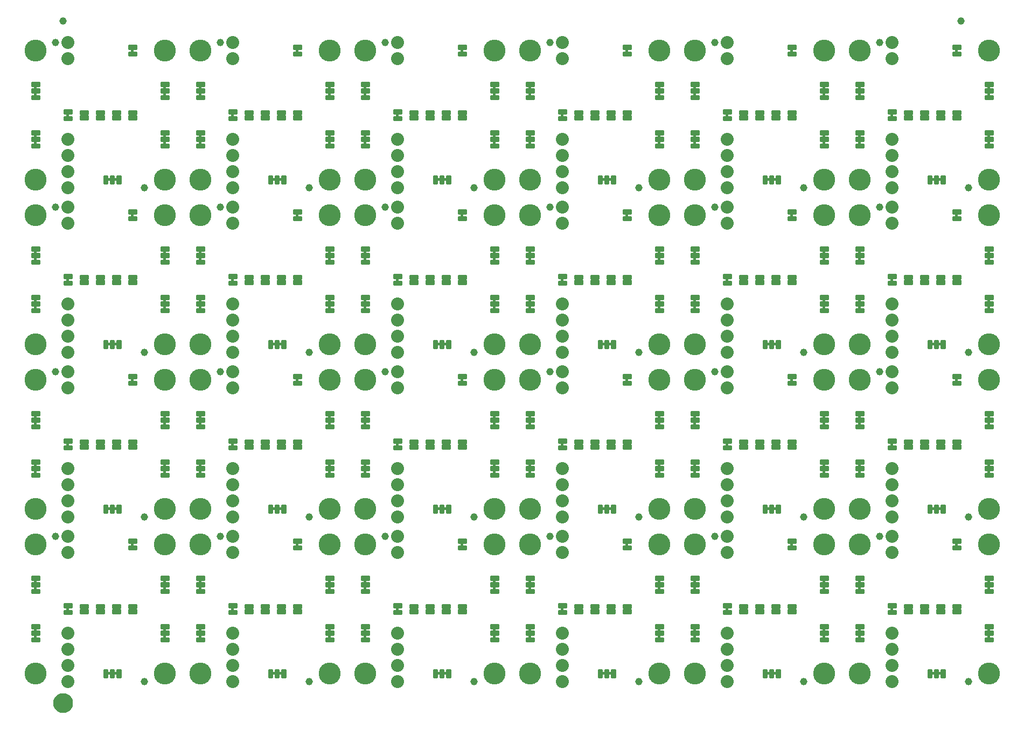
<source format=gbs>
G04 EAGLE Gerber RS-274X export*
G75*
%MOMM*%
%FSLAX34Y34*%
%LPD*%
%INSoldermask Bottom*%
%IPPOS*%
%AMOC8*
5,1,8,0,0,1.08239X$1,22.5*%
G01*
%ADD10C,3.454400*%
%ADD11C,1.152400*%
%ADD12C,0.251966*%
%ADD13C,2.032000*%
%ADD14C,1.270000*%
%ADD15C,1.652400*%

G36*
X285815Y944892D02*
X285815Y944892D01*
X285881Y944894D01*
X285924Y944912D01*
X285971Y944920D01*
X286028Y944954D01*
X286088Y944979D01*
X286123Y945010D01*
X286164Y945035D01*
X286206Y945086D01*
X286254Y945130D01*
X286276Y945172D01*
X286305Y945209D01*
X286326Y945271D01*
X286357Y945330D01*
X286365Y945384D01*
X286377Y945421D01*
X286376Y945461D01*
X286384Y945515D01*
X286384Y949325D01*
X286373Y949390D01*
X286371Y949456D01*
X286353Y949499D01*
X286345Y949546D01*
X286311Y949603D01*
X286286Y949663D01*
X286255Y949698D01*
X286230Y949739D01*
X286179Y949781D01*
X286135Y949829D01*
X286093Y949851D01*
X286056Y949880D01*
X285994Y949901D01*
X285935Y949932D01*
X285881Y949940D01*
X285844Y949952D01*
X285804Y949951D01*
X285750Y949959D01*
X283210Y949959D01*
X283145Y949948D01*
X283079Y949946D01*
X283036Y949928D01*
X282989Y949920D01*
X282932Y949886D01*
X282872Y949861D01*
X282837Y949830D01*
X282796Y949805D01*
X282755Y949754D01*
X282706Y949710D01*
X282684Y949668D01*
X282655Y949631D01*
X282634Y949569D01*
X282603Y949510D01*
X282595Y949456D01*
X282583Y949419D01*
X282583Y949415D01*
X282583Y949414D01*
X282584Y949379D01*
X282576Y949325D01*
X282576Y945515D01*
X282587Y945450D01*
X282589Y945384D01*
X282607Y945341D01*
X282615Y945294D01*
X282649Y945237D01*
X282674Y945177D01*
X282705Y945142D01*
X282730Y945101D01*
X282781Y945060D01*
X282825Y945011D01*
X282867Y944989D01*
X282904Y944960D01*
X282966Y944939D01*
X283025Y944908D01*
X283079Y944900D01*
X283116Y944888D01*
X283156Y944889D01*
X283210Y944881D01*
X285750Y944881D01*
X285815Y944892D01*
G37*
G36*
X1525335Y944892D02*
X1525335Y944892D01*
X1525401Y944894D01*
X1525444Y944912D01*
X1525491Y944920D01*
X1525548Y944954D01*
X1525608Y944979D01*
X1525643Y945010D01*
X1525684Y945035D01*
X1525726Y945086D01*
X1525774Y945130D01*
X1525796Y945172D01*
X1525825Y945209D01*
X1525846Y945271D01*
X1525877Y945330D01*
X1525885Y945384D01*
X1525897Y945421D01*
X1525896Y945461D01*
X1525904Y945515D01*
X1525904Y949325D01*
X1525893Y949390D01*
X1525891Y949456D01*
X1525873Y949499D01*
X1525865Y949546D01*
X1525831Y949603D01*
X1525806Y949663D01*
X1525775Y949698D01*
X1525750Y949739D01*
X1525699Y949781D01*
X1525655Y949829D01*
X1525613Y949851D01*
X1525576Y949880D01*
X1525514Y949901D01*
X1525455Y949932D01*
X1525401Y949940D01*
X1525364Y949952D01*
X1525324Y949951D01*
X1525270Y949959D01*
X1522730Y949959D01*
X1522665Y949948D01*
X1522599Y949946D01*
X1522556Y949928D01*
X1522509Y949920D01*
X1522452Y949886D01*
X1522392Y949861D01*
X1522357Y949830D01*
X1522316Y949805D01*
X1522275Y949754D01*
X1522226Y949710D01*
X1522204Y949668D01*
X1522175Y949631D01*
X1522154Y949569D01*
X1522123Y949510D01*
X1522115Y949456D01*
X1522103Y949419D01*
X1522103Y949415D01*
X1522103Y949414D01*
X1522104Y949379D01*
X1522096Y949325D01*
X1522096Y945515D01*
X1522107Y945450D01*
X1522109Y945384D01*
X1522127Y945341D01*
X1522135Y945294D01*
X1522169Y945237D01*
X1522194Y945177D01*
X1522225Y945142D01*
X1522250Y945101D01*
X1522301Y945060D01*
X1522345Y945011D01*
X1522387Y944989D01*
X1522424Y944960D01*
X1522486Y944939D01*
X1522545Y944908D01*
X1522599Y944900D01*
X1522636Y944888D01*
X1522676Y944889D01*
X1522730Y944881D01*
X1525270Y944881D01*
X1525335Y944892D01*
G37*
G36*
X1322135Y944892D02*
X1322135Y944892D01*
X1322201Y944894D01*
X1322244Y944912D01*
X1322291Y944920D01*
X1322348Y944954D01*
X1322408Y944979D01*
X1322443Y945010D01*
X1322484Y945035D01*
X1322526Y945086D01*
X1322574Y945130D01*
X1322596Y945172D01*
X1322625Y945209D01*
X1322646Y945271D01*
X1322677Y945330D01*
X1322685Y945384D01*
X1322697Y945421D01*
X1322696Y945461D01*
X1322704Y945515D01*
X1322704Y949325D01*
X1322693Y949390D01*
X1322691Y949456D01*
X1322673Y949499D01*
X1322665Y949546D01*
X1322631Y949603D01*
X1322606Y949663D01*
X1322575Y949698D01*
X1322550Y949739D01*
X1322499Y949781D01*
X1322455Y949829D01*
X1322413Y949851D01*
X1322376Y949880D01*
X1322314Y949901D01*
X1322255Y949932D01*
X1322201Y949940D01*
X1322164Y949952D01*
X1322124Y949951D01*
X1322070Y949959D01*
X1319530Y949959D01*
X1319465Y949948D01*
X1319399Y949946D01*
X1319356Y949928D01*
X1319309Y949920D01*
X1319252Y949886D01*
X1319192Y949861D01*
X1319157Y949830D01*
X1319116Y949805D01*
X1319075Y949754D01*
X1319026Y949710D01*
X1319004Y949668D01*
X1318975Y949631D01*
X1318954Y949569D01*
X1318923Y949510D01*
X1318915Y949456D01*
X1318903Y949419D01*
X1318903Y949415D01*
X1318903Y949414D01*
X1318904Y949379D01*
X1318896Y949325D01*
X1318896Y945515D01*
X1318907Y945450D01*
X1318909Y945384D01*
X1318927Y945341D01*
X1318935Y945294D01*
X1318969Y945237D01*
X1318994Y945177D01*
X1319025Y945142D01*
X1319050Y945101D01*
X1319101Y945060D01*
X1319145Y945011D01*
X1319187Y944989D01*
X1319224Y944960D01*
X1319286Y944939D01*
X1319345Y944908D01*
X1319399Y944900D01*
X1319436Y944888D01*
X1319476Y944889D01*
X1319530Y944881D01*
X1322070Y944881D01*
X1322135Y944892D01*
G37*
G36*
X1007175Y944892D02*
X1007175Y944892D01*
X1007241Y944894D01*
X1007284Y944912D01*
X1007331Y944920D01*
X1007388Y944954D01*
X1007448Y944979D01*
X1007483Y945010D01*
X1007524Y945035D01*
X1007566Y945086D01*
X1007614Y945130D01*
X1007636Y945172D01*
X1007665Y945209D01*
X1007686Y945271D01*
X1007717Y945330D01*
X1007725Y945384D01*
X1007737Y945421D01*
X1007736Y945461D01*
X1007744Y945515D01*
X1007744Y949325D01*
X1007733Y949390D01*
X1007731Y949456D01*
X1007713Y949499D01*
X1007705Y949546D01*
X1007671Y949603D01*
X1007646Y949663D01*
X1007615Y949698D01*
X1007590Y949739D01*
X1007539Y949781D01*
X1007495Y949829D01*
X1007453Y949851D01*
X1007416Y949880D01*
X1007354Y949901D01*
X1007295Y949932D01*
X1007241Y949940D01*
X1007204Y949952D01*
X1007164Y949951D01*
X1007110Y949959D01*
X1004570Y949959D01*
X1004505Y949948D01*
X1004439Y949946D01*
X1004396Y949928D01*
X1004349Y949920D01*
X1004292Y949886D01*
X1004232Y949861D01*
X1004197Y949830D01*
X1004156Y949805D01*
X1004115Y949754D01*
X1004066Y949710D01*
X1004044Y949668D01*
X1004015Y949631D01*
X1003994Y949569D01*
X1003963Y949510D01*
X1003955Y949456D01*
X1003943Y949419D01*
X1003943Y949415D01*
X1003943Y949414D01*
X1003944Y949379D01*
X1003936Y949325D01*
X1003936Y945515D01*
X1003947Y945450D01*
X1003949Y945384D01*
X1003967Y945341D01*
X1003975Y945294D01*
X1004009Y945237D01*
X1004034Y945177D01*
X1004065Y945142D01*
X1004090Y945101D01*
X1004141Y945060D01*
X1004185Y945011D01*
X1004227Y944989D01*
X1004264Y944960D01*
X1004326Y944939D01*
X1004385Y944908D01*
X1004439Y944900D01*
X1004476Y944888D01*
X1004516Y944889D01*
X1004570Y944881D01*
X1007110Y944881D01*
X1007175Y944892D01*
G37*
G36*
X1266255Y944892D02*
X1266255Y944892D01*
X1266321Y944894D01*
X1266364Y944912D01*
X1266411Y944920D01*
X1266468Y944954D01*
X1266528Y944979D01*
X1266563Y945010D01*
X1266604Y945035D01*
X1266646Y945086D01*
X1266694Y945130D01*
X1266716Y945172D01*
X1266745Y945209D01*
X1266766Y945271D01*
X1266797Y945330D01*
X1266805Y945384D01*
X1266817Y945421D01*
X1266816Y945461D01*
X1266824Y945515D01*
X1266824Y949325D01*
X1266813Y949390D01*
X1266811Y949456D01*
X1266793Y949499D01*
X1266785Y949546D01*
X1266751Y949603D01*
X1266726Y949663D01*
X1266695Y949698D01*
X1266670Y949739D01*
X1266619Y949781D01*
X1266575Y949829D01*
X1266533Y949851D01*
X1266496Y949880D01*
X1266434Y949901D01*
X1266375Y949932D01*
X1266321Y949940D01*
X1266284Y949952D01*
X1266244Y949951D01*
X1266190Y949959D01*
X1263650Y949959D01*
X1263585Y949948D01*
X1263519Y949946D01*
X1263476Y949928D01*
X1263429Y949920D01*
X1263372Y949886D01*
X1263312Y949861D01*
X1263277Y949830D01*
X1263236Y949805D01*
X1263195Y949754D01*
X1263146Y949710D01*
X1263124Y949668D01*
X1263095Y949631D01*
X1263074Y949569D01*
X1263043Y949510D01*
X1263035Y949456D01*
X1263023Y949419D01*
X1263023Y949415D01*
X1263023Y949414D01*
X1263024Y949379D01*
X1263016Y949325D01*
X1263016Y945515D01*
X1263027Y945450D01*
X1263029Y945384D01*
X1263047Y945341D01*
X1263055Y945294D01*
X1263089Y945237D01*
X1263114Y945177D01*
X1263145Y945142D01*
X1263170Y945101D01*
X1263221Y945060D01*
X1263265Y945011D01*
X1263307Y944989D01*
X1263344Y944960D01*
X1263406Y944939D01*
X1263465Y944908D01*
X1263519Y944900D01*
X1263556Y944888D01*
X1263596Y944889D01*
X1263650Y944881D01*
X1266190Y944881D01*
X1266255Y944892D01*
G37*
G36*
X544895Y944892D02*
X544895Y944892D01*
X544961Y944894D01*
X545004Y944912D01*
X545051Y944920D01*
X545108Y944954D01*
X545168Y944979D01*
X545203Y945010D01*
X545244Y945035D01*
X545286Y945086D01*
X545334Y945130D01*
X545356Y945172D01*
X545385Y945209D01*
X545406Y945271D01*
X545437Y945330D01*
X545445Y945384D01*
X545457Y945421D01*
X545456Y945461D01*
X545464Y945515D01*
X545464Y949325D01*
X545453Y949390D01*
X545451Y949456D01*
X545433Y949499D01*
X545425Y949546D01*
X545391Y949603D01*
X545366Y949663D01*
X545335Y949698D01*
X545310Y949739D01*
X545259Y949781D01*
X545215Y949829D01*
X545173Y949851D01*
X545136Y949880D01*
X545074Y949901D01*
X545015Y949932D01*
X544961Y949940D01*
X544924Y949952D01*
X544884Y949951D01*
X544830Y949959D01*
X542290Y949959D01*
X542225Y949948D01*
X542159Y949946D01*
X542116Y949928D01*
X542069Y949920D01*
X542012Y949886D01*
X541952Y949861D01*
X541917Y949830D01*
X541876Y949805D01*
X541835Y949754D01*
X541786Y949710D01*
X541764Y949668D01*
X541735Y949631D01*
X541714Y949569D01*
X541683Y949510D01*
X541675Y949456D01*
X541663Y949419D01*
X541663Y949415D01*
X541663Y949414D01*
X541664Y949379D01*
X541656Y949325D01*
X541656Y945515D01*
X541667Y945450D01*
X541669Y945384D01*
X541687Y945341D01*
X541695Y945294D01*
X541729Y945237D01*
X541754Y945177D01*
X541785Y945142D01*
X541810Y945101D01*
X541861Y945060D01*
X541905Y945011D01*
X541947Y944989D01*
X541984Y944960D01*
X542046Y944939D01*
X542105Y944908D01*
X542159Y944900D01*
X542196Y944888D01*
X542236Y944889D01*
X542290Y944881D01*
X544830Y944881D01*
X544895Y944892D01*
G37*
G36*
X748095Y944892D02*
X748095Y944892D01*
X748161Y944894D01*
X748204Y944912D01*
X748251Y944920D01*
X748308Y944954D01*
X748368Y944979D01*
X748403Y945010D01*
X748444Y945035D01*
X748486Y945086D01*
X748534Y945130D01*
X748556Y945172D01*
X748585Y945209D01*
X748606Y945271D01*
X748637Y945330D01*
X748645Y945384D01*
X748657Y945421D01*
X748656Y945461D01*
X748664Y945515D01*
X748664Y949325D01*
X748653Y949390D01*
X748651Y949456D01*
X748633Y949499D01*
X748625Y949546D01*
X748591Y949603D01*
X748566Y949663D01*
X748535Y949698D01*
X748510Y949739D01*
X748459Y949781D01*
X748415Y949829D01*
X748373Y949851D01*
X748336Y949880D01*
X748274Y949901D01*
X748215Y949932D01*
X748161Y949940D01*
X748124Y949952D01*
X748084Y949951D01*
X748030Y949959D01*
X745490Y949959D01*
X745425Y949948D01*
X745359Y949946D01*
X745316Y949928D01*
X745269Y949920D01*
X745212Y949886D01*
X745152Y949861D01*
X745117Y949830D01*
X745076Y949805D01*
X745035Y949754D01*
X744986Y949710D01*
X744964Y949668D01*
X744935Y949631D01*
X744914Y949569D01*
X744883Y949510D01*
X744875Y949456D01*
X744863Y949419D01*
X744863Y949415D01*
X744863Y949414D01*
X744864Y949379D01*
X744856Y949325D01*
X744856Y945515D01*
X744867Y945450D01*
X744869Y945384D01*
X744887Y945341D01*
X744895Y945294D01*
X744929Y945237D01*
X744954Y945177D01*
X744985Y945142D01*
X745010Y945101D01*
X745061Y945060D01*
X745105Y945011D01*
X745147Y944989D01*
X745184Y944960D01*
X745246Y944939D01*
X745305Y944908D01*
X745359Y944900D01*
X745396Y944888D01*
X745436Y944889D01*
X745490Y944881D01*
X748030Y944881D01*
X748095Y944892D01*
G37*
G36*
X26735Y944892D02*
X26735Y944892D01*
X26801Y944894D01*
X26844Y944912D01*
X26891Y944920D01*
X26948Y944954D01*
X27008Y944979D01*
X27043Y945010D01*
X27084Y945035D01*
X27126Y945086D01*
X27174Y945130D01*
X27196Y945172D01*
X27225Y945209D01*
X27246Y945271D01*
X27277Y945330D01*
X27285Y945384D01*
X27297Y945421D01*
X27296Y945461D01*
X27304Y945515D01*
X27304Y949325D01*
X27293Y949390D01*
X27291Y949456D01*
X27273Y949499D01*
X27265Y949546D01*
X27231Y949603D01*
X27206Y949663D01*
X27175Y949698D01*
X27150Y949739D01*
X27099Y949781D01*
X27055Y949829D01*
X27013Y949851D01*
X26976Y949880D01*
X26914Y949901D01*
X26855Y949932D01*
X26801Y949940D01*
X26764Y949952D01*
X26724Y949951D01*
X26670Y949959D01*
X24130Y949959D01*
X24065Y949948D01*
X23999Y949946D01*
X23956Y949928D01*
X23909Y949920D01*
X23852Y949886D01*
X23792Y949861D01*
X23757Y949830D01*
X23716Y949805D01*
X23675Y949754D01*
X23626Y949710D01*
X23604Y949668D01*
X23575Y949631D01*
X23554Y949569D01*
X23523Y949510D01*
X23515Y949456D01*
X23503Y949419D01*
X23503Y949415D01*
X23503Y949414D01*
X23504Y949379D01*
X23496Y949325D01*
X23496Y945515D01*
X23507Y945450D01*
X23509Y945384D01*
X23527Y945341D01*
X23535Y945294D01*
X23569Y945237D01*
X23594Y945177D01*
X23625Y945142D01*
X23650Y945101D01*
X23701Y945060D01*
X23745Y945011D01*
X23787Y944989D01*
X23824Y944960D01*
X23886Y944939D01*
X23945Y944908D01*
X23999Y944900D01*
X24036Y944888D01*
X24076Y944889D01*
X24130Y944881D01*
X26670Y944881D01*
X26735Y944892D01*
G37*
G36*
X1063055Y944892D02*
X1063055Y944892D01*
X1063121Y944894D01*
X1063164Y944912D01*
X1063211Y944920D01*
X1063268Y944954D01*
X1063328Y944979D01*
X1063363Y945010D01*
X1063404Y945035D01*
X1063446Y945086D01*
X1063494Y945130D01*
X1063516Y945172D01*
X1063545Y945209D01*
X1063566Y945271D01*
X1063597Y945330D01*
X1063605Y945384D01*
X1063617Y945421D01*
X1063616Y945461D01*
X1063624Y945515D01*
X1063624Y949325D01*
X1063613Y949390D01*
X1063611Y949456D01*
X1063593Y949499D01*
X1063585Y949546D01*
X1063551Y949603D01*
X1063526Y949663D01*
X1063495Y949698D01*
X1063470Y949739D01*
X1063419Y949781D01*
X1063375Y949829D01*
X1063333Y949851D01*
X1063296Y949880D01*
X1063234Y949901D01*
X1063175Y949932D01*
X1063121Y949940D01*
X1063084Y949952D01*
X1063044Y949951D01*
X1062990Y949959D01*
X1060450Y949959D01*
X1060385Y949948D01*
X1060319Y949946D01*
X1060276Y949928D01*
X1060229Y949920D01*
X1060172Y949886D01*
X1060112Y949861D01*
X1060077Y949830D01*
X1060036Y949805D01*
X1059995Y949754D01*
X1059946Y949710D01*
X1059924Y949668D01*
X1059895Y949631D01*
X1059874Y949569D01*
X1059843Y949510D01*
X1059835Y949456D01*
X1059823Y949419D01*
X1059823Y949415D01*
X1059823Y949414D01*
X1059824Y949379D01*
X1059816Y949325D01*
X1059816Y945515D01*
X1059827Y945450D01*
X1059829Y945384D01*
X1059847Y945341D01*
X1059855Y945294D01*
X1059889Y945237D01*
X1059914Y945177D01*
X1059945Y945142D01*
X1059970Y945101D01*
X1060021Y945060D01*
X1060065Y945011D01*
X1060107Y944989D01*
X1060144Y944960D01*
X1060206Y944939D01*
X1060265Y944908D01*
X1060319Y944900D01*
X1060356Y944888D01*
X1060396Y944889D01*
X1060450Y944881D01*
X1062990Y944881D01*
X1063055Y944892D01*
G37*
G36*
X489015Y944892D02*
X489015Y944892D01*
X489081Y944894D01*
X489124Y944912D01*
X489171Y944920D01*
X489228Y944954D01*
X489288Y944979D01*
X489323Y945010D01*
X489364Y945035D01*
X489406Y945086D01*
X489454Y945130D01*
X489476Y945172D01*
X489505Y945209D01*
X489526Y945271D01*
X489557Y945330D01*
X489565Y945384D01*
X489577Y945421D01*
X489576Y945461D01*
X489584Y945515D01*
X489584Y949325D01*
X489573Y949390D01*
X489571Y949456D01*
X489553Y949499D01*
X489545Y949546D01*
X489511Y949603D01*
X489486Y949663D01*
X489455Y949698D01*
X489430Y949739D01*
X489379Y949781D01*
X489335Y949829D01*
X489293Y949851D01*
X489256Y949880D01*
X489194Y949901D01*
X489135Y949932D01*
X489081Y949940D01*
X489044Y949952D01*
X489004Y949951D01*
X488950Y949959D01*
X486410Y949959D01*
X486345Y949948D01*
X486279Y949946D01*
X486236Y949928D01*
X486189Y949920D01*
X486132Y949886D01*
X486072Y949861D01*
X486037Y949830D01*
X485996Y949805D01*
X485955Y949754D01*
X485906Y949710D01*
X485884Y949668D01*
X485855Y949631D01*
X485834Y949569D01*
X485803Y949510D01*
X485795Y949456D01*
X485783Y949419D01*
X485783Y949415D01*
X485783Y949414D01*
X485784Y949379D01*
X485776Y949325D01*
X485776Y945515D01*
X485787Y945450D01*
X485789Y945384D01*
X485807Y945341D01*
X485815Y945294D01*
X485849Y945237D01*
X485874Y945177D01*
X485905Y945142D01*
X485930Y945101D01*
X485981Y945060D01*
X486025Y945011D01*
X486067Y944989D01*
X486104Y944960D01*
X486166Y944939D01*
X486225Y944908D01*
X486279Y944900D01*
X486316Y944888D01*
X486356Y944889D01*
X486410Y944881D01*
X488950Y944881D01*
X489015Y944892D01*
G37*
G36*
X229935Y944892D02*
X229935Y944892D01*
X230001Y944894D01*
X230044Y944912D01*
X230091Y944920D01*
X230148Y944954D01*
X230208Y944979D01*
X230243Y945010D01*
X230284Y945035D01*
X230326Y945086D01*
X230374Y945130D01*
X230396Y945172D01*
X230425Y945209D01*
X230446Y945271D01*
X230477Y945330D01*
X230485Y945384D01*
X230497Y945421D01*
X230496Y945461D01*
X230504Y945515D01*
X230504Y949325D01*
X230493Y949390D01*
X230491Y949456D01*
X230473Y949499D01*
X230465Y949546D01*
X230431Y949603D01*
X230406Y949663D01*
X230375Y949698D01*
X230350Y949739D01*
X230299Y949781D01*
X230255Y949829D01*
X230213Y949851D01*
X230176Y949880D01*
X230114Y949901D01*
X230055Y949932D01*
X230001Y949940D01*
X229964Y949952D01*
X229924Y949951D01*
X229870Y949959D01*
X227330Y949959D01*
X227265Y949948D01*
X227199Y949946D01*
X227156Y949928D01*
X227109Y949920D01*
X227052Y949886D01*
X226992Y949861D01*
X226957Y949830D01*
X226916Y949805D01*
X226875Y949754D01*
X226826Y949710D01*
X226804Y949668D01*
X226775Y949631D01*
X226754Y949569D01*
X226723Y949510D01*
X226715Y949456D01*
X226703Y949419D01*
X226703Y949415D01*
X226703Y949414D01*
X226704Y949379D01*
X226696Y949325D01*
X226696Y945515D01*
X226707Y945450D01*
X226709Y945384D01*
X226727Y945341D01*
X226735Y945294D01*
X226769Y945237D01*
X226794Y945177D01*
X226825Y945142D01*
X226850Y945101D01*
X226901Y945060D01*
X226945Y945011D01*
X226987Y944989D01*
X227024Y944960D01*
X227086Y944939D01*
X227145Y944908D01*
X227199Y944900D01*
X227236Y944888D01*
X227276Y944889D01*
X227330Y944881D01*
X229870Y944881D01*
X229935Y944892D01*
G37*
G36*
X803975Y944892D02*
X803975Y944892D01*
X804041Y944894D01*
X804084Y944912D01*
X804131Y944920D01*
X804188Y944954D01*
X804248Y944979D01*
X804283Y945010D01*
X804324Y945035D01*
X804366Y945086D01*
X804414Y945130D01*
X804436Y945172D01*
X804465Y945209D01*
X804486Y945271D01*
X804517Y945330D01*
X804525Y945384D01*
X804537Y945421D01*
X804536Y945461D01*
X804544Y945515D01*
X804544Y949325D01*
X804533Y949390D01*
X804531Y949456D01*
X804513Y949499D01*
X804505Y949546D01*
X804471Y949603D01*
X804446Y949663D01*
X804415Y949698D01*
X804390Y949739D01*
X804339Y949781D01*
X804295Y949829D01*
X804253Y949851D01*
X804216Y949880D01*
X804154Y949901D01*
X804095Y949932D01*
X804041Y949940D01*
X804004Y949952D01*
X803964Y949951D01*
X803910Y949959D01*
X801370Y949959D01*
X801305Y949948D01*
X801239Y949946D01*
X801196Y949928D01*
X801149Y949920D01*
X801092Y949886D01*
X801032Y949861D01*
X800997Y949830D01*
X800956Y949805D01*
X800915Y949754D01*
X800866Y949710D01*
X800844Y949668D01*
X800815Y949631D01*
X800794Y949569D01*
X800763Y949510D01*
X800755Y949456D01*
X800743Y949419D01*
X800743Y949415D01*
X800743Y949414D01*
X800744Y949379D01*
X800736Y949325D01*
X800736Y945515D01*
X800747Y945450D01*
X800749Y945384D01*
X800767Y945341D01*
X800775Y945294D01*
X800809Y945237D01*
X800834Y945177D01*
X800865Y945142D01*
X800890Y945101D01*
X800941Y945060D01*
X800985Y945011D01*
X801027Y944989D01*
X801064Y944960D01*
X801126Y944939D01*
X801185Y944908D01*
X801239Y944900D01*
X801276Y944888D01*
X801316Y944889D01*
X801370Y944881D01*
X803910Y944881D01*
X803975Y944892D01*
G37*
G36*
X179135Y1003312D02*
X179135Y1003312D01*
X179201Y1003314D01*
X179244Y1003332D01*
X179291Y1003340D01*
X179348Y1003374D01*
X179408Y1003399D01*
X179443Y1003430D01*
X179484Y1003455D01*
X179526Y1003506D01*
X179574Y1003550D01*
X179596Y1003592D01*
X179625Y1003629D01*
X179646Y1003691D01*
X179677Y1003750D01*
X179685Y1003804D01*
X179697Y1003841D01*
X179696Y1003881D01*
X179704Y1003935D01*
X179704Y1007745D01*
X179693Y1007810D01*
X179691Y1007876D01*
X179673Y1007919D01*
X179665Y1007966D01*
X179631Y1008023D01*
X179606Y1008083D01*
X179575Y1008118D01*
X179550Y1008159D01*
X179499Y1008201D01*
X179455Y1008249D01*
X179413Y1008271D01*
X179376Y1008300D01*
X179314Y1008321D01*
X179255Y1008352D01*
X179201Y1008360D01*
X179164Y1008372D01*
X179124Y1008371D01*
X179070Y1008379D01*
X176530Y1008379D01*
X176465Y1008368D01*
X176399Y1008366D01*
X176356Y1008348D01*
X176309Y1008340D01*
X176252Y1008306D01*
X176192Y1008281D01*
X176157Y1008250D01*
X176116Y1008225D01*
X176075Y1008174D01*
X176026Y1008130D01*
X176004Y1008088D01*
X175975Y1008051D01*
X175954Y1007989D01*
X175923Y1007930D01*
X175915Y1007876D01*
X175903Y1007839D01*
X175903Y1007835D01*
X175903Y1007834D01*
X175904Y1007799D01*
X175896Y1007745D01*
X175896Y1003935D01*
X175907Y1003870D01*
X175909Y1003804D01*
X175927Y1003761D01*
X175935Y1003714D01*
X175969Y1003657D01*
X175994Y1003597D01*
X176025Y1003562D01*
X176050Y1003521D01*
X176101Y1003480D01*
X176145Y1003431D01*
X176187Y1003409D01*
X176224Y1003380D01*
X176286Y1003359D01*
X176345Y1003328D01*
X176399Y1003320D01*
X176436Y1003308D01*
X176476Y1003309D01*
X176530Y1003301D01*
X179070Y1003301D01*
X179135Y1003312D01*
G37*
G36*
X1474535Y1003312D02*
X1474535Y1003312D01*
X1474601Y1003314D01*
X1474644Y1003332D01*
X1474691Y1003340D01*
X1474748Y1003374D01*
X1474808Y1003399D01*
X1474843Y1003430D01*
X1474884Y1003455D01*
X1474926Y1003506D01*
X1474974Y1003550D01*
X1474996Y1003592D01*
X1475025Y1003629D01*
X1475046Y1003691D01*
X1475077Y1003750D01*
X1475085Y1003804D01*
X1475097Y1003841D01*
X1475096Y1003881D01*
X1475104Y1003935D01*
X1475104Y1007745D01*
X1475093Y1007810D01*
X1475091Y1007876D01*
X1475073Y1007919D01*
X1475065Y1007966D01*
X1475031Y1008023D01*
X1475006Y1008083D01*
X1474975Y1008118D01*
X1474950Y1008159D01*
X1474899Y1008201D01*
X1474855Y1008249D01*
X1474813Y1008271D01*
X1474776Y1008300D01*
X1474714Y1008321D01*
X1474655Y1008352D01*
X1474601Y1008360D01*
X1474564Y1008372D01*
X1474524Y1008371D01*
X1474470Y1008379D01*
X1471930Y1008379D01*
X1471865Y1008368D01*
X1471799Y1008366D01*
X1471756Y1008348D01*
X1471709Y1008340D01*
X1471652Y1008306D01*
X1471592Y1008281D01*
X1471557Y1008250D01*
X1471516Y1008225D01*
X1471475Y1008174D01*
X1471426Y1008130D01*
X1471404Y1008088D01*
X1471375Y1008051D01*
X1471354Y1007989D01*
X1471323Y1007930D01*
X1471315Y1007876D01*
X1471303Y1007839D01*
X1471303Y1007835D01*
X1471303Y1007834D01*
X1471304Y1007799D01*
X1471296Y1007745D01*
X1471296Y1003935D01*
X1471307Y1003870D01*
X1471309Y1003804D01*
X1471327Y1003761D01*
X1471335Y1003714D01*
X1471369Y1003657D01*
X1471394Y1003597D01*
X1471425Y1003562D01*
X1471450Y1003521D01*
X1471501Y1003480D01*
X1471545Y1003431D01*
X1471587Y1003409D01*
X1471624Y1003380D01*
X1471686Y1003359D01*
X1471745Y1003328D01*
X1471799Y1003320D01*
X1471836Y1003308D01*
X1471876Y1003309D01*
X1471930Y1003301D01*
X1474470Y1003301D01*
X1474535Y1003312D01*
G37*
G36*
X956375Y1003312D02*
X956375Y1003312D01*
X956441Y1003314D01*
X956484Y1003332D01*
X956531Y1003340D01*
X956588Y1003374D01*
X956648Y1003399D01*
X956683Y1003430D01*
X956724Y1003455D01*
X956766Y1003506D01*
X956814Y1003550D01*
X956836Y1003592D01*
X956865Y1003629D01*
X956886Y1003691D01*
X956917Y1003750D01*
X956925Y1003804D01*
X956937Y1003841D01*
X956936Y1003881D01*
X956944Y1003935D01*
X956944Y1007745D01*
X956933Y1007810D01*
X956931Y1007876D01*
X956913Y1007919D01*
X956905Y1007966D01*
X956871Y1008023D01*
X956846Y1008083D01*
X956815Y1008118D01*
X956790Y1008159D01*
X956739Y1008201D01*
X956695Y1008249D01*
X956653Y1008271D01*
X956616Y1008300D01*
X956554Y1008321D01*
X956495Y1008352D01*
X956441Y1008360D01*
X956404Y1008372D01*
X956364Y1008371D01*
X956310Y1008379D01*
X953770Y1008379D01*
X953705Y1008368D01*
X953639Y1008366D01*
X953596Y1008348D01*
X953549Y1008340D01*
X953492Y1008306D01*
X953432Y1008281D01*
X953397Y1008250D01*
X953356Y1008225D01*
X953315Y1008174D01*
X953266Y1008130D01*
X953244Y1008088D01*
X953215Y1008051D01*
X953194Y1007989D01*
X953163Y1007930D01*
X953155Y1007876D01*
X953143Y1007839D01*
X953143Y1007835D01*
X953143Y1007834D01*
X953144Y1007799D01*
X953136Y1007745D01*
X953136Y1003935D01*
X953147Y1003870D01*
X953149Y1003804D01*
X953167Y1003761D01*
X953175Y1003714D01*
X953209Y1003657D01*
X953234Y1003597D01*
X953265Y1003562D01*
X953290Y1003521D01*
X953341Y1003480D01*
X953385Y1003431D01*
X953427Y1003409D01*
X953464Y1003380D01*
X953526Y1003359D01*
X953585Y1003328D01*
X953639Y1003320D01*
X953676Y1003308D01*
X953716Y1003309D01*
X953770Y1003301D01*
X956310Y1003301D01*
X956375Y1003312D01*
G37*
G36*
X438215Y1003312D02*
X438215Y1003312D01*
X438281Y1003314D01*
X438324Y1003332D01*
X438371Y1003340D01*
X438428Y1003374D01*
X438488Y1003399D01*
X438523Y1003430D01*
X438564Y1003455D01*
X438606Y1003506D01*
X438654Y1003550D01*
X438676Y1003592D01*
X438705Y1003629D01*
X438726Y1003691D01*
X438757Y1003750D01*
X438765Y1003804D01*
X438777Y1003841D01*
X438776Y1003881D01*
X438784Y1003935D01*
X438784Y1007745D01*
X438773Y1007810D01*
X438771Y1007876D01*
X438753Y1007919D01*
X438745Y1007966D01*
X438711Y1008023D01*
X438686Y1008083D01*
X438655Y1008118D01*
X438630Y1008159D01*
X438579Y1008201D01*
X438535Y1008249D01*
X438493Y1008271D01*
X438456Y1008300D01*
X438394Y1008321D01*
X438335Y1008352D01*
X438281Y1008360D01*
X438244Y1008372D01*
X438204Y1008371D01*
X438150Y1008379D01*
X435610Y1008379D01*
X435545Y1008368D01*
X435479Y1008366D01*
X435436Y1008348D01*
X435389Y1008340D01*
X435332Y1008306D01*
X435272Y1008281D01*
X435237Y1008250D01*
X435196Y1008225D01*
X435155Y1008174D01*
X435106Y1008130D01*
X435084Y1008088D01*
X435055Y1008051D01*
X435034Y1007989D01*
X435003Y1007930D01*
X434995Y1007876D01*
X434983Y1007839D01*
X434983Y1007835D01*
X434983Y1007834D01*
X434984Y1007799D01*
X434976Y1007745D01*
X434976Y1003935D01*
X434987Y1003870D01*
X434989Y1003804D01*
X435007Y1003761D01*
X435015Y1003714D01*
X435049Y1003657D01*
X435074Y1003597D01*
X435105Y1003562D01*
X435130Y1003521D01*
X435181Y1003480D01*
X435225Y1003431D01*
X435267Y1003409D01*
X435304Y1003380D01*
X435366Y1003359D01*
X435425Y1003328D01*
X435479Y1003320D01*
X435516Y1003308D01*
X435556Y1003309D01*
X435610Y1003301D01*
X438150Y1003301D01*
X438215Y1003312D01*
G37*
G36*
X1215455Y1003312D02*
X1215455Y1003312D01*
X1215521Y1003314D01*
X1215564Y1003332D01*
X1215611Y1003340D01*
X1215668Y1003374D01*
X1215728Y1003399D01*
X1215763Y1003430D01*
X1215804Y1003455D01*
X1215846Y1003506D01*
X1215894Y1003550D01*
X1215916Y1003592D01*
X1215945Y1003629D01*
X1215966Y1003691D01*
X1215997Y1003750D01*
X1216005Y1003804D01*
X1216017Y1003841D01*
X1216016Y1003881D01*
X1216024Y1003935D01*
X1216024Y1007745D01*
X1216013Y1007810D01*
X1216011Y1007876D01*
X1215993Y1007919D01*
X1215985Y1007966D01*
X1215951Y1008023D01*
X1215926Y1008083D01*
X1215895Y1008118D01*
X1215870Y1008159D01*
X1215819Y1008201D01*
X1215775Y1008249D01*
X1215733Y1008271D01*
X1215696Y1008300D01*
X1215634Y1008321D01*
X1215575Y1008352D01*
X1215521Y1008360D01*
X1215484Y1008372D01*
X1215444Y1008371D01*
X1215390Y1008379D01*
X1212850Y1008379D01*
X1212785Y1008368D01*
X1212719Y1008366D01*
X1212676Y1008348D01*
X1212629Y1008340D01*
X1212572Y1008306D01*
X1212512Y1008281D01*
X1212477Y1008250D01*
X1212436Y1008225D01*
X1212395Y1008174D01*
X1212346Y1008130D01*
X1212324Y1008088D01*
X1212295Y1008051D01*
X1212274Y1007989D01*
X1212243Y1007930D01*
X1212235Y1007876D01*
X1212223Y1007839D01*
X1212223Y1007835D01*
X1212223Y1007834D01*
X1212224Y1007799D01*
X1212216Y1007745D01*
X1212216Y1003935D01*
X1212227Y1003870D01*
X1212229Y1003804D01*
X1212247Y1003761D01*
X1212255Y1003714D01*
X1212289Y1003657D01*
X1212314Y1003597D01*
X1212345Y1003562D01*
X1212370Y1003521D01*
X1212421Y1003480D01*
X1212465Y1003431D01*
X1212507Y1003409D01*
X1212544Y1003380D01*
X1212606Y1003359D01*
X1212665Y1003328D01*
X1212719Y1003320D01*
X1212756Y1003308D01*
X1212796Y1003309D01*
X1212850Y1003301D01*
X1215390Y1003301D01*
X1215455Y1003312D01*
G37*
G36*
X697295Y1003312D02*
X697295Y1003312D01*
X697361Y1003314D01*
X697404Y1003332D01*
X697451Y1003340D01*
X697508Y1003374D01*
X697568Y1003399D01*
X697603Y1003430D01*
X697644Y1003455D01*
X697686Y1003506D01*
X697734Y1003550D01*
X697756Y1003592D01*
X697785Y1003629D01*
X697806Y1003691D01*
X697837Y1003750D01*
X697845Y1003804D01*
X697857Y1003841D01*
X697856Y1003881D01*
X697864Y1003935D01*
X697864Y1007745D01*
X697853Y1007810D01*
X697851Y1007876D01*
X697833Y1007919D01*
X697825Y1007966D01*
X697791Y1008023D01*
X697766Y1008083D01*
X697735Y1008118D01*
X697710Y1008159D01*
X697659Y1008201D01*
X697615Y1008249D01*
X697573Y1008271D01*
X697536Y1008300D01*
X697474Y1008321D01*
X697415Y1008352D01*
X697361Y1008360D01*
X697324Y1008372D01*
X697284Y1008371D01*
X697230Y1008379D01*
X694690Y1008379D01*
X694625Y1008368D01*
X694559Y1008366D01*
X694516Y1008348D01*
X694469Y1008340D01*
X694412Y1008306D01*
X694352Y1008281D01*
X694317Y1008250D01*
X694276Y1008225D01*
X694235Y1008174D01*
X694186Y1008130D01*
X694164Y1008088D01*
X694135Y1008051D01*
X694114Y1007989D01*
X694083Y1007930D01*
X694075Y1007876D01*
X694063Y1007839D01*
X694063Y1007835D01*
X694063Y1007834D01*
X694064Y1007799D01*
X694056Y1007745D01*
X694056Y1003935D01*
X694067Y1003870D01*
X694069Y1003804D01*
X694087Y1003761D01*
X694095Y1003714D01*
X694129Y1003657D01*
X694154Y1003597D01*
X694185Y1003562D01*
X694210Y1003521D01*
X694261Y1003480D01*
X694305Y1003431D01*
X694347Y1003409D01*
X694384Y1003380D01*
X694446Y1003359D01*
X694505Y1003328D01*
X694559Y1003320D01*
X694596Y1003308D01*
X694636Y1003309D01*
X694690Y1003301D01*
X697230Y1003301D01*
X697295Y1003312D01*
G37*
G36*
X489015Y934732D02*
X489015Y934732D01*
X489081Y934734D01*
X489124Y934752D01*
X489171Y934760D01*
X489228Y934794D01*
X489288Y934819D01*
X489323Y934850D01*
X489364Y934875D01*
X489406Y934926D01*
X489454Y934970D01*
X489476Y935012D01*
X489505Y935049D01*
X489526Y935111D01*
X489557Y935170D01*
X489565Y935224D01*
X489577Y935261D01*
X489576Y935301D01*
X489584Y935355D01*
X489584Y939165D01*
X489573Y939230D01*
X489571Y939296D01*
X489553Y939339D01*
X489545Y939386D01*
X489511Y939443D01*
X489486Y939503D01*
X489455Y939538D01*
X489430Y939579D01*
X489379Y939621D01*
X489335Y939669D01*
X489293Y939691D01*
X489256Y939720D01*
X489194Y939741D01*
X489135Y939772D01*
X489081Y939780D01*
X489044Y939792D01*
X489004Y939791D01*
X488950Y939799D01*
X486410Y939799D01*
X486345Y939788D01*
X486279Y939786D01*
X486236Y939768D01*
X486189Y939760D01*
X486132Y939726D01*
X486072Y939701D01*
X486037Y939670D01*
X485996Y939645D01*
X485955Y939594D01*
X485906Y939550D01*
X485884Y939508D01*
X485855Y939471D01*
X485834Y939409D01*
X485803Y939350D01*
X485795Y939296D01*
X485783Y939259D01*
X485783Y939255D01*
X485783Y939254D01*
X485784Y939219D01*
X485776Y939165D01*
X485776Y935355D01*
X485787Y935290D01*
X485789Y935224D01*
X485807Y935181D01*
X485815Y935134D01*
X485849Y935077D01*
X485874Y935017D01*
X485905Y934982D01*
X485930Y934941D01*
X485981Y934900D01*
X486025Y934851D01*
X486067Y934829D01*
X486104Y934800D01*
X486166Y934779D01*
X486225Y934748D01*
X486279Y934740D01*
X486316Y934728D01*
X486356Y934729D01*
X486410Y934721D01*
X488950Y934721D01*
X489015Y934732D01*
G37*
G36*
X748095Y934732D02*
X748095Y934732D01*
X748161Y934734D01*
X748204Y934752D01*
X748251Y934760D01*
X748308Y934794D01*
X748368Y934819D01*
X748403Y934850D01*
X748444Y934875D01*
X748486Y934926D01*
X748534Y934970D01*
X748556Y935012D01*
X748585Y935049D01*
X748606Y935111D01*
X748637Y935170D01*
X748645Y935224D01*
X748657Y935261D01*
X748656Y935301D01*
X748664Y935355D01*
X748664Y939165D01*
X748653Y939230D01*
X748651Y939296D01*
X748633Y939339D01*
X748625Y939386D01*
X748591Y939443D01*
X748566Y939503D01*
X748535Y939538D01*
X748510Y939579D01*
X748459Y939621D01*
X748415Y939669D01*
X748373Y939691D01*
X748336Y939720D01*
X748274Y939741D01*
X748215Y939772D01*
X748161Y939780D01*
X748124Y939792D01*
X748084Y939791D01*
X748030Y939799D01*
X745490Y939799D01*
X745425Y939788D01*
X745359Y939786D01*
X745316Y939768D01*
X745269Y939760D01*
X745212Y939726D01*
X745152Y939701D01*
X745117Y939670D01*
X745076Y939645D01*
X745035Y939594D01*
X744986Y939550D01*
X744964Y939508D01*
X744935Y939471D01*
X744914Y939409D01*
X744883Y939350D01*
X744875Y939296D01*
X744863Y939259D01*
X744863Y939255D01*
X744863Y939254D01*
X744864Y939219D01*
X744856Y939165D01*
X744856Y935355D01*
X744867Y935290D01*
X744869Y935224D01*
X744887Y935181D01*
X744895Y935134D01*
X744929Y935077D01*
X744954Y935017D01*
X744985Y934982D01*
X745010Y934941D01*
X745061Y934900D01*
X745105Y934851D01*
X745147Y934829D01*
X745184Y934800D01*
X745246Y934779D01*
X745305Y934748D01*
X745359Y934740D01*
X745396Y934728D01*
X745436Y934729D01*
X745490Y934721D01*
X748030Y934721D01*
X748095Y934732D01*
G37*
G36*
X1007175Y934732D02*
X1007175Y934732D01*
X1007241Y934734D01*
X1007284Y934752D01*
X1007331Y934760D01*
X1007388Y934794D01*
X1007448Y934819D01*
X1007483Y934850D01*
X1007524Y934875D01*
X1007566Y934926D01*
X1007614Y934970D01*
X1007636Y935012D01*
X1007665Y935049D01*
X1007686Y935111D01*
X1007717Y935170D01*
X1007725Y935224D01*
X1007737Y935261D01*
X1007736Y935301D01*
X1007744Y935355D01*
X1007744Y939165D01*
X1007733Y939230D01*
X1007731Y939296D01*
X1007713Y939339D01*
X1007705Y939386D01*
X1007671Y939443D01*
X1007646Y939503D01*
X1007615Y939538D01*
X1007590Y939579D01*
X1007539Y939621D01*
X1007495Y939669D01*
X1007453Y939691D01*
X1007416Y939720D01*
X1007354Y939741D01*
X1007295Y939772D01*
X1007241Y939780D01*
X1007204Y939792D01*
X1007164Y939791D01*
X1007110Y939799D01*
X1004570Y939799D01*
X1004505Y939788D01*
X1004439Y939786D01*
X1004396Y939768D01*
X1004349Y939760D01*
X1004292Y939726D01*
X1004232Y939701D01*
X1004197Y939670D01*
X1004156Y939645D01*
X1004115Y939594D01*
X1004066Y939550D01*
X1004044Y939508D01*
X1004015Y939471D01*
X1003994Y939409D01*
X1003963Y939350D01*
X1003955Y939296D01*
X1003943Y939259D01*
X1003943Y939255D01*
X1003943Y939254D01*
X1003944Y939219D01*
X1003936Y939165D01*
X1003936Y935355D01*
X1003947Y935290D01*
X1003949Y935224D01*
X1003967Y935181D01*
X1003975Y935134D01*
X1004009Y935077D01*
X1004034Y935017D01*
X1004065Y934982D01*
X1004090Y934941D01*
X1004141Y934900D01*
X1004185Y934851D01*
X1004227Y934829D01*
X1004264Y934800D01*
X1004326Y934779D01*
X1004385Y934748D01*
X1004439Y934740D01*
X1004476Y934728D01*
X1004516Y934729D01*
X1004570Y934721D01*
X1007110Y934721D01*
X1007175Y934732D01*
G37*
G36*
X1322135Y934732D02*
X1322135Y934732D01*
X1322201Y934734D01*
X1322244Y934752D01*
X1322291Y934760D01*
X1322348Y934794D01*
X1322408Y934819D01*
X1322443Y934850D01*
X1322484Y934875D01*
X1322526Y934926D01*
X1322574Y934970D01*
X1322596Y935012D01*
X1322625Y935049D01*
X1322646Y935111D01*
X1322677Y935170D01*
X1322685Y935224D01*
X1322697Y935261D01*
X1322696Y935301D01*
X1322704Y935355D01*
X1322704Y939165D01*
X1322693Y939230D01*
X1322691Y939296D01*
X1322673Y939339D01*
X1322665Y939386D01*
X1322631Y939443D01*
X1322606Y939503D01*
X1322575Y939538D01*
X1322550Y939579D01*
X1322499Y939621D01*
X1322455Y939669D01*
X1322413Y939691D01*
X1322376Y939720D01*
X1322314Y939741D01*
X1322255Y939772D01*
X1322201Y939780D01*
X1322164Y939792D01*
X1322124Y939791D01*
X1322070Y939799D01*
X1319530Y939799D01*
X1319465Y939788D01*
X1319399Y939786D01*
X1319356Y939768D01*
X1319309Y939760D01*
X1319252Y939726D01*
X1319192Y939701D01*
X1319157Y939670D01*
X1319116Y939645D01*
X1319075Y939594D01*
X1319026Y939550D01*
X1319004Y939508D01*
X1318975Y939471D01*
X1318954Y939409D01*
X1318923Y939350D01*
X1318915Y939296D01*
X1318903Y939259D01*
X1318903Y939255D01*
X1318903Y939254D01*
X1318904Y939219D01*
X1318896Y939165D01*
X1318896Y935355D01*
X1318907Y935290D01*
X1318909Y935224D01*
X1318927Y935181D01*
X1318935Y935134D01*
X1318969Y935077D01*
X1318994Y935017D01*
X1319025Y934982D01*
X1319050Y934941D01*
X1319101Y934900D01*
X1319145Y934851D01*
X1319187Y934829D01*
X1319224Y934800D01*
X1319286Y934779D01*
X1319345Y934748D01*
X1319399Y934740D01*
X1319436Y934728D01*
X1319476Y934729D01*
X1319530Y934721D01*
X1322070Y934721D01*
X1322135Y934732D01*
G37*
G36*
X1063055Y934732D02*
X1063055Y934732D01*
X1063121Y934734D01*
X1063164Y934752D01*
X1063211Y934760D01*
X1063268Y934794D01*
X1063328Y934819D01*
X1063363Y934850D01*
X1063404Y934875D01*
X1063446Y934926D01*
X1063494Y934970D01*
X1063516Y935012D01*
X1063545Y935049D01*
X1063566Y935111D01*
X1063597Y935170D01*
X1063605Y935224D01*
X1063617Y935261D01*
X1063616Y935301D01*
X1063624Y935355D01*
X1063624Y939165D01*
X1063613Y939230D01*
X1063611Y939296D01*
X1063593Y939339D01*
X1063585Y939386D01*
X1063551Y939443D01*
X1063526Y939503D01*
X1063495Y939538D01*
X1063470Y939579D01*
X1063419Y939621D01*
X1063375Y939669D01*
X1063333Y939691D01*
X1063296Y939720D01*
X1063234Y939741D01*
X1063175Y939772D01*
X1063121Y939780D01*
X1063084Y939792D01*
X1063044Y939791D01*
X1062990Y939799D01*
X1060450Y939799D01*
X1060385Y939788D01*
X1060319Y939786D01*
X1060276Y939768D01*
X1060229Y939760D01*
X1060172Y939726D01*
X1060112Y939701D01*
X1060077Y939670D01*
X1060036Y939645D01*
X1059995Y939594D01*
X1059946Y939550D01*
X1059924Y939508D01*
X1059895Y939471D01*
X1059874Y939409D01*
X1059843Y939350D01*
X1059835Y939296D01*
X1059823Y939259D01*
X1059823Y939255D01*
X1059823Y939254D01*
X1059824Y939219D01*
X1059816Y939165D01*
X1059816Y935355D01*
X1059827Y935290D01*
X1059829Y935224D01*
X1059847Y935181D01*
X1059855Y935134D01*
X1059889Y935077D01*
X1059914Y935017D01*
X1059945Y934982D01*
X1059970Y934941D01*
X1060021Y934900D01*
X1060065Y934851D01*
X1060107Y934829D01*
X1060144Y934800D01*
X1060206Y934779D01*
X1060265Y934748D01*
X1060319Y934740D01*
X1060356Y934728D01*
X1060396Y934729D01*
X1060450Y934721D01*
X1062990Y934721D01*
X1063055Y934732D01*
G37*
G36*
X803975Y934732D02*
X803975Y934732D01*
X804041Y934734D01*
X804084Y934752D01*
X804131Y934760D01*
X804188Y934794D01*
X804248Y934819D01*
X804283Y934850D01*
X804324Y934875D01*
X804366Y934926D01*
X804414Y934970D01*
X804436Y935012D01*
X804465Y935049D01*
X804486Y935111D01*
X804517Y935170D01*
X804525Y935224D01*
X804537Y935261D01*
X804536Y935301D01*
X804544Y935355D01*
X804544Y939165D01*
X804533Y939230D01*
X804531Y939296D01*
X804513Y939339D01*
X804505Y939386D01*
X804471Y939443D01*
X804446Y939503D01*
X804415Y939538D01*
X804390Y939579D01*
X804339Y939621D01*
X804295Y939669D01*
X804253Y939691D01*
X804216Y939720D01*
X804154Y939741D01*
X804095Y939772D01*
X804041Y939780D01*
X804004Y939792D01*
X803964Y939791D01*
X803910Y939799D01*
X801370Y939799D01*
X801305Y939788D01*
X801239Y939786D01*
X801196Y939768D01*
X801149Y939760D01*
X801092Y939726D01*
X801032Y939701D01*
X800997Y939670D01*
X800956Y939645D01*
X800915Y939594D01*
X800866Y939550D01*
X800844Y939508D01*
X800815Y939471D01*
X800794Y939409D01*
X800763Y939350D01*
X800755Y939296D01*
X800743Y939259D01*
X800743Y939255D01*
X800743Y939254D01*
X800744Y939219D01*
X800736Y939165D01*
X800736Y935355D01*
X800747Y935290D01*
X800749Y935224D01*
X800767Y935181D01*
X800775Y935134D01*
X800809Y935077D01*
X800834Y935017D01*
X800865Y934982D01*
X800890Y934941D01*
X800941Y934900D01*
X800985Y934851D01*
X801027Y934829D01*
X801064Y934800D01*
X801126Y934779D01*
X801185Y934748D01*
X801239Y934740D01*
X801276Y934728D01*
X801316Y934729D01*
X801370Y934721D01*
X803910Y934721D01*
X803975Y934732D01*
G37*
G36*
X229935Y934732D02*
X229935Y934732D01*
X230001Y934734D01*
X230044Y934752D01*
X230091Y934760D01*
X230148Y934794D01*
X230208Y934819D01*
X230243Y934850D01*
X230284Y934875D01*
X230326Y934926D01*
X230374Y934970D01*
X230396Y935012D01*
X230425Y935049D01*
X230446Y935111D01*
X230477Y935170D01*
X230485Y935224D01*
X230497Y935261D01*
X230496Y935301D01*
X230504Y935355D01*
X230504Y939165D01*
X230493Y939230D01*
X230491Y939296D01*
X230473Y939339D01*
X230465Y939386D01*
X230431Y939443D01*
X230406Y939503D01*
X230375Y939538D01*
X230350Y939579D01*
X230299Y939621D01*
X230255Y939669D01*
X230213Y939691D01*
X230176Y939720D01*
X230114Y939741D01*
X230055Y939772D01*
X230001Y939780D01*
X229964Y939792D01*
X229924Y939791D01*
X229870Y939799D01*
X227330Y939799D01*
X227265Y939788D01*
X227199Y939786D01*
X227156Y939768D01*
X227109Y939760D01*
X227052Y939726D01*
X226992Y939701D01*
X226957Y939670D01*
X226916Y939645D01*
X226875Y939594D01*
X226826Y939550D01*
X226804Y939508D01*
X226775Y939471D01*
X226754Y939409D01*
X226723Y939350D01*
X226715Y939296D01*
X226703Y939259D01*
X226703Y939255D01*
X226703Y939254D01*
X226704Y939219D01*
X226696Y939165D01*
X226696Y935355D01*
X226707Y935290D01*
X226709Y935224D01*
X226727Y935181D01*
X226735Y935134D01*
X226769Y935077D01*
X226794Y935017D01*
X226825Y934982D01*
X226850Y934941D01*
X226901Y934900D01*
X226945Y934851D01*
X226987Y934829D01*
X227024Y934800D01*
X227086Y934779D01*
X227145Y934748D01*
X227199Y934740D01*
X227236Y934728D01*
X227276Y934729D01*
X227330Y934721D01*
X229870Y934721D01*
X229935Y934732D01*
G37*
G36*
X26735Y934732D02*
X26735Y934732D01*
X26801Y934734D01*
X26844Y934752D01*
X26891Y934760D01*
X26948Y934794D01*
X27008Y934819D01*
X27043Y934850D01*
X27084Y934875D01*
X27126Y934926D01*
X27174Y934970D01*
X27196Y935012D01*
X27225Y935049D01*
X27246Y935111D01*
X27277Y935170D01*
X27285Y935224D01*
X27297Y935261D01*
X27296Y935301D01*
X27304Y935355D01*
X27304Y939165D01*
X27293Y939230D01*
X27291Y939296D01*
X27273Y939339D01*
X27265Y939386D01*
X27231Y939443D01*
X27206Y939503D01*
X27175Y939538D01*
X27150Y939579D01*
X27099Y939621D01*
X27055Y939669D01*
X27013Y939691D01*
X26976Y939720D01*
X26914Y939741D01*
X26855Y939772D01*
X26801Y939780D01*
X26764Y939792D01*
X26724Y939791D01*
X26670Y939799D01*
X24130Y939799D01*
X24065Y939788D01*
X23999Y939786D01*
X23956Y939768D01*
X23909Y939760D01*
X23852Y939726D01*
X23792Y939701D01*
X23757Y939670D01*
X23716Y939645D01*
X23675Y939594D01*
X23626Y939550D01*
X23604Y939508D01*
X23575Y939471D01*
X23554Y939409D01*
X23523Y939350D01*
X23515Y939296D01*
X23503Y939259D01*
X23503Y939255D01*
X23503Y939254D01*
X23504Y939219D01*
X23496Y939165D01*
X23496Y935355D01*
X23507Y935290D01*
X23509Y935224D01*
X23527Y935181D01*
X23535Y935134D01*
X23569Y935077D01*
X23594Y935017D01*
X23625Y934982D01*
X23650Y934941D01*
X23701Y934900D01*
X23745Y934851D01*
X23787Y934829D01*
X23824Y934800D01*
X23886Y934779D01*
X23945Y934748D01*
X23999Y934740D01*
X24036Y934728D01*
X24076Y934729D01*
X24130Y934721D01*
X26670Y934721D01*
X26735Y934732D01*
G37*
G36*
X1266255Y934732D02*
X1266255Y934732D01*
X1266321Y934734D01*
X1266364Y934752D01*
X1266411Y934760D01*
X1266468Y934794D01*
X1266528Y934819D01*
X1266563Y934850D01*
X1266604Y934875D01*
X1266646Y934926D01*
X1266694Y934970D01*
X1266716Y935012D01*
X1266745Y935049D01*
X1266766Y935111D01*
X1266797Y935170D01*
X1266805Y935224D01*
X1266817Y935261D01*
X1266816Y935301D01*
X1266824Y935355D01*
X1266824Y939165D01*
X1266813Y939230D01*
X1266811Y939296D01*
X1266793Y939339D01*
X1266785Y939386D01*
X1266751Y939443D01*
X1266726Y939503D01*
X1266695Y939538D01*
X1266670Y939579D01*
X1266619Y939621D01*
X1266575Y939669D01*
X1266533Y939691D01*
X1266496Y939720D01*
X1266434Y939741D01*
X1266375Y939772D01*
X1266321Y939780D01*
X1266284Y939792D01*
X1266244Y939791D01*
X1266190Y939799D01*
X1263650Y939799D01*
X1263585Y939788D01*
X1263519Y939786D01*
X1263476Y939768D01*
X1263429Y939760D01*
X1263372Y939726D01*
X1263312Y939701D01*
X1263277Y939670D01*
X1263236Y939645D01*
X1263195Y939594D01*
X1263146Y939550D01*
X1263124Y939508D01*
X1263095Y939471D01*
X1263074Y939409D01*
X1263043Y939350D01*
X1263035Y939296D01*
X1263023Y939259D01*
X1263023Y939255D01*
X1263023Y939254D01*
X1263024Y939219D01*
X1263016Y939165D01*
X1263016Y935355D01*
X1263027Y935290D01*
X1263029Y935224D01*
X1263047Y935181D01*
X1263055Y935134D01*
X1263089Y935077D01*
X1263114Y935017D01*
X1263145Y934982D01*
X1263170Y934941D01*
X1263221Y934900D01*
X1263265Y934851D01*
X1263307Y934829D01*
X1263344Y934800D01*
X1263406Y934779D01*
X1263465Y934748D01*
X1263519Y934740D01*
X1263556Y934728D01*
X1263596Y934729D01*
X1263650Y934721D01*
X1266190Y934721D01*
X1266255Y934732D01*
G37*
G36*
X1525335Y934732D02*
X1525335Y934732D01*
X1525401Y934734D01*
X1525444Y934752D01*
X1525491Y934760D01*
X1525548Y934794D01*
X1525608Y934819D01*
X1525643Y934850D01*
X1525684Y934875D01*
X1525726Y934926D01*
X1525774Y934970D01*
X1525796Y935012D01*
X1525825Y935049D01*
X1525846Y935111D01*
X1525877Y935170D01*
X1525885Y935224D01*
X1525897Y935261D01*
X1525896Y935301D01*
X1525904Y935355D01*
X1525904Y939165D01*
X1525893Y939230D01*
X1525891Y939296D01*
X1525873Y939339D01*
X1525865Y939386D01*
X1525831Y939443D01*
X1525806Y939503D01*
X1525775Y939538D01*
X1525750Y939579D01*
X1525699Y939621D01*
X1525655Y939669D01*
X1525613Y939691D01*
X1525576Y939720D01*
X1525514Y939741D01*
X1525455Y939772D01*
X1525401Y939780D01*
X1525364Y939792D01*
X1525324Y939791D01*
X1525270Y939799D01*
X1522730Y939799D01*
X1522665Y939788D01*
X1522599Y939786D01*
X1522556Y939768D01*
X1522509Y939760D01*
X1522452Y939726D01*
X1522392Y939701D01*
X1522357Y939670D01*
X1522316Y939645D01*
X1522275Y939594D01*
X1522226Y939550D01*
X1522204Y939508D01*
X1522175Y939471D01*
X1522154Y939409D01*
X1522123Y939350D01*
X1522115Y939296D01*
X1522103Y939259D01*
X1522103Y939255D01*
X1522103Y939254D01*
X1522104Y939219D01*
X1522096Y939165D01*
X1522096Y935355D01*
X1522107Y935290D01*
X1522109Y935224D01*
X1522127Y935181D01*
X1522135Y935134D01*
X1522169Y935077D01*
X1522194Y935017D01*
X1522225Y934982D01*
X1522250Y934941D01*
X1522301Y934900D01*
X1522345Y934851D01*
X1522387Y934829D01*
X1522424Y934800D01*
X1522486Y934779D01*
X1522545Y934748D01*
X1522599Y934740D01*
X1522636Y934728D01*
X1522676Y934729D01*
X1522730Y934721D01*
X1525270Y934721D01*
X1525335Y934732D01*
G37*
G36*
X544895Y934732D02*
X544895Y934732D01*
X544961Y934734D01*
X545004Y934752D01*
X545051Y934760D01*
X545108Y934794D01*
X545168Y934819D01*
X545203Y934850D01*
X545244Y934875D01*
X545286Y934926D01*
X545334Y934970D01*
X545356Y935012D01*
X545385Y935049D01*
X545406Y935111D01*
X545437Y935170D01*
X545445Y935224D01*
X545457Y935261D01*
X545456Y935301D01*
X545464Y935355D01*
X545464Y939165D01*
X545453Y939230D01*
X545451Y939296D01*
X545433Y939339D01*
X545425Y939386D01*
X545391Y939443D01*
X545366Y939503D01*
X545335Y939538D01*
X545310Y939579D01*
X545259Y939621D01*
X545215Y939669D01*
X545173Y939691D01*
X545136Y939720D01*
X545074Y939741D01*
X545015Y939772D01*
X544961Y939780D01*
X544924Y939792D01*
X544884Y939791D01*
X544830Y939799D01*
X542290Y939799D01*
X542225Y939788D01*
X542159Y939786D01*
X542116Y939768D01*
X542069Y939760D01*
X542012Y939726D01*
X541952Y939701D01*
X541917Y939670D01*
X541876Y939645D01*
X541835Y939594D01*
X541786Y939550D01*
X541764Y939508D01*
X541735Y939471D01*
X541714Y939409D01*
X541683Y939350D01*
X541675Y939296D01*
X541663Y939259D01*
X541663Y939255D01*
X541663Y939254D01*
X541664Y939219D01*
X541656Y939165D01*
X541656Y935355D01*
X541667Y935290D01*
X541669Y935224D01*
X541687Y935181D01*
X541695Y935134D01*
X541729Y935077D01*
X541754Y935017D01*
X541785Y934982D01*
X541810Y934941D01*
X541861Y934900D01*
X541905Y934851D01*
X541947Y934829D01*
X541984Y934800D01*
X542046Y934779D01*
X542105Y934748D01*
X542159Y934740D01*
X542196Y934728D01*
X542236Y934729D01*
X542290Y934721D01*
X544830Y934721D01*
X544895Y934732D01*
G37*
G36*
X285815Y934732D02*
X285815Y934732D01*
X285881Y934734D01*
X285924Y934752D01*
X285971Y934760D01*
X286028Y934794D01*
X286088Y934819D01*
X286123Y934850D01*
X286164Y934875D01*
X286206Y934926D01*
X286254Y934970D01*
X286276Y935012D01*
X286305Y935049D01*
X286326Y935111D01*
X286357Y935170D01*
X286365Y935224D01*
X286377Y935261D01*
X286376Y935301D01*
X286384Y935355D01*
X286384Y939165D01*
X286373Y939230D01*
X286371Y939296D01*
X286353Y939339D01*
X286345Y939386D01*
X286311Y939443D01*
X286286Y939503D01*
X286255Y939538D01*
X286230Y939579D01*
X286179Y939621D01*
X286135Y939669D01*
X286093Y939691D01*
X286056Y939720D01*
X285994Y939741D01*
X285935Y939772D01*
X285881Y939780D01*
X285844Y939792D01*
X285804Y939791D01*
X285750Y939799D01*
X283210Y939799D01*
X283145Y939788D01*
X283079Y939786D01*
X283036Y939768D01*
X282989Y939760D01*
X282932Y939726D01*
X282872Y939701D01*
X282837Y939670D01*
X282796Y939645D01*
X282755Y939594D01*
X282706Y939550D01*
X282684Y939508D01*
X282655Y939471D01*
X282634Y939409D01*
X282603Y939350D01*
X282595Y939296D01*
X282583Y939259D01*
X282583Y939255D01*
X282583Y939254D01*
X282584Y939219D01*
X282576Y939165D01*
X282576Y935355D01*
X282587Y935290D01*
X282589Y935224D01*
X282607Y935181D01*
X282615Y935134D01*
X282649Y935077D01*
X282674Y935017D01*
X282705Y934982D01*
X282730Y934941D01*
X282781Y934900D01*
X282825Y934851D01*
X282867Y934829D01*
X282904Y934800D01*
X282966Y934779D01*
X283025Y934748D01*
X283079Y934740D01*
X283116Y934728D01*
X283156Y934729D01*
X283210Y934721D01*
X285750Y934721D01*
X285815Y934732D01*
G37*
G36*
X336615Y901712D02*
X336615Y901712D01*
X336681Y901714D01*
X336724Y901732D01*
X336771Y901740D01*
X336828Y901774D01*
X336888Y901799D01*
X336923Y901830D01*
X336964Y901855D01*
X337006Y901906D01*
X337054Y901950D01*
X337076Y901992D01*
X337105Y902029D01*
X337126Y902091D01*
X337157Y902150D01*
X337165Y902204D01*
X337177Y902241D01*
X337176Y902281D01*
X337184Y902335D01*
X337184Y906145D01*
X337173Y906210D01*
X337171Y906276D01*
X337153Y906319D01*
X337145Y906366D01*
X337111Y906423D01*
X337086Y906483D01*
X337055Y906518D01*
X337030Y906559D01*
X336979Y906601D01*
X336935Y906649D01*
X336893Y906671D01*
X336856Y906700D01*
X336794Y906721D01*
X336735Y906752D01*
X336681Y906760D01*
X336644Y906772D01*
X336604Y906771D01*
X336550Y906779D01*
X334010Y906779D01*
X333945Y906768D01*
X333879Y906766D01*
X333836Y906748D01*
X333789Y906740D01*
X333732Y906706D01*
X333672Y906681D01*
X333637Y906650D01*
X333596Y906625D01*
X333555Y906574D01*
X333506Y906530D01*
X333484Y906488D01*
X333455Y906451D01*
X333434Y906389D01*
X333403Y906330D01*
X333395Y906276D01*
X333383Y906239D01*
X333383Y906235D01*
X333383Y906234D01*
X333384Y906199D01*
X333376Y906145D01*
X333376Y902335D01*
X333387Y902270D01*
X333389Y902204D01*
X333407Y902161D01*
X333415Y902114D01*
X333449Y902057D01*
X333474Y901997D01*
X333505Y901962D01*
X333530Y901921D01*
X333581Y901880D01*
X333625Y901831D01*
X333667Y901809D01*
X333704Y901780D01*
X333766Y901759D01*
X333825Y901728D01*
X333879Y901720D01*
X333916Y901708D01*
X333956Y901709D01*
X334010Y901701D01*
X336550Y901701D01*
X336615Y901712D01*
G37*
G36*
X1113855Y901712D02*
X1113855Y901712D01*
X1113921Y901714D01*
X1113964Y901732D01*
X1114011Y901740D01*
X1114068Y901774D01*
X1114128Y901799D01*
X1114163Y901830D01*
X1114204Y901855D01*
X1114246Y901906D01*
X1114294Y901950D01*
X1114316Y901992D01*
X1114345Y902029D01*
X1114366Y902091D01*
X1114397Y902150D01*
X1114405Y902204D01*
X1114417Y902241D01*
X1114416Y902281D01*
X1114424Y902335D01*
X1114424Y906145D01*
X1114413Y906210D01*
X1114411Y906276D01*
X1114393Y906319D01*
X1114385Y906366D01*
X1114351Y906423D01*
X1114326Y906483D01*
X1114295Y906518D01*
X1114270Y906559D01*
X1114219Y906601D01*
X1114175Y906649D01*
X1114133Y906671D01*
X1114096Y906700D01*
X1114034Y906721D01*
X1113975Y906752D01*
X1113921Y906760D01*
X1113884Y906772D01*
X1113844Y906771D01*
X1113790Y906779D01*
X1111250Y906779D01*
X1111185Y906768D01*
X1111119Y906766D01*
X1111076Y906748D01*
X1111029Y906740D01*
X1110972Y906706D01*
X1110912Y906681D01*
X1110877Y906650D01*
X1110836Y906625D01*
X1110795Y906574D01*
X1110746Y906530D01*
X1110724Y906488D01*
X1110695Y906451D01*
X1110674Y906389D01*
X1110643Y906330D01*
X1110635Y906276D01*
X1110623Y906239D01*
X1110623Y906235D01*
X1110623Y906234D01*
X1110624Y906199D01*
X1110616Y906145D01*
X1110616Y902335D01*
X1110627Y902270D01*
X1110629Y902204D01*
X1110647Y902161D01*
X1110655Y902114D01*
X1110689Y902057D01*
X1110714Y901997D01*
X1110745Y901962D01*
X1110770Y901921D01*
X1110821Y901880D01*
X1110865Y901831D01*
X1110907Y901809D01*
X1110944Y901780D01*
X1111006Y901759D01*
X1111065Y901728D01*
X1111119Y901720D01*
X1111156Y901708D01*
X1111196Y901709D01*
X1111250Y901701D01*
X1113790Y901701D01*
X1113855Y901712D01*
G37*
G36*
X1372935Y901712D02*
X1372935Y901712D01*
X1373001Y901714D01*
X1373044Y901732D01*
X1373091Y901740D01*
X1373148Y901774D01*
X1373208Y901799D01*
X1373243Y901830D01*
X1373284Y901855D01*
X1373326Y901906D01*
X1373374Y901950D01*
X1373396Y901992D01*
X1373425Y902029D01*
X1373446Y902091D01*
X1373477Y902150D01*
X1373485Y902204D01*
X1373497Y902241D01*
X1373496Y902281D01*
X1373504Y902335D01*
X1373504Y906145D01*
X1373493Y906210D01*
X1373491Y906276D01*
X1373473Y906319D01*
X1373465Y906366D01*
X1373431Y906423D01*
X1373406Y906483D01*
X1373375Y906518D01*
X1373350Y906559D01*
X1373299Y906601D01*
X1373255Y906649D01*
X1373213Y906671D01*
X1373176Y906700D01*
X1373114Y906721D01*
X1373055Y906752D01*
X1373001Y906760D01*
X1372964Y906772D01*
X1372924Y906771D01*
X1372870Y906779D01*
X1370330Y906779D01*
X1370265Y906768D01*
X1370199Y906766D01*
X1370156Y906748D01*
X1370109Y906740D01*
X1370052Y906706D01*
X1369992Y906681D01*
X1369957Y906650D01*
X1369916Y906625D01*
X1369875Y906574D01*
X1369826Y906530D01*
X1369804Y906488D01*
X1369775Y906451D01*
X1369754Y906389D01*
X1369723Y906330D01*
X1369715Y906276D01*
X1369703Y906239D01*
X1369703Y906235D01*
X1369703Y906234D01*
X1369704Y906199D01*
X1369696Y906145D01*
X1369696Y902335D01*
X1369707Y902270D01*
X1369709Y902204D01*
X1369727Y902161D01*
X1369735Y902114D01*
X1369769Y902057D01*
X1369794Y901997D01*
X1369825Y901962D01*
X1369850Y901921D01*
X1369901Y901880D01*
X1369945Y901831D01*
X1369987Y901809D01*
X1370024Y901780D01*
X1370086Y901759D01*
X1370145Y901728D01*
X1370199Y901720D01*
X1370236Y901708D01*
X1370276Y901709D01*
X1370330Y901701D01*
X1372870Y901701D01*
X1372935Y901712D01*
G37*
G36*
X595695Y901712D02*
X595695Y901712D01*
X595761Y901714D01*
X595804Y901732D01*
X595851Y901740D01*
X595908Y901774D01*
X595968Y901799D01*
X596003Y901830D01*
X596044Y901855D01*
X596086Y901906D01*
X596134Y901950D01*
X596156Y901992D01*
X596185Y902029D01*
X596206Y902091D01*
X596237Y902150D01*
X596245Y902204D01*
X596257Y902241D01*
X596256Y902281D01*
X596264Y902335D01*
X596264Y906145D01*
X596253Y906210D01*
X596251Y906276D01*
X596233Y906319D01*
X596225Y906366D01*
X596191Y906423D01*
X596166Y906483D01*
X596135Y906518D01*
X596110Y906559D01*
X596059Y906601D01*
X596015Y906649D01*
X595973Y906671D01*
X595936Y906700D01*
X595874Y906721D01*
X595815Y906752D01*
X595761Y906760D01*
X595724Y906772D01*
X595684Y906771D01*
X595630Y906779D01*
X593090Y906779D01*
X593025Y906768D01*
X592959Y906766D01*
X592916Y906748D01*
X592869Y906740D01*
X592812Y906706D01*
X592752Y906681D01*
X592717Y906650D01*
X592676Y906625D01*
X592635Y906574D01*
X592586Y906530D01*
X592564Y906488D01*
X592535Y906451D01*
X592514Y906389D01*
X592483Y906330D01*
X592475Y906276D01*
X592463Y906239D01*
X592463Y906235D01*
X592463Y906234D01*
X592464Y906199D01*
X592456Y906145D01*
X592456Y902335D01*
X592467Y902270D01*
X592469Y902204D01*
X592487Y902161D01*
X592495Y902114D01*
X592529Y902057D01*
X592554Y901997D01*
X592585Y901962D01*
X592610Y901921D01*
X592661Y901880D01*
X592705Y901831D01*
X592747Y901809D01*
X592784Y901780D01*
X592846Y901759D01*
X592905Y901728D01*
X592959Y901720D01*
X592996Y901708D01*
X593036Y901709D01*
X593090Y901701D01*
X595630Y901701D01*
X595695Y901712D01*
G37*
G36*
X77535Y901712D02*
X77535Y901712D01*
X77601Y901714D01*
X77644Y901732D01*
X77691Y901740D01*
X77748Y901774D01*
X77808Y901799D01*
X77843Y901830D01*
X77884Y901855D01*
X77926Y901906D01*
X77974Y901950D01*
X77996Y901992D01*
X78025Y902029D01*
X78046Y902091D01*
X78077Y902150D01*
X78085Y902204D01*
X78097Y902241D01*
X78096Y902281D01*
X78104Y902335D01*
X78104Y906145D01*
X78093Y906210D01*
X78091Y906276D01*
X78073Y906319D01*
X78065Y906366D01*
X78031Y906423D01*
X78006Y906483D01*
X77975Y906518D01*
X77950Y906559D01*
X77899Y906601D01*
X77855Y906649D01*
X77813Y906671D01*
X77776Y906700D01*
X77714Y906721D01*
X77655Y906752D01*
X77601Y906760D01*
X77564Y906772D01*
X77524Y906771D01*
X77470Y906779D01*
X74930Y906779D01*
X74865Y906768D01*
X74799Y906766D01*
X74756Y906748D01*
X74709Y906740D01*
X74652Y906706D01*
X74592Y906681D01*
X74557Y906650D01*
X74516Y906625D01*
X74475Y906574D01*
X74426Y906530D01*
X74404Y906488D01*
X74375Y906451D01*
X74354Y906389D01*
X74323Y906330D01*
X74315Y906276D01*
X74303Y906239D01*
X74303Y906235D01*
X74303Y906234D01*
X74304Y906199D01*
X74296Y906145D01*
X74296Y902335D01*
X74307Y902270D01*
X74309Y902204D01*
X74327Y902161D01*
X74335Y902114D01*
X74369Y902057D01*
X74394Y901997D01*
X74425Y901962D01*
X74450Y901921D01*
X74501Y901880D01*
X74545Y901831D01*
X74587Y901809D01*
X74624Y901780D01*
X74686Y901759D01*
X74745Y901728D01*
X74799Y901720D01*
X74836Y901708D01*
X74876Y901709D01*
X74930Y901701D01*
X77470Y901701D01*
X77535Y901712D01*
G37*
G36*
X854775Y901712D02*
X854775Y901712D01*
X854841Y901714D01*
X854884Y901732D01*
X854931Y901740D01*
X854988Y901774D01*
X855048Y901799D01*
X855083Y901830D01*
X855124Y901855D01*
X855166Y901906D01*
X855214Y901950D01*
X855236Y901992D01*
X855265Y902029D01*
X855286Y902091D01*
X855317Y902150D01*
X855325Y902204D01*
X855337Y902241D01*
X855336Y902281D01*
X855344Y902335D01*
X855344Y906145D01*
X855333Y906210D01*
X855331Y906276D01*
X855313Y906319D01*
X855305Y906366D01*
X855271Y906423D01*
X855246Y906483D01*
X855215Y906518D01*
X855190Y906559D01*
X855139Y906601D01*
X855095Y906649D01*
X855053Y906671D01*
X855016Y906700D01*
X854954Y906721D01*
X854895Y906752D01*
X854841Y906760D01*
X854804Y906772D01*
X854764Y906771D01*
X854710Y906779D01*
X852170Y906779D01*
X852105Y906768D01*
X852039Y906766D01*
X851996Y906748D01*
X851949Y906740D01*
X851892Y906706D01*
X851832Y906681D01*
X851797Y906650D01*
X851756Y906625D01*
X851715Y906574D01*
X851666Y906530D01*
X851644Y906488D01*
X851615Y906451D01*
X851594Y906389D01*
X851563Y906330D01*
X851555Y906276D01*
X851543Y906239D01*
X851543Y906235D01*
X851543Y906234D01*
X851544Y906199D01*
X851536Y906145D01*
X851536Y902335D01*
X851547Y902270D01*
X851549Y902204D01*
X851567Y902161D01*
X851575Y902114D01*
X851609Y902057D01*
X851634Y901997D01*
X851665Y901962D01*
X851690Y901921D01*
X851741Y901880D01*
X851785Y901831D01*
X851827Y901809D01*
X851864Y901780D01*
X851926Y901759D01*
X851985Y901728D01*
X852039Y901720D01*
X852076Y901708D01*
X852116Y901709D01*
X852170Y901701D01*
X854710Y901701D01*
X854775Y901712D01*
G37*
G36*
X1266255Y868692D02*
X1266255Y868692D01*
X1266321Y868694D01*
X1266364Y868712D01*
X1266411Y868720D01*
X1266468Y868754D01*
X1266528Y868779D01*
X1266563Y868810D01*
X1266604Y868835D01*
X1266646Y868886D01*
X1266694Y868930D01*
X1266716Y868972D01*
X1266745Y869009D01*
X1266766Y869071D01*
X1266797Y869130D01*
X1266805Y869184D01*
X1266817Y869221D01*
X1266816Y869261D01*
X1266824Y869315D01*
X1266824Y873125D01*
X1266813Y873190D01*
X1266811Y873256D01*
X1266793Y873299D01*
X1266785Y873346D01*
X1266751Y873403D01*
X1266726Y873463D01*
X1266695Y873498D01*
X1266670Y873539D01*
X1266619Y873581D01*
X1266575Y873629D01*
X1266533Y873651D01*
X1266496Y873680D01*
X1266434Y873701D01*
X1266375Y873732D01*
X1266321Y873740D01*
X1266284Y873752D01*
X1266244Y873751D01*
X1266190Y873759D01*
X1263650Y873759D01*
X1263585Y873748D01*
X1263519Y873746D01*
X1263476Y873728D01*
X1263429Y873720D01*
X1263372Y873686D01*
X1263312Y873661D01*
X1263277Y873630D01*
X1263236Y873605D01*
X1263195Y873554D01*
X1263146Y873510D01*
X1263124Y873468D01*
X1263095Y873431D01*
X1263074Y873369D01*
X1263043Y873310D01*
X1263035Y873256D01*
X1263023Y873219D01*
X1263023Y873215D01*
X1263023Y873214D01*
X1263024Y873179D01*
X1263016Y873125D01*
X1263016Y869315D01*
X1263027Y869250D01*
X1263029Y869184D01*
X1263047Y869141D01*
X1263055Y869094D01*
X1263089Y869037D01*
X1263114Y868977D01*
X1263145Y868942D01*
X1263170Y868901D01*
X1263221Y868860D01*
X1263265Y868811D01*
X1263307Y868789D01*
X1263344Y868760D01*
X1263406Y868739D01*
X1263465Y868708D01*
X1263519Y868700D01*
X1263556Y868688D01*
X1263596Y868689D01*
X1263650Y868681D01*
X1266190Y868681D01*
X1266255Y868692D01*
G37*
G36*
X285815Y868692D02*
X285815Y868692D01*
X285881Y868694D01*
X285924Y868712D01*
X285971Y868720D01*
X286028Y868754D01*
X286088Y868779D01*
X286123Y868810D01*
X286164Y868835D01*
X286206Y868886D01*
X286254Y868930D01*
X286276Y868972D01*
X286305Y869009D01*
X286326Y869071D01*
X286357Y869130D01*
X286365Y869184D01*
X286377Y869221D01*
X286376Y869261D01*
X286384Y869315D01*
X286384Y873125D01*
X286373Y873190D01*
X286371Y873256D01*
X286353Y873299D01*
X286345Y873346D01*
X286311Y873403D01*
X286286Y873463D01*
X286255Y873498D01*
X286230Y873539D01*
X286179Y873581D01*
X286135Y873629D01*
X286093Y873651D01*
X286056Y873680D01*
X285994Y873701D01*
X285935Y873732D01*
X285881Y873740D01*
X285844Y873752D01*
X285804Y873751D01*
X285750Y873759D01*
X283210Y873759D01*
X283145Y873748D01*
X283079Y873746D01*
X283036Y873728D01*
X282989Y873720D01*
X282932Y873686D01*
X282872Y873661D01*
X282837Y873630D01*
X282796Y873605D01*
X282755Y873554D01*
X282706Y873510D01*
X282684Y873468D01*
X282655Y873431D01*
X282634Y873369D01*
X282603Y873310D01*
X282595Y873256D01*
X282583Y873219D01*
X282583Y873215D01*
X282583Y873214D01*
X282584Y873179D01*
X282576Y873125D01*
X282576Y869315D01*
X282587Y869250D01*
X282589Y869184D01*
X282607Y869141D01*
X282615Y869094D01*
X282649Y869037D01*
X282674Y868977D01*
X282705Y868942D01*
X282730Y868901D01*
X282781Y868860D01*
X282825Y868811D01*
X282867Y868789D01*
X282904Y868760D01*
X282966Y868739D01*
X283025Y868708D01*
X283079Y868700D01*
X283116Y868688D01*
X283156Y868689D01*
X283210Y868681D01*
X285750Y868681D01*
X285815Y868692D01*
G37*
G36*
X544895Y868692D02*
X544895Y868692D01*
X544961Y868694D01*
X545004Y868712D01*
X545051Y868720D01*
X545108Y868754D01*
X545168Y868779D01*
X545203Y868810D01*
X545244Y868835D01*
X545286Y868886D01*
X545334Y868930D01*
X545356Y868972D01*
X545385Y869009D01*
X545406Y869071D01*
X545437Y869130D01*
X545445Y869184D01*
X545457Y869221D01*
X545456Y869261D01*
X545464Y869315D01*
X545464Y873125D01*
X545453Y873190D01*
X545451Y873256D01*
X545433Y873299D01*
X545425Y873346D01*
X545391Y873403D01*
X545366Y873463D01*
X545335Y873498D01*
X545310Y873539D01*
X545259Y873581D01*
X545215Y873629D01*
X545173Y873651D01*
X545136Y873680D01*
X545074Y873701D01*
X545015Y873732D01*
X544961Y873740D01*
X544924Y873752D01*
X544884Y873751D01*
X544830Y873759D01*
X542290Y873759D01*
X542225Y873748D01*
X542159Y873746D01*
X542116Y873728D01*
X542069Y873720D01*
X542012Y873686D01*
X541952Y873661D01*
X541917Y873630D01*
X541876Y873605D01*
X541835Y873554D01*
X541786Y873510D01*
X541764Y873468D01*
X541735Y873431D01*
X541714Y873369D01*
X541683Y873310D01*
X541675Y873256D01*
X541663Y873219D01*
X541663Y873215D01*
X541663Y873214D01*
X541664Y873179D01*
X541656Y873125D01*
X541656Y869315D01*
X541667Y869250D01*
X541669Y869184D01*
X541687Y869141D01*
X541695Y869094D01*
X541729Y869037D01*
X541754Y868977D01*
X541785Y868942D01*
X541810Y868901D01*
X541861Y868860D01*
X541905Y868811D01*
X541947Y868789D01*
X541984Y868760D01*
X542046Y868739D01*
X542105Y868708D01*
X542159Y868700D01*
X542196Y868688D01*
X542236Y868689D01*
X542290Y868681D01*
X544830Y868681D01*
X544895Y868692D01*
G37*
G36*
X489015Y868692D02*
X489015Y868692D01*
X489081Y868694D01*
X489124Y868712D01*
X489171Y868720D01*
X489228Y868754D01*
X489288Y868779D01*
X489323Y868810D01*
X489364Y868835D01*
X489406Y868886D01*
X489454Y868930D01*
X489476Y868972D01*
X489505Y869009D01*
X489526Y869071D01*
X489557Y869130D01*
X489565Y869184D01*
X489577Y869221D01*
X489576Y869261D01*
X489584Y869315D01*
X489584Y873125D01*
X489573Y873190D01*
X489571Y873256D01*
X489553Y873299D01*
X489545Y873346D01*
X489511Y873403D01*
X489486Y873463D01*
X489455Y873498D01*
X489430Y873539D01*
X489379Y873581D01*
X489335Y873629D01*
X489293Y873651D01*
X489256Y873680D01*
X489194Y873701D01*
X489135Y873732D01*
X489081Y873740D01*
X489044Y873752D01*
X489004Y873751D01*
X488950Y873759D01*
X486410Y873759D01*
X486345Y873748D01*
X486279Y873746D01*
X486236Y873728D01*
X486189Y873720D01*
X486132Y873686D01*
X486072Y873661D01*
X486037Y873630D01*
X485996Y873605D01*
X485955Y873554D01*
X485906Y873510D01*
X485884Y873468D01*
X485855Y873431D01*
X485834Y873369D01*
X485803Y873310D01*
X485795Y873256D01*
X485783Y873219D01*
X485783Y873215D01*
X485783Y873214D01*
X485784Y873179D01*
X485776Y873125D01*
X485776Y869315D01*
X485787Y869250D01*
X485789Y869184D01*
X485807Y869141D01*
X485815Y869094D01*
X485849Y869037D01*
X485874Y868977D01*
X485905Y868942D01*
X485930Y868901D01*
X485981Y868860D01*
X486025Y868811D01*
X486067Y868789D01*
X486104Y868760D01*
X486166Y868739D01*
X486225Y868708D01*
X486279Y868700D01*
X486316Y868688D01*
X486356Y868689D01*
X486410Y868681D01*
X488950Y868681D01*
X489015Y868692D01*
G37*
G36*
X748095Y868692D02*
X748095Y868692D01*
X748161Y868694D01*
X748204Y868712D01*
X748251Y868720D01*
X748308Y868754D01*
X748368Y868779D01*
X748403Y868810D01*
X748444Y868835D01*
X748486Y868886D01*
X748534Y868930D01*
X748556Y868972D01*
X748585Y869009D01*
X748606Y869071D01*
X748637Y869130D01*
X748645Y869184D01*
X748657Y869221D01*
X748656Y869261D01*
X748664Y869315D01*
X748664Y873125D01*
X748653Y873190D01*
X748651Y873256D01*
X748633Y873299D01*
X748625Y873346D01*
X748591Y873403D01*
X748566Y873463D01*
X748535Y873498D01*
X748510Y873539D01*
X748459Y873581D01*
X748415Y873629D01*
X748373Y873651D01*
X748336Y873680D01*
X748274Y873701D01*
X748215Y873732D01*
X748161Y873740D01*
X748124Y873752D01*
X748084Y873751D01*
X748030Y873759D01*
X745490Y873759D01*
X745425Y873748D01*
X745359Y873746D01*
X745316Y873728D01*
X745269Y873720D01*
X745212Y873686D01*
X745152Y873661D01*
X745117Y873630D01*
X745076Y873605D01*
X745035Y873554D01*
X744986Y873510D01*
X744964Y873468D01*
X744935Y873431D01*
X744914Y873369D01*
X744883Y873310D01*
X744875Y873256D01*
X744863Y873219D01*
X744863Y873215D01*
X744863Y873214D01*
X744864Y873179D01*
X744856Y873125D01*
X744856Y869315D01*
X744867Y869250D01*
X744869Y869184D01*
X744887Y869141D01*
X744895Y869094D01*
X744929Y869037D01*
X744954Y868977D01*
X744985Y868942D01*
X745010Y868901D01*
X745061Y868860D01*
X745105Y868811D01*
X745147Y868789D01*
X745184Y868760D01*
X745246Y868739D01*
X745305Y868708D01*
X745359Y868700D01*
X745396Y868688D01*
X745436Y868689D01*
X745490Y868681D01*
X748030Y868681D01*
X748095Y868692D01*
G37*
G36*
X803975Y868692D02*
X803975Y868692D01*
X804041Y868694D01*
X804084Y868712D01*
X804131Y868720D01*
X804188Y868754D01*
X804248Y868779D01*
X804283Y868810D01*
X804324Y868835D01*
X804366Y868886D01*
X804414Y868930D01*
X804436Y868972D01*
X804465Y869009D01*
X804486Y869071D01*
X804517Y869130D01*
X804525Y869184D01*
X804537Y869221D01*
X804536Y869261D01*
X804544Y869315D01*
X804544Y873125D01*
X804533Y873190D01*
X804531Y873256D01*
X804513Y873299D01*
X804505Y873346D01*
X804471Y873403D01*
X804446Y873463D01*
X804415Y873498D01*
X804390Y873539D01*
X804339Y873581D01*
X804295Y873629D01*
X804253Y873651D01*
X804216Y873680D01*
X804154Y873701D01*
X804095Y873732D01*
X804041Y873740D01*
X804004Y873752D01*
X803964Y873751D01*
X803910Y873759D01*
X801370Y873759D01*
X801305Y873748D01*
X801239Y873746D01*
X801196Y873728D01*
X801149Y873720D01*
X801092Y873686D01*
X801032Y873661D01*
X800997Y873630D01*
X800956Y873605D01*
X800915Y873554D01*
X800866Y873510D01*
X800844Y873468D01*
X800815Y873431D01*
X800794Y873369D01*
X800763Y873310D01*
X800755Y873256D01*
X800743Y873219D01*
X800743Y873215D01*
X800743Y873214D01*
X800744Y873179D01*
X800736Y873125D01*
X800736Y869315D01*
X800747Y869250D01*
X800749Y869184D01*
X800767Y869141D01*
X800775Y869094D01*
X800809Y869037D01*
X800834Y868977D01*
X800865Y868942D01*
X800890Y868901D01*
X800941Y868860D01*
X800985Y868811D01*
X801027Y868789D01*
X801064Y868760D01*
X801126Y868739D01*
X801185Y868708D01*
X801239Y868700D01*
X801276Y868688D01*
X801316Y868689D01*
X801370Y868681D01*
X803910Y868681D01*
X803975Y868692D01*
G37*
G36*
X1322135Y868692D02*
X1322135Y868692D01*
X1322201Y868694D01*
X1322244Y868712D01*
X1322291Y868720D01*
X1322348Y868754D01*
X1322408Y868779D01*
X1322443Y868810D01*
X1322484Y868835D01*
X1322526Y868886D01*
X1322574Y868930D01*
X1322596Y868972D01*
X1322625Y869009D01*
X1322646Y869071D01*
X1322677Y869130D01*
X1322685Y869184D01*
X1322697Y869221D01*
X1322696Y869261D01*
X1322704Y869315D01*
X1322704Y873125D01*
X1322693Y873190D01*
X1322691Y873256D01*
X1322673Y873299D01*
X1322665Y873346D01*
X1322631Y873403D01*
X1322606Y873463D01*
X1322575Y873498D01*
X1322550Y873539D01*
X1322499Y873581D01*
X1322455Y873629D01*
X1322413Y873651D01*
X1322376Y873680D01*
X1322314Y873701D01*
X1322255Y873732D01*
X1322201Y873740D01*
X1322164Y873752D01*
X1322124Y873751D01*
X1322070Y873759D01*
X1319530Y873759D01*
X1319465Y873748D01*
X1319399Y873746D01*
X1319356Y873728D01*
X1319309Y873720D01*
X1319252Y873686D01*
X1319192Y873661D01*
X1319157Y873630D01*
X1319116Y873605D01*
X1319075Y873554D01*
X1319026Y873510D01*
X1319004Y873468D01*
X1318975Y873431D01*
X1318954Y873369D01*
X1318923Y873310D01*
X1318915Y873256D01*
X1318903Y873219D01*
X1318903Y873215D01*
X1318903Y873214D01*
X1318904Y873179D01*
X1318896Y873125D01*
X1318896Y869315D01*
X1318907Y869250D01*
X1318909Y869184D01*
X1318927Y869141D01*
X1318935Y869094D01*
X1318969Y869037D01*
X1318994Y868977D01*
X1319025Y868942D01*
X1319050Y868901D01*
X1319101Y868860D01*
X1319145Y868811D01*
X1319187Y868789D01*
X1319224Y868760D01*
X1319286Y868739D01*
X1319345Y868708D01*
X1319399Y868700D01*
X1319436Y868688D01*
X1319476Y868689D01*
X1319530Y868681D01*
X1322070Y868681D01*
X1322135Y868692D01*
G37*
G36*
X1525335Y868692D02*
X1525335Y868692D01*
X1525401Y868694D01*
X1525444Y868712D01*
X1525491Y868720D01*
X1525548Y868754D01*
X1525608Y868779D01*
X1525643Y868810D01*
X1525684Y868835D01*
X1525726Y868886D01*
X1525774Y868930D01*
X1525796Y868972D01*
X1525825Y869009D01*
X1525846Y869071D01*
X1525877Y869130D01*
X1525885Y869184D01*
X1525897Y869221D01*
X1525896Y869261D01*
X1525904Y869315D01*
X1525904Y873125D01*
X1525893Y873190D01*
X1525891Y873256D01*
X1525873Y873299D01*
X1525865Y873346D01*
X1525831Y873403D01*
X1525806Y873463D01*
X1525775Y873498D01*
X1525750Y873539D01*
X1525699Y873581D01*
X1525655Y873629D01*
X1525613Y873651D01*
X1525576Y873680D01*
X1525514Y873701D01*
X1525455Y873732D01*
X1525401Y873740D01*
X1525364Y873752D01*
X1525324Y873751D01*
X1525270Y873759D01*
X1522730Y873759D01*
X1522665Y873748D01*
X1522599Y873746D01*
X1522556Y873728D01*
X1522509Y873720D01*
X1522452Y873686D01*
X1522392Y873661D01*
X1522357Y873630D01*
X1522316Y873605D01*
X1522275Y873554D01*
X1522226Y873510D01*
X1522204Y873468D01*
X1522175Y873431D01*
X1522154Y873369D01*
X1522123Y873310D01*
X1522115Y873256D01*
X1522103Y873219D01*
X1522103Y873215D01*
X1522103Y873214D01*
X1522104Y873179D01*
X1522096Y873125D01*
X1522096Y869315D01*
X1522107Y869250D01*
X1522109Y869184D01*
X1522127Y869141D01*
X1522135Y869094D01*
X1522169Y869037D01*
X1522194Y868977D01*
X1522225Y868942D01*
X1522250Y868901D01*
X1522301Y868860D01*
X1522345Y868811D01*
X1522387Y868789D01*
X1522424Y868760D01*
X1522486Y868739D01*
X1522545Y868708D01*
X1522599Y868700D01*
X1522636Y868688D01*
X1522676Y868689D01*
X1522730Y868681D01*
X1525270Y868681D01*
X1525335Y868692D01*
G37*
G36*
X1007175Y868692D02*
X1007175Y868692D01*
X1007241Y868694D01*
X1007284Y868712D01*
X1007331Y868720D01*
X1007388Y868754D01*
X1007448Y868779D01*
X1007483Y868810D01*
X1007524Y868835D01*
X1007566Y868886D01*
X1007614Y868930D01*
X1007636Y868972D01*
X1007665Y869009D01*
X1007686Y869071D01*
X1007717Y869130D01*
X1007725Y869184D01*
X1007737Y869221D01*
X1007736Y869261D01*
X1007744Y869315D01*
X1007744Y873125D01*
X1007733Y873190D01*
X1007731Y873256D01*
X1007713Y873299D01*
X1007705Y873346D01*
X1007671Y873403D01*
X1007646Y873463D01*
X1007615Y873498D01*
X1007590Y873539D01*
X1007539Y873581D01*
X1007495Y873629D01*
X1007453Y873651D01*
X1007416Y873680D01*
X1007354Y873701D01*
X1007295Y873732D01*
X1007241Y873740D01*
X1007204Y873752D01*
X1007164Y873751D01*
X1007110Y873759D01*
X1004570Y873759D01*
X1004505Y873748D01*
X1004439Y873746D01*
X1004396Y873728D01*
X1004349Y873720D01*
X1004292Y873686D01*
X1004232Y873661D01*
X1004197Y873630D01*
X1004156Y873605D01*
X1004115Y873554D01*
X1004066Y873510D01*
X1004044Y873468D01*
X1004015Y873431D01*
X1003994Y873369D01*
X1003963Y873310D01*
X1003955Y873256D01*
X1003943Y873219D01*
X1003943Y873215D01*
X1003943Y873214D01*
X1003944Y873179D01*
X1003936Y873125D01*
X1003936Y869315D01*
X1003947Y869250D01*
X1003949Y869184D01*
X1003967Y869141D01*
X1003975Y869094D01*
X1004009Y869037D01*
X1004034Y868977D01*
X1004065Y868942D01*
X1004090Y868901D01*
X1004141Y868860D01*
X1004185Y868811D01*
X1004227Y868789D01*
X1004264Y868760D01*
X1004326Y868739D01*
X1004385Y868708D01*
X1004439Y868700D01*
X1004476Y868688D01*
X1004516Y868689D01*
X1004570Y868681D01*
X1007110Y868681D01*
X1007175Y868692D01*
G37*
G36*
X229935Y868692D02*
X229935Y868692D01*
X230001Y868694D01*
X230044Y868712D01*
X230091Y868720D01*
X230148Y868754D01*
X230208Y868779D01*
X230243Y868810D01*
X230284Y868835D01*
X230326Y868886D01*
X230374Y868930D01*
X230396Y868972D01*
X230425Y869009D01*
X230446Y869071D01*
X230477Y869130D01*
X230485Y869184D01*
X230497Y869221D01*
X230496Y869261D01*
X230504Y869315D01*
X230504Y873125D01*
X230493Y873190D01*
X230491Y873256D01*
X230473Y873299D01*
X230465Y873346D01*
X230431Y873403D01*
X230406Y873463D01*
X230375Y873498D01*
X230350Y873539D01*
X230299Y873581D01*
X230255Y873629D01*
X230213Y873651D01*
X230176Y873680D01*
X230114Y873701D01*
X230055Y873732D01*
X230001Y873740D01*
X229964Y873752D01*
X229924Y873751D01*
X229870Y873759D01*
X227330Y873759D01*
X227265Y873748D01*
X227199Y873746D01*
X227156Y873728D01*
X227109Y873720D01*
X227052Y873686D01*
X226992Y873661D01*
X226957Y873630D01*
X226916Y873605D01*
X226875Y873554D01*
X226826Y873510D01*
X226804Y873468D01*
X226775Y873431D01*
X226754Y873369D01*
X226723Y873310D01*
X226715Y873256D01*
X226703Y873219D01*
X226703Y873215D01*
X226703Y873214D01*
X226704Y873179D01*
X226696Y873125D01*
X226696Y869315D01*
X226707Y869250D01*
X226709Y869184D01*
X226727Y869141D01*
X226735Y869094D01*
X226769Y869037D01*
X226794Y868977D01*
X226825Y868942D01*
X226850Y868901D01*
X226901Y868860D01*
X226945Y868811D01*
X226987Y868789D01*
X227024Y868760D01*
X227086Y868739D01*
X227145Y868708D01*
X227199Y868700D01*
X227236Y868688D01*
X227276Y868689D01*
X227330Y868681D01*
X229870Y868681D01*
X229935Y868692D01*
G37*
G36*
X1063055Y868692D02*
X1063055Y868692D01*
X1063121Y868694D01*
X1063164Y868712D01*
X1063211Y868720D01*
X1063268Y868754D01*
X1063328Y868779D01*
X1063363Y868810D01*
X1063404Y868835D01*
X1063446Y868886D01*
X1063494Y868930D01*
X1063516Y868972D01*
X1063545Y869009D01*
X1063566Y869071D01*
X1063597Y869130D01*
X1063605Y869184D01*
X1063617Y869221D01*
X1063616Y869261D01*
X1063624Y869315D01*
X1063624Y873125D01*
X1063613Y873190D01*
X1063611Y873256D01*
X1063593Y873299D01*
X1063585Y873346D01*
X1063551Y873403D01*
X1063526Y873463D01*
X1063495Y873498D01*
X1063470Y873539D01*
X1063419Y873581D01*
X1063375Y873629D01*
X1063333Y873651D01*
X1063296Y873680D01*
X1063234Y873701D01*
X1063175Y873732D01*
X1063121Y873740D01*
X1063084Y873752D01*
X1063044Y873751D01*
X1062990Y873759D01*
X1060450Y873759D01*
X1060385Y873748D01*
X1060319Y873746D01*
X1060276Y873728D01*
X1060229Y873720D01*
X1060172Y873686D01*
X1060112Y873661D01*
X1060077Y873630D01*
X1060036Y873605D01*
X1059995Y873554D01*
X1059946Y873510D01*
X1059924Y873468D01*
X1059895Y873431D01*
X1059874Y873369D01*
X1059843Y873310D01*
X1059835Y873256D01*
X1059823Y873219D01*
X1059823Y873215D01*
X1059823Y873214D01*
X1059824Y873179D01*
X1059816Y873125D01*
X1059816Y869315D01*
X1059827Y869250D01*
X1059829Y869184D01*
X1059847Y869141D01*
X1059855Y869094D01*
X1059889Y869037D01*
X1059914Y868977D01*
X1059945Y868942D01*
X1059970Y868901D01*
X1060021Y868860D01*
X1060065Y868811D01*
X1060107Y868789D01*
X1060144Y868760D01*
X1060206Y868739D01*
X1060265Y868708D01*
X1060319Y868700D01*
X1060356Y868688D01*
X1060396Y868689D01*
X1060450Y868681D01*
X1062990Y868681D01*
X1063055Y868692D01*
G37*
G36*
X26735Y868692D02*
X26735Y868692D01*
X26801Y868694D01*
X26844Y868712D01*
X26891Y868720D01*
X26948Y868754D01*
X27008Y868779D01*
X27043Y868810D01*
X27084Y868835D01*
X27126Y868886D01*
X27174Y868930D01*
X27196Y868972D01*
X27225Y869009D01*
X27246Y869071D01*
X27277Y869130D01*
X27285Y869184D01*
X27297Y869221D01*
X27296Y869261D01*
X27304Y869315D01*
X27304Y873125D01*
X27293Y873190D01*
X27291Y873256D01*
X27273Y873299D01*
X27265Y873346D01*
X27231Y873403D01*
X27206Y873463D01*
X27175Y873498D01*
X27150Y873539D01*
X27099Y873581D01*
X27055Y873629D01*
X27013Y873651D01*
X26976Y873680D01*
X26914Y873701D01*
X26855Y873732D01*
X26801Y873740D01*
X26764Y873752D01*
X26724Y873751D01*
X26670Y873759D01*
X24130Y873759D01*
X24065Y873748D01*
X23999Y873746D01*
X23956Y873728D01*
X23909Y873720D01*
X23852Y873686D01*
X23792Y873661D01*
X23757Y873630D01*
X23716Y873605D01*
X23675Y873554D01*
X23626Y873510D01*
X23604Y873468D01*
X23575Y873431D01*
X23554Y873369D01*
X23523Y873310D01*
X23515Y873256D01*
X23503Y873219D01*
X23503Y873215D01*
X23503Y873214D01*
X23504Y873179D01*
X23496Y873125D01*
X23496Y869315D01*
X23507Y869250D01*
X23509Y869184D01*
X23527Y869141D01*
X23535Y869094D01*
X23569Y869037D01*
X23594Y868977D01*
X23625Y868942D01*
X23650Y868901D01*
X23701Y868860D01*
X23745Y868811D01*
X23787Y868789D01*
X23824Y868760D01*
X23886Y868739D01*
X23945Y868708D01*
X23999Y868700D01*
X24036Y868688D01*
X24076Y868689D01*
X24130Y868681D01*
X26670Y868681D01*
X26735Y868692D01*
G37*
G36*
X748095Y858532D02*
X748095Y858532D01*
X748161Y858534D01*
X748204Y858552D01*
X748251Y858560D01*
X748308Y858594D01*
X748368Y858619D01*
X748403Y858650D01*
X748444Y858675D01*
X748486Y858726D01*
X748534Y858770D01*
X748556Y858812D01*
X748585Y858849D01*
X748606Y858911D01*
X748637Y858970D01*
X748645Y859024D01*
X748657Y859061D01*
X748656Y859101D01*
X748664Y859155D01*
X748664Y862965D01*
X748653Y863030D01*
X748651Y863096D01*
X748633Y863139D01*
X748625Y863186D01*
X748591Y863243D01*
X748566Y863303D01*
X748535Y863338D01*
X748510Y863379D01*
X748459Y863421D01*
X748415Y863469D01*
X748373Y863491D01*
X748336Y863520D01*
X748274Y863541D01*
X748215Y863572D01*
X748161Y863580D01*
X748124Y863592D01*
X748084Y863591D01*
X748030Y863599D01*
X745490Y863599D01*
X745425Y863588D01*
X745359Y863586D01*
X745316Y863568D01*
X745269Y863560D01*
X745212Y863526D01*
X745152Y863501D01*
X745117Y863470D01*
X745076Y863445D01*
X745035Y863394D01*
X744986Y863350D01*
X744964Y863308D01*
X744935Y863271D01*
X744914Y863209D01*
X744883Y863150D01*
X744875Y863096D01*
X744863Y863059D01*
X744863Y863055D01*
X744863Y863054D01*
X744864Y863019D01*
X744856Y862965D01*
X744856Y859155D01*
X744867Y859090D01*
X744869Y859024D01*
X744887Y858981D01*
X744895Y858934D01*
X744929Y858877D01*
X744954Y858817D01*
X744985Y858782D01*
X745010Y858741D01*
X745061Y858700D01*
X745105Y858651D01*
X745147Y858629D01*
X745184Y858600D01*
X745246Y858579D01*
X745305Y858548D01*
X745359Y858540D01*
X745396Y858528D01*
X745436Y858529D01*
X745490Y858521D01*
X748030Y858521D01*
X748095Y858532D01*
G37*
G36*
X1266255Y858532D02*
X1266255Y858532D01*
X1266321Y858534D01*
X1266364Y858552D01*
X1266411Y858560D01*
X1266468Y858594D01*
X1266528Y858619D01*
X1266563Y858650D01*
X1266604Y858675D01*
X1266646Y858726D01*
X1266694Y858770D01*
X1266716Y858812D01*
X1266745Y858849D01*
X1266766Y858911D01*
X1266797Y858970D01*
X1266805Y859024D01*
X1266817Y859061D01*
X1266816Y859101D01*
X1266824Y859155D01*
X1266824Y862965D01*
X1266813Y863030D01*
X1266811Y863096D01*
X1266793Y863139D01*
X1266785Y863186D01*
X1266751Y863243D01*
X1266726Y863303D01*
X1266695Y863338D01*
X1266670Y863379D01*
X1266619Y863421D01*
X1266575Y863469D01*
X1266533Y863491D01*
X1266496Y863520D01*
X1266434Y863541D01*
X1266375Y863572D01*
X1266321Y863580D01*
X1266284Y863592D01*
X1266244Y863591D01*
X1266190Y863599D01*
X1263650Y863599D01*
X1263585Y863588D01*
X1263519Y863586D01*
X1263476Y863568D01*
X1263429Y863560D01*
X1263372Y863526D01*
X1263312Y863501D01*
X1263277Y863470D01*
X1263236Y863445D01*
X1263195Y863394D01*
X1263146Y863350D01*
X1263124Y863308D01*
X1263095Y863271D01*
X1263074Y863209D01*
X1263043Y863150D01*
X1263035Y863096D01*
X1263023Y863059D01*
X1263023Y863055D01*
X1263023Y863054D01*
X1263024Y863019D01*
X1263016Y862965D01*
X1263016Y859155D01*
X1263027Y859090D01*
X1263029Y859024D01*
X1263047Y858981D01*
X1263055Y858934D01*
X1263089Y858877D01*
X1263114Y858817D01*
X1263145Y858782D01*
X1263170Y858741D01*
X1263221Y858700D01*
X1263265Y858651D01*
X1263307Y858629D01*
X1263344Y858600D01*
X1263406Y858579D01*
X1263465Y858548D01*
X1263519Y858540D01*
X1263556Y858528D01*
X1263596Y858529D01*
X1263650Y858521D01*
X1266190Y858521D01*
X1266255Y858532D01*
G37*
G36*
X229935Y858532D02*
X229935Y858532D01*
X230001Y858534D01*
X230044Y858552D01*
X230091Y858560D01*
X230148Y858594D01*
X230208Y858619D01*
X230243Y858650D01*
X230284Y858675D01*
X230326Y858726D01*
X230374Y858770D01*
X230396Y858812D01*
X230425Y858849D01*
X230446Y858911D01*
X230477Y858970D01*
X230485Y859024D01*
X230497Y859061D01*
X230496Y859101D01*
X230504Y859155D01*
X230504Y862965D01*
X230493Y863030D01*
X230491Y863096D01*
X230473Y863139D01*
X230465Y863186D01*
X230431Y863243D01*
X230406Y863303D01*
X230375Y863338D01*
X230350Y863379D01*
X230299Y863421D01*
X230255Y863469D01*
X230213Y863491D01*
X230176Y863520D01*
X230114Y863541D01*
X230055Y863572D01*
X230001Y863580D01*
X229964Y863592D01*
X229924Y863591D01*
X229870Y863599D01*
X227330Y863599D01*
X227265Y863588D01*
X227199Y863586D01*
X227156Y863568D01*
X227109Y863560D01*
X227052Y863526D01*
X226992Y863501D01*
X226957Y863470D01*
X226916Y863445D01*
X226875Y863394D01*
X226826Y863350D01*
X226804Y863308D01*
X226775Y863271D01*
X226754Y863209D01*
X226723Y863150D01*
X226715Y863096D01*
X226703Y863059D01*
X226703Y863055D01*
X226703Y863054D01*
X226704Y863019D01*
X226696Y862965D01*
X226696Y859155D01*
X226707Y859090D01*
X226709Y859024D01*
X226727Y858981D01*
X226735Y858934D01*
X226769Y858877D01*
X226794Y858817D01*
X226825Y858782D01*
X226850Y858741D01*
X226901Y858700D01*
X226945Y858651D01*
X226987Y858629D01*
X227024Y858600D01*
X227086Y858579D01*
X227145Y858548D01*
X227199Y858540D01*
X227236Y858528D01*
X227276Y858529D01*
X227330Y858521D01*
X229870Y858521D01*
X229935Y858532D01*
G37*
G36*
X285815Y858532D02*
X285815Y858532D01*
X285881Y858534D01*
X285924Y858552D01*
X285971Y858560D01*
X286028Y858594D01*
X286088Y858619D01*
X286123Y858650D01*
X286164Y858675D01*
X286206Y858726D01*
X286254Y858770D01*
X286276Y858812D01*
X286305Y858849D01*
X286326Y858911D01*
X286357Y858970D01*
X286365Y859024D01*
X286377Y859061D01*
X286376Y859101D01*
X286384Y859155D01*
X286384Y862965D01*
X286373Y863030D01*
X286371Y863096D01*
X286353Y863139D01*
X286345Y863186D01*
X286311Y863243D01*
X286286Y863303D01*
X286255Y863338D01*
X286230Y863379D01*
X286179Y863421D01*
X286135Y863469D01*
X286093Y863491D01*
X286056Y863520D01*
X285994Y863541D01*
X285935Y863572D01*
X285881Y863580D01*
X285844Y863592D01*
X285804Y863591D01*
X285750Y863599D01*
X283210Y863599D01*
X283145Y863588D01*
X283079Y863586D01*
X283036Y863568D01*
X282989Y863560D01*
X282932Y863526D01*
X282872Y863501D01*
X282837Y863470D01*
X282796Y863445D01*
X282755Y863394D01*
X282706Y863350D01*
X282684Y863308D01*
X282655Y863271D01*
X282634Y863209D01*
X282603Y863150D01*
X282595Y863096D01*
X282583Y863059D01*
X282583Y863055D01*
X282583Y863054D01*
X282584Y863019D01*
X282576Y862965D01*
X282576Y859155D01*
X282587Y859090D01*
X282589Y859024D01*
X282607Y858981D01*
X282615Y858934D01*
X282649Y858877D01*
X282674Y858817D01*
X282705Y858782D01*
X282730Y858741D01*
X282781Y858700D01*
X282825Y858651D01*
X282867Y858629D01*
X282904Y858600D01*
X282966Y858579D01*
X283025Y858548D01*
X283079Y858540D01*
X283116Y858528D01*
X283156Y858529D01*
X283210Y858521D01*
X285750Y858521D01*
X285815Y858532D01*
G37*
G36*
X544895Y858532D02*
X544895Y858532D01*
X544961Y858534D01*
X545004Y858552D01*
X545051Y858560D01*
X545108Y858594D01*
X545168Y858619D01*
X545203Y858650D01*
X545244Y858675D01*
X545286Y858726D01*
X545334Y858770D01*
X545356Y858812D01*
X545385Y858849D01*
X545406Y858911D01*
X545437Y858970D01*
X545445Y859024D01*
X545457Y859061D01*
X545456Y859101D01*
X545464Y859155D01*
X545464Y862965D01*
X545453Y863030D01*
X545451Y863096D01*
X545433Y863139D01*
X545425Y863186D01*
X545391Y863243D01*
X545366Y863303D01*
X545335Y863338D01*
X545310Y863379D01*
X545259Y863421D01*
X545215Y863469D01*
X545173Y863491D01*
X545136Y863520D01*
X545074Y863541D01*
X545015Y863572D01*
X544961Y863580D01*
X544924Y863592D01*
X544884Y863591D01*
X544830Y863599D01*
X542290Y863599D01*
X542225Y863588D01*
X542159Y863586D01*
X542116Y863568D01*
X542069Y863560D01*
X542012Y863526D01*
X541952Y863501D01*
X541917Y863470D01*
X541876Y863445D01*
X541835Y863394D01*
X541786Y863350D01*
X541764Y863308D01*
X541735Y863271D01*
X541714Y863209D01*
X541683Y863150D01*
X541675Y863096D01*
X541663Y863059D01*
X541663Y863055D01*
X541663Y863054D01*
X541664Y863019D01*
X541656Y862965D01*
X541656Y859155D01*
X541667Y859090D01*
X541669Y859024D01*
X541687Y858981D01*
X541695Y858934D01*
X541729Y858877D01*
X541754Y858817D01*
X541785Y858782D01*
X541810Y858741D01*
X541861Y858700D01*
X541905Y858651D01*
X541947Y858629D01*
X541984Y858600D01*
X542046Y858579D01*
X542105Y858548D01*
X542159Y858540D01*
X542196Y858528D01*
X542236Y858529D01*
X542290Y858521D01*
X544830Y858521D01*
X544895Y858532D01*
G37*
G36*
X489015Y858532D02*
X489015Y858532D01*
X489081Y858534D01*
X489124Y858552D01*
X489171Y858560D01*
X489228Y858594D01*
X489288Y858619D01*
X489323Y858650D01*
X489364Y858675D01*
X489406Y858726D01*
X489454Y858770D01*
X489476Y858812D01*
X489505Y858849D01*
X489526Y858911D01*
X489557Y858970D01*
X489565Y859024D01*
X489577Y859061D01*
X489576Y859101D01*
X489584Y859155D01*
X489584Y862965D01*
X489573Y863030D01*
X489571Y863096D01*
X489553Y863139D01*
X489545Y863186D01*
X489511Y863243D01*
X489486Y863303D01*
X489455Y863338D01*
X489430Y863379D01*
X489379Y863421D01*
X489335Y863469D01*
X489293Y863491D01*
X489256Y863520D01*
X489194Y863541D01*
X489135Y863572D01*
X489081Y863580D01*
X489044Y863592D01*
X489004Y863591D01*
X488950Y863599D01*
X486410Y863599D01*
X486345Y863588D01*
X486279Y863586D01*
X486236Y863568D01*
X486189Y863560D01*
X486132Y863526D01*
X486072Y863501D01*
X486037Y863470D01*
X485996Y863445D01*
X485955Y863394D01*
X485906Y863350D01*
X485884Y863308D01*
X485855Y863271D01*
X485834Y863209D01*
X485803Y863150D01*
X485795Y863096D01*
X485783Y863059D01*
X485783Y863055D01*
X485783Y863054D01*
X485784Y863019D01*
X485776Y862965D01*
X485776Y859155D01*
X485787Y859090D01*
X485789Y859024D01*
X485807Y858981D01*
X485815Y858934D01*
X485849Y858877D01*
X485874Y858817D01*
X485905Y858782D01*
X485930Y858741D01*
X485981Y858700D01*
X486025Y858651D01*
X486067Y858629D01*
X486104Y858600D01*
X486166Y858579D01*
X486225Y858548D01*
X486279Y858540D01*
X486316Y858528D01*
X486356Y858529D01*
X486410Y858521D01*
X488950Y858521D01*
X489015Y858532D01*
G37*
G36*
X1525335Y858532D02*
X1525335Y858532D01*
X1525401Y858534D01*
X1525444Y858552D01*
X1525491Y858560D01*
X1525548Y858594D01*
X1525608Y858619D01*
X1525643Y858650D01*
X1525684Y858675D01*
X1525726Y858726D01*
X1525774Y858770D01*
X1525796Y858812D01*
X1525825Y858849D01*
X1525846Y858911D01*
X1525877Y858970D01*
X1525885Y859024D01*
X1525897Y859061D01*
X1525896Y859101D01*
X1525904Y859155D01*
X1525904Y862965D01*
X1525893Y863030D01*
X1525891Y863096D01*
X1525873Y863139D01*
X1525865Y863186D01*
X1525831Y863243D01*
X1525806Y863303D01*
X1525775Y863338D01*
X1525750Y863379D01*
X1525699Y863421D01*
X1525655Y863469D01*
X1525613Y863491D01*
X1525576Y863520D01*
X1525514Y863541D01*
X1525455Y863572D01*
X1525401Y863580D01*
X1525364Y863592D01*
X1525324Y863591D01*
X1525270Y863599D01*
X1522730Y863599D01*
X1522665Y863588D01*
X1522599Y863586D01*
X1522556Y863568D01*
X1522509Y863560D01*
X1522452Y863526D01*
X1522392Y863501D01*
X1522357Y863470D01*
X1522316Y863445D01*
X1522275Y863394D01*
X1522226Y863350D01*
X1522204Y863308D01*
X1522175Y863271D01*
X1522154Y863209D01*
X1522123Y863150D01*
X1522115Y863096D01*
X1522103Y863059D01*
X1522103Y863055D01*
X1522103Y863054D01*
X1522104Y863019D01*
X1522096Y862965D01*
X1522096Y859155D01*
X1522107Y859090D01*
X1522109Y859024D01*
X1522127Y858981D01*
X1522135Y858934D01*
X1522169Y858877D01*
X1522194Y858817D01*
X1522225Y858782D01*
X1522250Y858741D01*
X1522301Y858700D01*
X1522345Y858651D01*
X1522387Y858629D01*
X1522424Y858600D01*
X1522486Y858579D01*
X1522545Y858548D01*
X1522599Y858540D01*
X1522636Y858528D01*
X1522676Y858529D01*
X1522730Y858521D01*
X1525270Y858521D01*
X1525335Y858532D01*
G37*
G36*
X803975Y858532D02*
X803975Y858532D01*
X804041Y858534D01*
X804084Y858552D01*
X804131Y858560D01*
X804188Y858594D01*
X804248Y858619D01*
X804283Y858650D01*
X804324Y858675D01*
X804366Y858726D01*
X804414Y858770D01*
X804436Y858812D01*
X804465Y858849D01*
X804486Y858911D01*
X804517Y858970D01*
X804525Y859024D01*
X804537Y859061D01*
X804536Y859101D01*
X804544Y859155D01*
X804544Y862965D01*
X804533Y863030D01*
X804531Y863096D01*
X804513Y863139D01*
X804505Y863186D01*
X804471Y863243D01*
X804446Y863303D01*
X804415Y863338D01*
X804390Y863379D01*
X804339Y863421D01*
X804295Y863469D01*
X804253Y863491D01*
X804216Y863520D01*
X804154Y863541D01*
X804095Y863572D01*
X804041Y863580D01*
X804004Y863592D01*
X803964Y863591D01*
X803910Y863599D01*
X801370Y863599D01*
X801305Y863588D01*
X801239Y863586D01*
X801196Y863568D01*
X801149Y863560D01*
X801092Y863526D01*
X801032Y863501D01*
X800997Y863470D01*
X800956Y863445D01*
X800915Y863394D01*
X800866Y863350D01*
X800844Y863308D01*
X800815Y863271D01*
X800794Y863209D01*
X800763Y863150D01*
X800755Y863096D01*
X800743Y863059D01*
X800743Y863055D01*
X800743Y863054D01*
X800744Y863019D01*
X800736Y862965D01*
X800736Y859155D01*
X800747Y859090D01*
X800749Y859024D01*
X800767Y858981D01*
X800775Y858934D01*
X800809Y858877D01*
X800834Y858817D01*
X800865Y858782D01*
X800890Y858741D01*
X800941Y858700D01*
X800985Y858651D01*
X801027Y858629D01*
X801064Y858600D01*
X801126Y858579D01*
X801185Y858548D01*
X801239Y858540D01*
X801276Y858528D01*
X801316Y858529D01*
X801370Y858521D01*
X803910Y858521D01*
X803975Y858532D01*
G37*
G36*
X1063055Y858532D02*
X1063055Y858532D01*
X1063121Y858534D01*
X1063164Y858552D01*
X1063211Y858560D01*
X1063268Y858594D01*
X1063328Y858619D01*
X1063363Y858650D01*
X1063404Y858675D01*
X1063446Y858726D01*
X1063494Y858770D01*
X1063516Y858812D01*
X1063545Y858849D01*
X1063566Y858911D01*
X1063597Y858970D01*
X1063605Y859024D01*
X1063617Y859061D01*
X1063616Y859101D01*
X1063624Y859155D01*
X1063624Y862965D01*
X1063613Y863030D01*
X1063611Y863096D01*
X1063593Y863139D01*
X1063585Y863186D01*
X1063551Y863243D01*
X1063526Y863303D01*
X1063495Y863338D01*
X1063470Y863379D01*
X1063419Y863421D01*
X1063375Y863469D01*
X1063333Y863491D01*
X1063296Y863520D01*
X1063234Y863541D01*
X1063175Y863572D01*
X1063121Y863580D01*
X1063084Y863592D01*
X1063044Y863591D01*
X1062990Y863599D01*
X1060450Y863599D01*
X1060385Y863588D01*
X1060319Y863586D01*
X1060276Y863568D01*
X1060229Y863560D01*
X1060172Y863526D01*
X1060112Y863501D01*
X1060077Y863470D01*
X1060036Y863445D01*
X1059995Y863394D01*
X1059946Y863350D01*
X1059924Y863308D01*
X1059895Y863271D01*
X1059874Y863209D01*
X1059843Y863150D01*
X1059835Y863096D01*
X1059823Y863059D01*
X1059823Y863055D01*
X1059823Y863054D01*
X1059824Y863019D01*
X1059816Y862965D01*
X1059816Y859155D01*
X1059827Y859090D01*
X1059829Y859024D01*
X1059847Y858981D01*
X1059855Y858934D01*
X1059889Y858877D01*
X1059914Y858817D01*
X1059945Y858782D01*
X1059970Y858741D01*
X1060021Y858700D01*
X1060065Y858651D01*
X1060107Y858629D01*
X1060144Y858600D01*
X1060206Y858579D01*
X1060265Y858548D01*
X1060319Y858540D01*
X1060356Y858528D01*
X1060396Y858529D01*
X1060450Y858521D01*
X1062990Y858521D01*
X1063055Y858532D01*
G37*
G36*
X26735Y858532D02*
X26735Y858532D01*
X26801Y858534D01*
X26844Y858552D01*
X26891Y858560D01*
X26948Y858594D01*
X27008Y858619D01*
X27043Y858650D01*
X27084Y858675D01*
X27126Y858726D01*
X27174Y858770D01*
X27196Y858812D01*
X27225Y858849D01*
X27246Y858911D01*
X27277Y858970D01*
X27285Y859024D01*
X27297Y859061D01*
X27296Y859101D01*
X27304Y859155D01*
X27304Y862965D01*
X27293Y863030D01*
X27291Y863096D01*
X27273Y863139D01*
X27265Y863186D01*
X27231Y863243D01*
X27206Y863303D01*
X27175Y863338D01*
X27150Y863379D01*
X27099Y863421D01*
X27055Y863469D01*
X27013Y863491D01*
X26976Y863520D01*
X26914Y863541D01*
X26855Y863572D01*
X26801Y863580D01*
X26764Y863592D01*
X26724Y863591D01*
X26670Y863599D01*
X24130Y863599D01*
X24065Y863588D01*
X23999Y863586D01*
X23956Y863568D01*
X23909Y863560D01*
X23852Y863526D01*
X23792Y863501D01*
X23757Y863470D01*
X23716Y863445D01*
X23675Y863394D01*
X23626Y863350D01*
X23604Y863308D01*
X23575Y863271D01*
X23554Y863209D01*
X23523Y863150D01*
X23515Y863096D01*
X23503Y863059D01*
X23503Y863055D01*
X23503Y863054D01*
X23504Y863019D01*
X23496Y862965D01*
X23496Y859155D01*
X23507Y859090D01*
X23509Y859024D01*
X23527Y858981D01*
X23535Y858934D01*
X23569Y858877D01*
X23594Y858817D01*
X23625Y858782D01*
X23650Y858741D01*
X23701Y858700D01*
X23745Y858651D01*
X23787Y858629D01*
X23824Y858600D01*
X23886Y858579D01*
X23945Y858548D01*
X23999Y858540D01*
X24036Y858528D01*
X24076Y858529D01*
X24130Y858521D01*
X26670Y858521D01*
X26735Y858532D01*
G37*
G36*
X1007175Y858532D02*
X1007175Y858532D01*
X1007241Y858534D01*
X1007284Y858552D01*
X1007331Y858560D01*
X1007388Y858594D01*
X1007448Y858619D01*
X1007483Y858650D01*
X1007524Y858675D01*
X1007566Y858726D01*
X1007614Y858770D01*
X1007636Y858812D01*
X1007665Y858849D01*
X1007686Y858911D01*
X1007717Y858970D01*
X1007725Y859024D01*
X1007737Y859061D01*
X1007736Y859101D01*
X1007744Y859155D01*
X1007744Y862965D01*
X1007733Y863030D01*
X1007731Y863096D01*
X1007713Y863139D01*
X1007705Y863186D01*
X1007671Y863243D01*
X1007646Y863303D01*
X1007615Y863338D01*
X1007590Y863379D01*
X1007539Y863421D01*
X1007495Y863469D01*
X1007453Y863491D01*
X1007416Y863520D01*
X1007354Y863541D01*
X1007295Y863572D01*
X1007241Y863580D01*
X1007204Y863592D01*
X1007164Y863591D01*
X1007110Y863599D01*
X1004570Y863599D01*
X1004505Y863588D01*
X1004439Y863586D01*
X1004396Y863568D01*
X1004349Y863560D01*
X1004292Y863526D01*
X1004232Y863501D01*
X1004197Y863470D01*
X1004156Y863445D01*
X1004115Y863394D01*
X1004066Y863350D01*
X1004044Y863308D01*
X1004015Y863271D01*
X1003994Y863209D01*
X1003963Y863150D01*
X1003955Y863096D01*
X1003943Y863059D01*
X1003943Y863055D01*
X1003943Y863054D01*
X1003944Y863019D01*
X1003936Y862965D01*
X1003936Y859155D01*
X1003947Y859090D01*
X1003949Y859024D01*
X1003967Y858981D01*
X1003975Y858934D01*
X1004009Y858877D01*
X1004034Y858817D01*
X1004065Y858782D01*
X1004090Y858741D01*
X1004141Y858700D01*
X1004185Y858651D01*
X1004227Y858629D01*
X1004264Y858600D01*
X1004326Y858579D01*
X1004385Y858548D01*
X1004439Y858540D01*
X1004476Y858528D01*
X1004516Y858529D01*
X1004570Y858521D01*
X1007110Y858521D01*
X1007175Y858532D01*
G37*
G36*
X1322135Y858532D02*
X1322135Y858532D01*
X1322201Y858534D01*
X1322244Y858552D01*
X1322291Y858560D01*
X1322348Y858594D01*
X1322408Y858619D01*
X1322443Y858650D01*
X1322484Y858675D01*
X1322526Y858726D01*
X1322574Y858770D01*
X1322596Y858812D01*
X1322625Y858849D01*
X1322646Y858911D01*
X1322677Y858970D01*
X1322685Y859024D01*
X1322697Y859061D01*
X1322696Y859101D01*
X1322704Y859155D01*
X1322704Y862965D01*
X1322693Y863030D01*
X1322691Y863096D01*
X1322673Y863139D01*
X1322665Y863186D01*
X1322631Y863243D01*
X1322606Y863303D01*
X1322575Y863338D01*
X1322550Y863379D01*
X1322499Y863421D01*
X1322455Y863469D01*
X1322413Y863491D01*
X1322376Y863520D01*
X1322314Y863541D01*
X1322255Y863572D01*
X1322201Y863580D01*
X1322164Y863592D01*
X1322124Y863591D01*
X1322070Y863599D01*
X1319530Y863599D01*
X1319465Y863588D01*
X1319399Y863586D01*
X1319356Y863568D01*
X1319309Y863560D01*
X1319252Y863526D01*
X1319192Y863501D01*
X1319157Y863470D01*
X1319116Y863445D01*
X1319075Y863394D01*
X1319026Y863350D01*
X1319004Y863308D01*
X1318975Y863271D01*
X1318954Y863209D01*
X1318923Y863150D01*
X1318915Y863096D01*
X1318903Y863059D01*
X1318903Y863055D01*
X1318903Y863054D01*
X1318904Y863019D01*
X1318896Y862965D01*
X1318896Y859155D01*
X1318907Y859090D01*
X1318909Y859024D01*
X1318927Y858981D01*
X1318935Y858934D01*
X1318969Y858877D01*
X1318994Y858817D01*
X1319025Y858782D01*
X1319050Y858741D01*
X1319101Y858700D01*
X1319145Y858651D01*
X1319187Y858629D01*
X1319224Y858600D01*
X1319286Y858579D01*
X1319345Y858548D01*
X1319399Y858540D01*
X1319436Y858528D01*
X1319476Y858529D01*
X1319530Y858521D01*
X1322070Y858521D01*
X1322135Y858532D01*
G37*
G36*
X1322135Y91452D02*
X1322135Y91452D01*
X1322201Y91454D01*
X1322244Y91472D01*
X1322291Y91480D01*
X1322348Y91514D01*
X1322408Y91539D01*
X1322443Y91570D01*
X1322484Y91595D01*
X1322526Y91646D01*
X1322574Y91690D01*
X1322596Y91732D01*
X1322625Y91769D01*
X1322646Y91831D01*
X1322677Y91890D01*
X1322685Y91944D01*
X1322697Y91981D01*
X1322696Y92021D01*
X1322704Y92075D01*
X1322704Y95885D01*
X1322693Y95950D01*
X1322691Y96016D01*
X1322673Y96059D01*
X1322665Y96106D01*
X1322631Y96163D01*
X1322606Y96223D01*
X1322575Y96258D01*
X1322550Y96299D01*
X1322499Y96341D01*
X1322455Y96389D01*
X1322413Y96411D01*
X1322376Y96440D01*
X1322314Y96461D01*
X1322255Y96492D01*
X1322201Y96500D01*
X1322164Y96512D01*
X1322124Y96511D01*
X1322070Y96519D01*
X1319530Y96519D01*
X1319465Y96508D01*
X1319399Y96506D01*
X1319356Y96488D01*
X1319309Y96480D01*
X1319252Y96446D01*
X1319192Y96421D01*
X1319157Y96390D01*
X1319116Y96365D01*
X1319075Y96314D01*
X1319026Y96270D01*
X1319004Y96228D01*
X1318975Y96191D01*
X1318954Y96129D01*
X1318923Y96070D01*
X1318915Y96016D01*
X1318903Y95979D01*
X1318903Y95975D01*
X1318903Y95974D01*
X1318904Y95939D01*
X1318896Y95885D01*
X1318896Y92075D01*
X1318907Y92010D01*
X1318909Y91944D01*
X1318927Y91901D01*
X1318935Y91854D01*
X1318969Y91797D01*
X1318994Y91737D01*
X1319025Y91702D01*
X1319050Y91661D01*
X1319101Y91620D01*
X1319145Y91571D01*
X1319187Y91549D01*
X1319224Y91520D01*
X1319286Y91499D01*
X1319345Y91468D01*
X1319399Y91460D01*
X1319436Y91448D01*
X1319476Y91449D01*
X1319530Y91441D01*
X1322070Y91441D01*
X1322135Y91452D01*
G37*
G36*
X1007175Y91452D02*
X1007175Y91452D01*
X1007241Y91454D01*
X1007284Y91472D01*
X1007331Y91480D01*
X1007388Y91514D01*
X1007448Y91539D01*
X1007483Y91570D01*
X1007524Y91595D01*
X1007566Y91646D01*
X1007614Y91690D01*
X1007636Y91732D01*
X1007665Y91769D01*
X1007686Y91831D01*
X1007717Y91890D01*
X1007725Y91944D01*
X1007737Y91981D01*
X1007736Y92021D01*
X1007744Y92075D01*
X1007744Y95885D01*
X1007733Y95950D01*
X1007731Y96016D01*
X1007713Y96059D01*
X1007705Y96106D01*
X1007671Y96163D01*
X1007646Y96223D01*
X1007615Y96258D01*
X1007590Y96299D01*
X1007539Y96341D01*
X1007495Y96389D01*
X1007453Y96411D01*
X1007416Y96440D01*
X1007354Y96461D01*
X1007295Y96492D01*
X1007241Y96500D01*
X1007204Y96512D01*
X1007164Y96511D01*
X1007110Y96519D01*
X1004570Y96519D01*
X1004505Y96508D01*
X1004439Y96506D01*
X1004396Y96488D01*
X1004349Y96480D01*
X1004292Y96446D01*
X1004232Y96421D01*
X1004197Y96390D01*
X1004156Y96365D01*
X1004115Y96314D01*
X1004066Y96270D01*
X1004044Y96228D01*
X1004015Y96191D01*
X1003994Y96129D01*
X1003963Y96070D01*
X1003955Y96016D01*
X1003943Y95979D01*
X1003943Y95975D01*
X1003943Y95974D01*
X1003944Y95939D01*
X1003936Y95885D01*
X1003936Y92075D01*
X1003947Y92010D01*
X1003949Y91944D01*
X1003967Y91901D01*
X1003975Y91854D01*
X1004009Y91797D01*
X1004034Y91737D01*
X1004065Y91702D01*
X1004090Y91661D01*
X1004141Y91620D01*
X1004185Y91571D01*
X1004227Y91549D01*
X1004264Y91520D01*
X1004326Y91499D01*
X1004385Y91468D01*
X1004439Y91460D01*
X1004476Y91448D01*
X1004516Y91449D01*
X1004570Y91441D01*
X1007110Y91441D01*
X1007175Y91452D01*
G37*
G36*
X748095Y91452D02*
X748095Y91452D01*
X748161Y91454D01*
X748204Y91472D01*
X748251Y91480D01*
X748308Y91514D01*
X748368Y91539D01*
X748403Y91570D01*
X748444Y91595D01*
X748486Y91646D01*
X748534Y91690D01*
X748556Y91732D01*
X748585Y91769D01*
X748606Y91831D01*
X748637Y91890D01*
X748645Y91944D01*
X748657Y91981D01*
X748656Y92021D01*
X748664Y92075D01*
X748664Y95885D01*
X748653Y95950D01*
X748651Y96016D01*
X748633Y96059D01*
X748625Y96106D01*
X748591Y96163D01*
X748566Y96223D01*
X748535Y96258D01*
X748510Y96299D01*
X748459Y96341D01*
X748415Y96389D01*
X748373Y96411D01*
X748336Y96440D01*
X748274Y96461D01*
X748215Y96492D01*
X748161Y96500D01*
X748124Y96512D01*
X748084Y96511D01*
X748030Y96519D01*
X745490Y96519D01*
X745425Y96508D01*
X745359Y96506D01*
X745316Y96488D01*
X745269Y96480D01*
X745212Y96446D01*
X745152Y96421D01*
X745117Y96390D01*
X745076Y96365D01*
X745035Y96314D01*
X744986Y96270D01*
X744964Y96228D01*
X744935Y96191D01*
X744914Y96129D01*
X744883Y96070D01*
X744875Y96016D01*
X744863Y95979D01*
X744863Y95975D01*
X744863Y95974D01*
X744864Y95939D01*
X744856Y95885D01*
X744856Y92075D01*
X744867Y92010D01*
X744869Y91944D01*
X744887Y91901D01*
X744895Y91854D01*
X744929Y91797D01*
X744954Y91737D01*
X744985Y91702D01*
X745010Y91661D01*
X745061Y91620D01*
X745105Y91571D01*
X745147Y91549D01*
X745184Y91520D01*
X745246Y91499D01*
X745305Y91468D01*
X745359Y91460D01*
X745396Y91448D01*
X745436Y91449D01*
X745490Y91441D01*
X748030Y91441D01*
X748095Y91452D01*
G37*
G36*
X1063055Y91452D02*
X1063055Y91452D01*
X1063121Y91454D01*
X1063164Y91472D01*
X1063211Y91480D01*
X1063268Y91514D01*
X1063328Y91539D01*
X1063363Y91570D01*
X1063404Y91595D01*
X1063446Y91646D01*
X1063494Y91690D01*
X1063516Y91732D01*
X1063545Y91769D01*
X1063566Y91831D01*
X1063597Y91890D01*
X1063605Y91944D01*
X1063617Y91981D01*
X1063616Y92021D01*
X1063624Y92075D01*
X1063624Y95885D01*
X1063613Y95950D01*
X1063611Y96016D01*
X1063593Y96059D01*
X1063585Y96106D01*
X1063551Y96163D01*
X1063526Y96223D01*
X1063495Y96258D01*
X1063470Y96299D01*
X1063419Y96341D01*
X1063375Y96389D01*
X1063333Y96411D01*
X1063296Y96440D01*
X1063234Y96461D01*
X1063175Y96492D01*
X1063121Y96500D01*
X1063084Y96512D01*
X1063044Y96511D01*
X1062990Y96519D01*
X1060450Y96519D01*
X1060385Y96508D01*
X1060319Y96506D01*
X1060276Y96488D01*
X1060229Y96480D01*
X1060172Y96446D01*
X1060112Y96421D01*
X1060077Y96390D01*
X1060036Y96365D01*
X1059995Y96314D01*
X1059946Y96270D01*
X1059924Y96228D01*
X1059895Y96191D01*
X1059874Y96129D01*
X1059843Y96070D01*
X1059835Y96016D01*
X1059823Y95979D01*
X1059823Y95975D01*
X1059823Y95974D01*
X1059824Y95939D01*
X1059816Y95885D01*
X1059816Y92075D01*
X1059827Y92010D01*
X1059829Y91944D01*
X1059847Y91901D01*
X1059855Y91854D01*
X1059889Y91797D01*
X1059914Y91737D01*
X1059945Y91702D01*
X1059970Y91661D01*
X1060021Y91620D01*
X1060065Y91571D01*
X1060107Y91549D01*
X1060144Y91520D01*
X1060206Y91499D01*
X1060265Y91468D01*
X1060319Y91460D01*
X1060356Y91448D01*
X1060396Y91449D01*
X1060450Y91441D01*
X1062990Y91441D01*
X1063055Y91452D01*
G37*
G36*
X1266255Y91452D02*
X1266255Y91452D01*
X1266321Y91454D01*
X1266364Y91472D01*
X1266411Y91480D01*
X1266468Y91514D01*
X1266528Y91539D01*
X1266563Y91570D01*
X1266604Y91595D01*
X1266646Y91646D01*
X1266694Y91690D01*
X1266716Y91732D01*
X1266745Y91769D01*
X1266766Y91831D01*
X1266797Y91890D01*
X1266805Y91944D01*
X1266817Y91981D01*
X1266816Y92021D01*
X1266824Y92075D01*
X1266824Y95885D01*
X1266813Y95950D01*
X1266811Y96016D01*
X1266793Y96059D01*
X1266785Y96106D01*
X1266751Y96163D01*
X1266726Y96223D01*
X1266695Y96258D01*
X1266670Y96299D01*
X1266619Y96341D01*
X1266575Y96389D01*
X1266533Y96411D01*
X1266496Y96440D01*
X1266434Y96461D01*
X1266375Y96492D01*
X1266321Y96500D01*
X1266284Y96512D01*
X1266244Y96511D01*
X1266190Y96519D01*
X1263650Y96519D01*
X1263585Y96508D01*
X1263519Y96506D01*
X1263476Y96488D01*
X1263429Y96480D01*
X1263372Y96446D01*
X1263312Y96421D01*
X1263277Y96390D01*
X1263236Y96365D01*
X1263195Y96314D01*
X1263146Y96270D01*
X1263124Y96228D01*
X1263095Y96191D01*
X1263074Y96129D01*
X1263043Y96070D01*
X1263035Y96016D01*
X1263023Y95979D01*
X1263023Y95975D01*
X1263023Y95974D01*
X1263024Y95939D01*
X1263016Y95885D01*
X1263016Y92075D01*
X1263027Y92010D01*
X1263029Y91944D01*
X1263047Y91901D01*
X1263055Y91854D01*
X1263089Y91797D01*
X1263114Y91737D01*
X1263145Y91702D01*
X1263170Y91661D01*
X1263221Y91620D01*
X1263265Y91571D01*
X1263307Y91549D01*
X1263344Y91520D01*
X1263406Y91499D01*
X1263465Y91468D01*
X1263519Y91460D01*
X1263556Y91448D01*
X1263596Y91449D01*
X1263650Y91441D01*
X1266190Y91441D01*
X1266255Y91452D01*
G37*
G36*
X544895Y91452D02*
X544895Y91452D01*
X544961Y91454D01*
X545004Y91472D01*
X545051Y91480D01*
X545108Y91514D01*
X545168Y91539D01*
X545203Y91570D01*
X545244Y91595D01*
X545286Y91646D01*
X545334Y91690D01*
X545356Y91732D01*
X545385Y91769D01*
X545406Y91831D01*
X545437Y91890D01*
X545445Y91944D01*
X545457Y91981D01*
X545456Y92021D01*
X545464Y92075D01*
X545464Y95885D01*
X545453Y95950D01*
X545451Y96016D01*
X545433Y96059D01*
X545425Y96106D01*
X545391Y96163D01*
X545366Y96223D01*
X545335Y96258D01*
X545310Y96299D01*
X545259Y96341D01*
X545215Y96389D01*
X545173Y96411D01*
X545136Y96440D01*
X545074Y96461D01*
X545015Y96492D01*
X544961Y96500D01*
X544924Y96512D01*
X544884Y96511D01*
X544830Y96519D01*
X542290Y96519D01*
X542225Y96508D01*
X542159Y96506D01*
X542116Y96488D01*
X542069Y96480D01*
X542012Y96446D01*
X541952Y96421D01*
X541917Y96390D01*
X541876Y96365D01*
X541835Y96314D01*
X541786Y96270D01*
X541764Y96228D01*
X541735Y96191D01*
X541714Y96129D01*
X541683Y96070D01*
X541675Y96016D01*
X541663Y95979D01*
X541663Y95975D01*
X541663Y95974D01*
X541664Y95939D01*
X541656Y95885D01*
X541656Y92075D01*
X541667Y92010D01*
X541669Y91944D01*
X541687Y91901D01*
X541695Y91854D01*
X541729Y91797D01*
X541754Y91737D01*
X541785Y91702D01*
X541810Y91661D01*
X541861Y91620D01*
X541905Y91571D01*
X541947Y91549D01*
X541984Y91520D01*
X542046Y91499D01*
X542105Y91468D01*
X542159Y91460D01*
X542196Y91448D01*
X542236Y91449D01*
X542290Y91441D01*
X544830Y91441D01*
X544895Y91452D01*
G37*
G36*
X803975Y91452D02*
X803975Y91452D01*
X804041Y91454D01*
X804084Y91472D01*
X804131Y91480D01*
X804188Y91514D01*
X804248Y91539D01*
X804283Y91570D01*
X804324Y91595D01*
X804366Y91646D01*
X804414Y91690D01*
X804436Y91732D01*
X804465Y91769D01*
X804486Y91831D01*
X804517Y91890D01*
X804525Y91944D01*
X804537Y91981D01*
X804536Y92021D01*
X804544Y92075D01*
X804544Y95885D01*
X804533Y95950D01*
X804531Y96016D01*
X804513Y96059D01*
X804505Y96106D01*
X804471Y96163D01*
X804446Y96223D01*
X804415Y96258D01*
X804390Y96299D01*
X804339Y96341D01*
X804295Y96389D01*
X804253Y96411D01*
X804216Y96440D01*
X804154Y96461D01*
X804095Y96492D01*
X804041Y96500D01*
X804004Y96512D01*
X803964Y96511D01*
X803910Y96519D01*
X801370Y96519D01*
X801305Y96508D01*
X801239Y96506D01*
X801196Y96488D01*
X801149Y96480D01*
X801092Y96446D01*
X801032Y96421D01*
X800997Y96390D01*
X800956Y96365D01*
X800915Y96314D01*
X800866Y96270D01*
X800844Y96228D01*
X800815Y96191D01*
X800794Y96129D01*
X800763Y96070D01*
X800755Y96016D01*
X800743Y95979D01*
X800743Y95975D01*
X800743Y95974D01*
X800744Y95939D01*
X800736Y95885D01*
X800736Y92075D01*
X800747Y92010D01*
X800749Y91944D01*
X800767Y91901D01*
X800775Y91854D01*
X800809Y91797D01*
X800834Y91737D01*
X800865Y91702D01*
X800890Y91661D01*
X800941Y91620D01*
X800985Y91571D01*
X801027Y91549D01*
X801064Y91520D01*
X801126Y91499D01*
X801185Y91468D01*
X801239Y91460D01*
X801276Y91448D01*
X801316Y91449D01*
X801370Y91441D01*
X803910Y91441D01*
X803975Y91452D01*
G37*
G36*
X285815Y91452D02*
X285815Y91452D01*
X285881Y91454D01*
X285924Y91472D01*
X285971Y91480D01*
X286028Y91514D01*
X286088Y91539D01*
X286123Y91570D01*
X286164Y91595D01*
X286206Y91646D01*
X286254Y91690D01*
X286276Y91732D01*
X286305Y91769D01*
X286326Y91831D01*
X286357Y91890D01*
X286365Y91944D01*
X286377Y91981D01*
X286376Y92021D01*
X286384Y92075D01*
X286384Y95885D01*
X286373Y95950D01*
X286371Y96016D01*
X286353Y96059D01*
X286345Y96106D01*
X286311Y96163D01*
X286286Y96223D01*
X286255Y96258D01*
X286230Y96299D01*
X286179Y96341D01*
X286135Y96389D01*
X286093Y96411D01*
X286056Y96440D01*
X285994Y96461D01*
X285935Y96492D01*
X285881Y96500D01*
X285844Y96512D01*
X285804Y96511D01*
X285750Y96519D01*
X283210Y96519D01*
X283145Y96508D01*
X283079Y96506D01*
X283036Y96488D01*
X282989Y96480D01*
X282932Y96446D01*
X282872Y96421D01*
X282837Y96390D01*
X282796Y96365D01*
X282755Y96314D01*
X282706Y96270D01*
X282684Y96228D01*
X282655Y96191D01*
X282634Y96129D01*
X282603Y96070D01*
X282595Y96016D01*
X282583Y95979D01*
X282583Y95975D01*
X282583Y95974D01*
X282584Y95939D01*
X282576Y95885D01*
X282576Y92075D01*
X282587Y92010D01*
X282589Y91944D01*
X282607Y91901D01*
X282615Y91854D01*
X282649Y91797D01*
X282674Y91737D01*
X282705Y91702D01*
X282730Y91661D01*
X282781Y91620D01*
X282825Y91571D01*
X282867Y91549D01*
X282904Y91520D01*
X282966Y91499D01*
X283025Y91468D01*
X283079Y91460D01*
X283116Y91448D01*
X283156Y91449D01*
X283210Y91441D01*
X285750Y91441D01*
X285815Y91452D01*
G37*
G36*
X26735Y91452D02*
X26735Y91452D01*
X26801Y91454D01*
X26844Y91472D01*
X26891Y91480D01*
X26948Y91514D01*
X27008Y91539D01*
X27043Y91570D01*
X27084Y91595D01*
X27126Y91646D01*
X27174Y91690D01*
X27196Y91732D01*
X27225Y91769D01*
X27246Y91831D01*
X27277Y91890D01*
X27285Y91944D01*
X27297Y91981D01*
X27296Y92021D01*
X27304Y92075D01*
X27304Y95885D01*
X27293Y95950D01*
X27291Y96016D01*
X27273Y96059D01*
X27265Y96106D01*
X27231Y96163D01*
X27206Y96223D01*
X27175Y96258D01*
X27150Y96299D01*
X27099Y96341D01*
X27055Y96389D01*
X27013Y96411D01*
X26976Y96440D01*
X26914Y96461D01*
X26855Y96492D01*
X26801Y96500D01*
X26764Y96512D01*
X26724Y96511D01*
X26670Y96519D01*
X24130Y96519D01*
X24065Y96508D01*
X23999Y96506D01*
X23956Y96488D01*
X23909Y96480D01*
X23852Y96446D01*
X23792Y96421D01*
X23757Y96390D01*
X23716Y96365D01*
X23675Y96314D01*
X23626Y96270D01*
X23604Y96228D01*
X23575Y96191D01*
X23554Y96129D01*
X23523Y96070D01*
X23515Y96016D01*
X23503Y95979D01*
X23503Y95975D01*
X23503Y95974D01*
X23504Y95939D01*
X23496Y95885D01*
X23496Y92075D01*
X23507Y92010D01*
X23509Y91944D01*
X23527Y91901D01*
X23535Y91854D01*
X23569Y91797D01*
X23594Y91737D01*
X23625Y91702D01*
X23650Y91661D01*
X23701Y91620D01*
X23745Y91571D01*
X23787Y91549D01*
X23824Y91520D01*
X23886Y91499D01*
X23945Y91468D01*
X23999Y91460D01*
X24036Y91448D01*
X24076Y91449D01*
X24130Y91441D01*
X26670Y91441D01*
X26735Y91452D01*
G37*
G36*
X1525335Y91452D02*
X1525335Y91452D01*
X1525401Y91454D01*
X1525444Y91472D01*
X1525491Y91480D01*
X1525548Y91514D01*
X1525608Y91539D01*
X1525643Y91570D01*
X1525684Y91595D01*
X1525726Y91646D01*
X1525774Y91690D01*
X1525796Y91732D01*
X1525825Y91769D01*
X1525846Y91831D01*
X1525877Y91890D01*
X1525885Y91944D01*
X1525897Y91981D01*
X1525896Y92021D01*
X1525904Y92075D01*
X1525904Y95885D01*
X1525893Y95950D01*
X1525891Y96016D01*
X1525873Y96059D01*
X1525865Y96106D01*
X1525831Y96163D01*
X1525806Y96223D01*
X1525775Y96258D01*
X1525750Y96299D01*
X1525699Y96341D01*
X1525655Y96389D01*
X1525613Y96411D01*
X1525576Y96440D01*
X1525514Y96461D01*
X1525455Y96492D01*
X1525401Y96500D01*
X1525364Y96512D01*
X1525324Y96511D01*
X1525270Y96519D01*
X1522730Y96519D01*
X1522665Y96508D01*
X1522599Y96506D01*
X1522556Y96488D01*
X1522509Y96480D01*
X1522452Y96446D01*
X1522392Y96421D01*
X1522357Y96390D01*
X1522316Y96365D01*
X1522275Y96314D01*
X1522226Y96270D01*
X1522204Y96228D01*
X1522175Y96191D01*
X1522154Y96129D01*
X1522123Y96070D01*
X1522115Y96016D01*
X1522103Y95979D01*
X1522103Y95975D01*
X1522103Y95974D01*
X1522104Y95939D01*
X1522096Y95885D01*
X1522096Y92075D01*
X1522107Y92010D01*
X1522109Y91944D01*
X1522127Y91901D01*
X1522135Y91854D01*
X1522169Y91797D01*
X1522194Y91737D01*
X1522225Y91702D01*
X1522250Y91661D01*
X1522301Y91620D01*
X1522345Y91571D01*
X1522387Y91549D01*
X1522424Y91520D01*
X1522486Y91499D01*
X1522545Y91468D01*
X1522599Y91460D01*
X1522636Y91448D01*
X1522676Y91449D01*
X1522730Y91441D01*
X1525270Y91441D01*
X1525335Y91452D01*
G37*
G36*
X229935Y91452D02*
X229935Y91452D01*
X230001Y91454D01*
X230044Y91472D01*
X230091Y91480D01*
X230148Y91514D01*
X230208Y91539D01*
X230243Y91570D01*
X230284Y91595D01*
X230326Y91646D01*
X230374Y91690D01*
X230396Y91732D01*
X230425Y91769D01*
X230446Y91831D01*
X230477Y91890D01*
X230485Y91944D01*
X230497Y91981D01*
X230496Y92021D01*
X230504Y92075D01*
X230504Y95885D01*
X230493Y95950D01*
X230491Y96016D01*
X230473Y96059D01*
X230465Y96106D01*
X230431Y96163D01*
X230406Y96223D01*
X230375Y96258D01*
X230350Y96299D01*
X230299Y96341D01*
X230255Y96389D01*
X230213Y96411D01*
X230176Y96440D01*
X230114Y96461D01*
X230055Y96492D01*
X230001Y96500D01*
X229964Y96512D01*
X229924Y96511D01*
X229870Y96519D01*
X227330Y96519D01*
X227265Y96508D01*
X227199Y96506D01*
X227156Y96488D01*
X227109Y96480D01*
X227052Y96446D01*
X226992Y96421D01*
X226957Y96390D01*
X226916Y96365D01*
X226875Y96314D01*
X226826Y96270D01*
X226804Y96228D01*
X226775Y96191D01*
X226754Y96129D01*
X226723Y96070D01*
X226715Y96016D01*
X226703Y95979D01*
X226703Y95975D01*
X226703Y95974D01*
X226704Y95939D01*
X226696Y95885D01*
X226696Y92075D01*
X226707Y92010D01*
X226709Y91944D01*
X226727Y91901D01*
X226735Y91854D01*
X226769Y91797D01*
X226794Y91737D01*
X226825Y91702D01*
X226850Y91661D01*
X226901Y91620D01*
X226945Y91571D01*
X226987Y91549D01*
X227024Y91520D01*
X227086Y91499D01*
X227145Y91468D01*
X227199Y91460D01*
X227236Y91448D01*
X227276Y91449D01*
X227330Y91441D01*
X229870Y91441D01*
X229935Y91452D01*
G37*
G36*
X489015Y91452D02*
X489015Y91452D01*
X489081Y91454D01*
X489124Y91472D01*
X489171Y91480D01*
X489228Y91514D01*
X489288Y91539D01*
X489323Y91570D01*
X489364Y91595D01*
X489406Y91646D01*
X489454Y91690D01*
X489476Y91732D01*
X489505Y91769D01*
X489526Y91831D01*
X489557Y91890D01*
X489565Y91944D01*
X489577Y91981D01*
X489576Y92021D01*
X489584Y92075D01*
X489584Y95885D01*
X489573Y95950D01*
X489571Y96016D01*
X489553Y96059D01*
X489545Y96106D01*
X489511Y96163D01*
X489486Y96223D01*
X489455Y96258D01*
X489430Y96299D01*
X489379Y96341D01*
X489335Y96389D01*
X489293Y96411D01*
X489256Y96440D01*
X489194Y96461D01*
X489135Y96492D01*
X489081Y96500D01*
X489044Y96512D01*
X489004Y96511D01*
X488950Y96519D01*
X486410Y96519D01*
X486345Y96508D01*
X486279Y96506D01*
X486236Y96488D01*
X486189Y96480D01*
X486132Y96446D01*
X486072Y96421D01*
X486037Y96390D01*
X485996Y96365D01*
X485955Y96314D01*
X485906Y96270D01*
X485884Y96228D01*
X485855Y96191D01*
X485834Y96129D01*
X485803Y96070D01*
X485795Y96016D01*
X485783Y95979D01*
X485783Y95975D01*
X485783Y95974D01*
X485784Y95939D01*
X485776Y95885D01*
X485776Y92075D01*
X485787Y92010D01*
X485789Y91944D01*
X485807Y91901D01*
X485815Y91854D01*
X485849Y91797D01*
X485874Y91737D01*
X485905Y91702D01*
X485930Y91661D01*
X485981Y91620D01*
X486025Y91571D01*
X486067Y91549D01*
X486104Y91520D01*
X486166Y91499D01*
X486225Y91468D01*
X486279Y91460D01*
X486316Y91448D01*
X486356Y91449D01*
X486410Y91441D01*
X488950Y91441D01*
X489015Y91452D01*
G37*
G36*
X1474535Y744232D02*
X1474535Y744232D01*
X1474601Y744234D01*
X1474644Y744252D01*
X1474691Y744260D01*
X1474748Y744294D01*
X1474808Y744319D01*
X1474843Y744350D01*
X1474884Y744375D01*
X1474926Y744426D01*
X1474974Y744470D01*
X1474996Y744512D01*
X1475025Y744549D01*
X1475046Y744611D01*
X1475077Y744670D01*
X1475085Y744724D01*
X1475097Y744761D01*
X1475096Y744801D01*
X1475104Y744855D01*
X1475104Y748665D01*
X1475093Y748730D01*
X1475091Y748796D01*
X1475073Y748839D01*
X1475065Y748886D01*
X1475031Y748943D01*
X1475006Y749003D01*
X1474975Y749038D01*
X1474950Y749079D01*
X1474899Y749121D01*
X1474855Y749169D01*
X1474813Y749191D01*
X1474776Y749220D01*
X1474714Y749241D01*
X1474655Y749272D01*
X1474601Y749280D01*
X1474564Y749292D01*
X1474524Y749291D01*
X1474470Y749299D01*
X1471930Y749299D01*
X1471865Y749288D01*
X1471799Y749286D01*
X1471756Y749268D01*
X1471709Y749260D01*
X1471652Y749226D01*
X1471592Y749201D01*
X1471557Y749170D01*
X1471516Y749145D01*
X1471475Y749094D01*
X1471426Y749050D01*
X1471404Y749008D01*
X1471375Y748971D01*
X1471354Y748909D01*
X1471323Y748850D01*
X1471315Y748796D01*
X1471303Y748759D01*
X1471303Y748755D01*
X1471303Y748754D01*
X1471304Y748719D01*
X1471296Y748665D01*
X1471296Y744855D01*
X1471307Y744790D01*
X1471309Y744724D01*
X1471327Y744681D01*
X1471335Y744634D01*
X1471369Y744577D01*
X1471394Y744517D01*
X1471425Y744482D01*
X1471450Y744441D01*
X1471501Y744400D01*
X1471545Y744351D01*
X1471587Y744329D01*
X1471624Y744300D01*
X1471686Y744279D01*
X1471745Y744248D01*
X1471799Y744240D01*
X1471836Y744228D01*
X1471876Y744229D01*
X1471930Y744221D01*
X1474470Y744221D01*
X1474535Y744232D01*
G37*
G36*
X697295Y744232D02*
X697295Y744232D01*
X697361Y744234D01*
X697404Y744252D01*
X697451Y744260D01*
X697508Y744294D01*
X697568Y744319D01*
X697603Y744350D01*
X697644Y744375D01*
X697686Y744426D01*
X697734Y744470D01*
X697756Y744512D01*
X697785Y744549D01*
X697806Y744611D01*
X697837Y744670D01*
X697845Y744724D01*
X697857Y744761D01*
X697856Y744801D01*
X697864Y744855D01*
X697864Y748665D01*
X697853Y748730D01*
X697851Y748796D01*
X697833Y748839D01*
X697825Y748886D01*
X697791Y748943D01*
X697766Y749003D01*
X697735Y749038D01*
X697710Y749079D01*
X697659Y749121D01*
X697615Y749169D01*
X697573Y749191D01*
X697536Y749220D01*
X697474Y749241D01*
X697415Y749272D01*
X697361Y749280D01*
X697324Y749292D01*
X697284Y749291D01*
X697230Y749299D01*
X694690Y749299D01*
X694625Y749288D01*
X694559Y749286D01*
X694516Y749268D01*
X694469Y749260D01*
X694412Y749226D01*
X694352Y749201D01*
X694317Y749170D01*
X694276Y749145D01*
X694235Y749094D01*
X694186Y749050D01*
X694164Y749008D01*
X694135Y748971D01*
X694114Y748909D01*
X694083Y748850D01*
X694075Y748796D01*
X694063Y748759D01*
X694063Y748755D01*
X694063Y748754D01*
X694064Y748719D01*
X694056Y748665D01*
X694056Y744855D01*
X694067Y744790D01*
X694069Y744724D01*
X694087Y744681D01*
X694095Y744634D01*
X694129Y744577D01*
X694154Y744517D01*
X694185Y744482D01*
X694210Y744441D01*
X694261Y744400D01*
X694305Y744351D01*
X694347Y744329D01*
X694384Y744300D01*
X694446Y744279D01*
X694505Y744248D01*
X694559Y744240D01*
X694596Y744228D01*
X694636Y744229D01*
X694690Y744221D01*
X697230Y744221D01*
X697295Y744232D01*
G37*
G36*
X179135Y744232D02*
X179135Y744232D01*
X179201Y744234D01*
X179244Y744252D01*
X179291Y744260D01*
X179348Y744294D01*
X179408Y744319D01*
X179443Y744350D01*
X179484Y744375D01*
X179526Y744426D01*
X179574Y744470D01*
X179596Y744512D01*
X179625Y744549D01*
X179646Y744611D01*
X179677Y744670D01*
X179685Y744724D01*
X179697Y744761D01*
X179696Y744801D01*
X179704Y744855D01*
X179704Y748665D01*
X179693Y748730D01*
X179691Y748796D01*
X179673Y748839D01*
X179665Y748886D01*
X179631Y748943D01*
X179606Y749003D01*
X179575Y749038D01*
X179550Y749079D01*
X179499Y749121D01*
X179455Y749169D01*
X179413Y749191D01*
X179376Y749220D01*
X179314Y749241D01*
X179255Y749272D01*
X179201Y749280D01*
X179164Y749292D01*
X179124Y749291D01*
X179070Y749299D01*
X176530Y749299D01*
X176465Y749288D01*
X176399Y749286D01*
X176356Y749268D01*
X176309Y749260D01*
X176252Y749226D01*
X176192Y749201D01*
X176157Y749170D01*
X176116Y749145D01*
X176075Y749094D01*
X176026Y749050D01*
X176004Y749008D01*
X175975Y748971D01*
X175954Y748909D01*
X175923Y748850D01*
X175915Y748796D01*
X175903Y748759D01*
X175903Y748755D01*
X175903Y748754D01*
X175904Y748719D01*
X175896Y748665D01*
X175896Y744855D01*
X175907Y744790D01*
X175909Y744724D01*
X175927Y744681D01*
X175935Y744634D01*
X175969Y744577D01*
X175994Y744517D01*
X176025Y744482D01*
X176050Y744441D01*
X176101Y744400D01*
X176145Y744351D01*
X176187Y744329D01*
X176224Y744300D01*
X176286Y744279D01*
X176345Y744248D01*
X176399Y744240D01*
X176436Y744228D01*
X176476Y744229D01*
X176530Y744221D01*
X179070Y744221D01*
X179135Y744232D01*
G37*
G36*
X438215Y744232D02*
X438215Y744232D01*
X438281Y744234D01*
X438324Y744252D01*
X438371Y744260D01*
X438428Y744294D01*
X438488Y744319D01*
X438523Y744350D01*
X438564Y744375D01*
X438606Y744426D01*
X438654Y744470D01*
X438676Y744512D01*
X438705Y744549D01*
X438726Y744611D01*
X438757Y744670D01*
X438765Y744724D01*
X438777Y744761D01*
X438776Y744801D01*
X438784Y744855D01*
X438784Y748665D01*
X438773Y748730D01*
X438771Y748796D01*
X438753Y748839D01*
X438745Y748886D01*
X438711Y748943D01*
X438686Y749003D01*
X438655Y749038D01*
X438630Y749079D01*
X438579Y749121D01*
X438535Y749169D01*
X438493Y749191D01*
X438456Y749220D01*
X438394Y749241D01*
X438335Y749272D01*
X438281Y749280D01*
X438244Y749292D01*
X438204Y749291D01*
X438150Y749299D01*
X435610Y749299D01*
X435545Y749288D01*
X435479Y749286D01*
X435436Y749268D01*
X435389Y749260D01*
X435332Y749226D01*
X435272Y749201D01*
X435237Y749170D01*
X435196Y749145D01*
X435155Y749094D01*
X435106Y749050D01*
X435084Y749008D01*
X435055Y748971D01*
X435034Y748909D01*
X435003Y748850D01*
X434995Y748796D01*
X434983Y748759D01*
X434983Y748755D01*
X434983Y748754D01*
X434984Y748719D01*
X434976Y748665D01*
X434976Y744855D01*
X434987Y744790D01*
X434989Y744724D01*
X435007Y744681D01*
X435015Y744634D01*
X435049Y744577D01*
X435074Y744517D01*
X435105Y744482D01*
X435130Y744441D01*
X435181Y744400D01*
X435225Y744351D01*
X435267Y744329D01*
X435304Y744300D01*
X435366Y744279D01*
X435425Y744248D01*
X435479Y744240D01*
X435516Y744228D01*
X435556Y744229D01*
X435610Y744221D01*
X438150Y744221D01*
X438215Y744232D01*
G37*
G36*
X1215455Y744232D02*
X1215455Y744232D01*
X1215521Y744234D01*
X1215564Y744252D01*
X1215611Y744260D01*
X1215668Y744294D01*
X1215728Y744319D01*
X1215763Y744350D01*
X1215804Y744375D01*
X1215846Y744426D01*
X1215894Y744470D01*
X1215916Y744512D01*
X1215945Y744549D01*
X1215966Y744611D01*
X1215997Y744670D01*
X1216005Y744724D01*
X1216017Y744761D01*
X1216016Y744801D01*
X1216024Y744855D01*
X1216024Y748665D01*
X1216013Y748730D01*
X1216011Y748796D01*
X1215993Y748839D01*
X1215985Y748886D01*
X1215951Y748943D01*
X1215926Y749003D01*
X1215895Y749038D01*
X1215870Y749079D01*
X1215819Y749121D01*
X1215775Y749169D01*
X1215733Y749191D01*
X1215696Y749220D01*
X1215634Y749241D01*
X1215575Y749272D01*
X1215521Y749280D01*
X1215484Y749292D01*
X1215444Y749291D01*
X1215390Y749299D01*
X1212850Y749299D01*
X1212785Y749288D01*
X1212719Y749286D01*
X1212676Y749268D01*
X1212629Y749260D01*
X1212572Y749226D01*
X1212512Y749201D01*
X1212477Y749170D01*
X1212436Y749145D01*
X1212395Y749094D01*
X1212346Y749050D01*
X1212324Y749008D01*
X1212295Y748971D01*
X1212274Y748909D01*
X1212243Y748850D01*
X1212235Y748796D01*
X1212223Y748759D01*
X1212223Y748755D01*
X1212223Y748754D01*
X1212224Y748719D01*
X1212216Y748665D01*
X1212216Y744855D01*
X1212227Y744790D01*
X1212229Y744724D01*
X1212247Y744681D01*
X1212255Y744634D01*
X1212289Y744577D01*
X1212314Y744517D01*
X1212345Y744482D01*
X1212370Y744441D01*
X1212421Y744400D01*
X1212465Y744351D01*
X1212507Y744329D01*
X1212544Y744300D01*
X1212606Y744279D01*
X1212665Y744248D01*
X1212719Y744240D01*
X1212756Y744228D01*
X1212796Y744229D01*
X1212850Y744221D01*
X1215390Y744221D01*
X1215455Y744232D01*
G37*
G36*
X956375Y744232D02*
X956375Y744232D01*
X956441Y744234D01*
X956484Y744252D01*
X956531Y744260D01*
X956588Y744294D01*
X956648Y744319D01*
X956683Y744350D01*
X956724Y744375D01*
X956766Y744426D01*
X956814Y744470D01*
X956836Y744512D01*
X956865Y744549D01*
X956886Y744611D01*
X956917Y744670D01*
X956925Y744724D01*
X956937Y744761D01*
X956936Y744801D01*
X956944Y744855D01*
X956944Y748665D01*
X956933Y748730D01*
X956931Y748796D01*
X956913Y748839D01*
X956905Y748886D01*
X956871Y748943D01*
X956846Y749003D01*
X956815Y749038D01*
X956790Y749079D01*
X956739Y749121D01*
X956695Y749169D01*
X956653Y749191D01*
X956616Y749220D01*
X956554Y749241D01*
X956495Y749272D01*
X956441Y749280D01*
X956404Y749292D01*
X956364Y749291D01*
X956310Y749299D01*
X953770Y749299D01*
X953705Y749288D01*
X953639Y749286D01*
X953596Y749268D01*
X953549Y749260D01*
X953492Y749226D01*
X953432Y749201D01*
X953397Y749170D01*
X953356Y749145D01*
X953315Y749094D01*
X953266Y749050D01*
X953244Y749008D01*
X953215Y748971D01*
X953194Y748909D01*
X953163Y748850D01*
X953155Y748796D01*
X953143Y748759D01*
X953143Y748755D01*
X953143Y748754D01*
X953144Y748719D01*
X953136Y748665D01*
X953136Y744855D01*
X953147Y744790D01*
X953149Y744724D01*
X953167Y744681D01*
X953175Y744634D01*
X953209Y744577D01*
X953234Y744517D01*
X953265Y744482D01*
X953290Y744441D01*
X953341Y744400D01*
X953385Y744351D01*
X953427Y744329D01*
X953464Y744300D01*
X953526Y744279D01*
X953585Y744248D01*
X953639Y744240D01*
X953676Y744228D01*
X953716Y744229D01*
X953770Y744221D01*
X956310Y744221D01*
X956375Y744232D01*
G37*
G36*
X1063055Y685812D02*
X1063055Y685812D01*
X1063121Y685814D01*
X1063164Y685832D01*
X1063211Y685840D01*
X1063268Y685874D01*
X1063328Y685899D01*
X1063363Y685930D01*
X1063404Y685955D01*
X1063446Y686006D01*
X1063494Y686050D01*
X1063516Y686092D01*
X1063545Y686129D01*
X1063566Y686191D01*
X1063597Y686250D01*
X1063605Y686304D01*
X1063617Y686341D01*
X1063616Y686381D01*
X1063624Y686435D01*
X1063624Y690245D01*
X1063613Y690310D01*
X1063611Y690376D01*
X1063593Y690419D01*
X1063585Y690466D01*
X1063551Y690523D01*
X1063526Y690583D01*
X1063495Y690618D01*
X1063470Y690659D01*
X1063419Y690701D01*
X1063375Y690749D01*
X1063333Y690771D01*
X1063296Y690800D01*
X1063234Y690821D01*
X1063175Y690852D01*
X1063121Y690860D01*
X1063084Y690872D01*
X1063044Y690871D01*
X1062990Y690879D01*
X1060450Y690879D01*
X1060385Y690868D01*
X1060319Y690866D01*
X1060276Y690848D01*
X1060229Y690840D01*
X1060172Y690806D01*
X1060112Y690781D01*
X1060077Y690750D01*
X1060036Y690725D01*
X1059995Y690674D01*
X1059946Y690630D01*
X1059924Y690588D01*
X1059895Y690551D01*
X1059874Y690489D01*
X1059843Y690430D01*
X1059835Y690376D01*
X1059823Y690339D01*
X1059823Y690335D01*
X1059823Y690334D01*
X1059824Y690299D01*
X1059816Y690245D01*
X1059816Y686435D01*
X1059827Y686370D01*
X1059829Y686304D01*
X1059847Y686261D01*
X1059855Y686214D01*
X1059889Y686157D01*
X1059914Y686097D01*
X1059945Y686062D01*
X1059970Y686021D01*
X1060021Y685980D01*
X1060065Y685931D01*
X1060107Y685909D01*
X1060144Y685880D01*
X1060206Y685859D01*
X1060265Y685828D01*
X1060319Y685820D01*
X1060356Y685808D01*
X1060396Y685809D01*
X1060450Y685801D01*
X1062990Y685801D01*
X1063055Y685812D01*
G37*
G36*
X1322135Y685812D02*
X1322135Y685812D01*
X1322201Y685814D01*
X1322244Y685832D01*
X1322291Y685840D01*
X1322348Y685874D01*
X1322408Y685899D01*
X1322443Y685930D01*
X1322484Y685955D01*
X1322526Y686006D01*
X1322574Y686050D01*
X1322596Y686092D01*
X1322625Y686129D01*
X1322646Y686191D01*
X1322677Y686250D01*
X1322685Y686304D01*
X1322697Y686341D01*
X1322696Y686381D01*
X1322704Y686435D01*
X1322704Y690245D01*
X1322693Y690310D01*
X1322691Y690376D01*
X1322673Y690419D01*
X1322665Y690466D01*
X1322631Y690523D01*
X1322606Y690583D01*
X1322575Y690618D01*
X1322550Y690659D01*
X1322499Y690701D01*
X1322455Y690749D01*
X1322413Y690771D01*
X1322376Y690800D01*
X1322314Y690821D01*
X1322255Y690852D01*
X1322201Y690860D01*
X1322164Y690872D01*
X1322124Y690871D01*
X1322070Y690879D01*
X1319530Y690879D01*
X1319465Y690868D01*
X1319399Y690866D01*
X1319356Y690848D01*
X1319309Y690840D01*
X1319252Y690806D01*
X1319192Y690781D01*
X1319157Y690750D01*
X1319116Y690725D01*
X1319075Y690674D01*
X1319026Y690630D01*
X1319004Y690588D01*
X1318975Y690551D01*
X1318954Y690489D01*
X1318923Y690430D01*
X1318915Y690376D01*
X1318903Y690339D01*
X1318903Y690335D01*
X1318903Y690334D01*
X1318904Y690299D01*
X1318896Y690245D01*
X1318896Y686435D01*
X1318907Y686370D01*
X1318909Y686304D01*
X1318927Y686261D01*
X1318935Y686214D01*
X1318969Y686157D01*
X1318994Y686097D01*
X1319025Y686062D01*
X1319050Y686021D01*
X1319101Y685980D01*
X1319145Y685931D01*
X1319187Y685909D01*
X1319224Y685880D01*
X1319286Y685859D01*
X1319345Y685828D01*
X1319399Y685820D01*
X1319436Y685808D01*
X1319476Y685809D01*
X1319530Y685801D01*
X1322070Y685801D01*
X1322135Y685812D01*
G37*
G36*
X26735Y685812D02*
X26735Y685812D01*
X26801Y685814D01*
X26844Y685832D01*
X26891Y685840D01*
X26948Y685874D01*
X27008Y685899D01*
X27043Y685930D01*
X27084Y685955D01*
X27126Y686006D01*
X27174Y686050D01*
X27196Y686092D01*
X27225Y686129D01*
X27246Y686191D01*
X27277Y686250D01*
X27285Y686304D01*
X27297Y686341D01*
X27296Y686381D01*
X27304Y686435D01*
X27304Y690245D01*
X27293Y690310D01*
X27291Y690376D01*
X27273Y690419D01*
X27265Y690466D01*
X27231Y690523D01*
X27206Y690583D01*
X27175Y690618D01*
X27150Y690659D01*
X27099Y690701D01*
X27055Y690749D01*
X27013Y690771D01*
X26976Y690800D01*
X26914Y690821D01*
X26855Y690852D01*
X26801Y690860D01*
X26764Y690872D01*
X26724Y690871D01*
X26670Y690879D01*
X24130Y690879D01*
X24065Y690868D01*
X23999Y690866D01*
X23956Y690848D01*
X23909Y690840D01*
X23852Y690806D01*
X23792Y690781D01*
X23757Y690750D01*
X23716Y690725D01*
X23675Y690674D01*
X23626Y690630D01*
X23604Y690588D01*
X23575Y690551D01*
X23554Y690489D01*
X23523Y690430D01*
X23515Y690376D01*
X23503Y690339D01*
X23503Y690335D01*
X23503Y690334D01*
X23504Y690299D01*
X23496Y690245D01*
X23496Y686435D01*
X23507Y686370D01*
X23509Y686304D01*
X23527Y686261D01*
X23535Y686214D01*
X23569Y686157D01*
X23594Y686097D01*
X23625Y686062D01*
X23650Y686021D01*
X23701Y685980D01*
X23745Y685931D01*
X23787Y685909D01*
X23824Y685880D01*
X23886Y685859D01*
X23945Y685828D01*
X23999Y685820D01*
X24036Y685808D01*
X24076Y685809D01*
X24130Y685801D01*
X26670Y685801D01*
X26735Y685812D01*
G37*
G36*
X1007175Y685812D02*
X1007175Y685812D01*
X1007241Y685814D01*
X1007284Y685832D01*
X1007331Y685840D01*
X1007388Y685874D01*
X1007448Y685899D01*
X1007483Y685930D01*
X1007524Y685955D01*
X1007566Y686006D01*
X1007614Y686050D01*
X1007636Y686092D01*
X1007665Y686129D01*
X1007686Y686191D01*
X1007717Y686250D01*
X1007725Y686304D01*
X1007737Y686341D01*
X1007736Y686381D01*
X1007744Y686435D01*
X1007744Y690245D01*
X1007733Y690310D01*
X1007731Y690376D01*
X1007713Y690419D01*
X1007705Y690466D01*
X1007671Y690523D01*
X1007646Y690583D01*
X1007615Y690618D01*
X1007590Y690659D01*
X1007539Y690701D01*
X1007495Y690749D01*
X1007453Y690771D01*
X1007416Y690800D01*
X1007354Y690821D01*
X1007295Y690852D01*
X1007241Y690860D01*
X1007204Y690872D01*
X1007164Y690871D01*
X1007110Y690879D01*
X1004570Y690879D01*
X1004505Y690868D01*
X1004439Y690866D01*
X1004396Y690848D01*
X1004349Y690840D01*
X1004292Y690806D01*
X1004232Y690781D01*
X1004197Y690750D01*
X1004156Y690725D01*
X1004115Y690674D01*
X1004066Y690630D01*
X1004044Y690588D01*
X1004015Y690551D01*
X1003994Y690489D01*
X1003963Y690430D01*
X1003955Y690376D01*
X1003943Y690339D01*
X1003943Y690335D01*
X1003943Y690334D01*
X1003944Y690299D01*
X1003936Y690245D01*
X1003936Y686435D01*
X1003947Y686370D01*
X1003949Y686304D01*
X1003967Y686261D01*
X1003975Y686214D01*
X1004009Y686157D01*
X1004034Y686097D01*
X1004065Y686062D01*
X1004090Y686021D01*
X1004141Y685980D01*
X1004185Y685931D01*
X1004227Y685909D01*
X1004264Y685880D01*
X1004326Y685859D01*
X1004385Y685828D01*
X1004439Y685820D01*
X1004476Y685808D01*
X1004516Y685809D01*
X1004570Y685801D01*
X1007110Y685801D01*
X1007175Y685812D01*
G37*
G36*
X285815Y685812D02*
X285815Y685812D01*
X285881Y685814D01*
X285924Y685832D01*
X285971Y685840D01*
X286028Y685874D01*
X286088Y685899D01*
X286123Y685930D01*
X286164Y685955D01*
X286206Y686006D01*
X286254Y686050D01*
X286276Y686092D01*
X286305Y686129D01*
X286326Y686191D01*
X286357Y686250D01*
X286365Y686304D01*
X286377Y686341D01*
X286376Y686381D01*
X286384Y686435D01*
X286384Y690245D01*
X286373Y690310D01*
X286371Y690376D01*
X286353Y690419D01*
X286345Y690466D01*
X286311Y690523D01*
X286286Y690583D01*
X286255Y690618D01*
X286230Y690659D01*
X286179Y690701D01*
X286135Y690749D01*
X286093Y690771D01*
X286056Y690800D01*
X285994Y690821D01*
X285935Y690852D01*
X285881Y690860D01*
X285844Y690872D01*
X285804Y690871D01*
X285750Y690879D01*
X283210Y690879D01*
X283145Y690868D01*
X283079Y690866D01*
X283036Y690848D01*
X282989Y690840D01*
X282932Y690806D01*
X282872Y690781D01*
X282837Y690750D01*
X282796Y690725D01*
X282755Y690674D01*
X282706Y690630D01*
X282684Y690588D01*
X282655Y690551D01*
X282634Y690489D01*
X282603Y690430D01*
X282595Y690376D01*
X282583Y690339D01*
X282583Y690335D01*
X282583Y690334D01*
X282584Y690299D01*
X282576Y690245D01*
X282576Y686435D01*
X282587Y686370D01*
X282589Y686304D01*
X282607Y686261D01*
X282615Y686214D01*
X282649Y686157D01*
X282674Y686097D01*
X282705Y686062D01*
X282730Y686021D01*
X282781Y685980D01*
X282825Y685931D01*
X282867Y685909D01*
X282904Y685880D01*
X282966Y685859D01*
X283025Y685828D01*
X283079Y685820D01*
X283116Y685808D01*
X283156Y685809D01*
X283210Y685801D01*
X285750Y685801D01*
X285815Y685812D01*
G37*
G36*
X803975Y685812D02*
X803975Y685812D01*
X804041Y685814D01*
X804084Y685832D01*
X804131Y685840D01*
X804188Y685874D01*
X804248Y685899D01*
X804283Y685930D01*
X804324Y685955D01*
X804366Y686006D01*
X804414Y686050D01*
X804436Y686092D01*
X804465Y686129D01*
X804486Y686191D01*
X804517Y686250D01*
X804525Y686304D01*
X804537Y686341D01*
X804536Y686381D01*
X804544Y686435D01*
X804544Y690245D01*
X804533Y690310D01*
X804531Y690376D01*
X804513Y690419D01*
X804505Y690466D01*
X804471Y690523D01*
X804446Y690583D01*
X804415Y690618D01*
X804390Y690659D01*
X804339Y690701D01*
X804295Y690749D01*
X804253Y690771D01*
X804216Y690800D01*
X804154Y690821D01*
X804095Y690852D01*
X804041Y690860D01*
X804004Y690872D01*
X803964Y690871D01*
X803910Y690879D01*
X801370Y690879D01*
X801305Y690868D01*
X801239Y690866D01*
X801196Y690848D01*
X801149Y690840D01*
X801092Y690806D01*
X801032Y690781D01*
X800997Y690750D01*
X800956Y690725D01*
X800915Y690674D01*
X800866Y690630D01*
X800844Y690588D01*
X800815Y690551D01*
X800794Y690489D01*
X800763Y690430D01*
X800755Y690376D01*
X800743Y690339D01*
X800743Y690335D01*
X800743Y690334D01*
X800744Y690299D01*
X800736Y690245D01*
X800736Y686435D01*
X800747Y686370D01*
X800749Y686304D01*
X800767Y686261D01*
X800775Y686214D01*
X800809Y686157D01*
X800834Y686097D01*
X800865Y686062D01*
X800890Y686021D01*
X800941Y685980D01*
X800985Y685931D01*
X801027Y685909D01*
X801064Y685880D01*
X801126Y685859D01*
X801185Y685828D01*
X801239Y685820D01*
X801276Y685808D01*
X801316Y685809D01*
X801370Y685801D01*
X803910Y685801D01*
X803975Y685812D01*
G37*
G36*
X1525335Y685812D02*
X1525335Y685812D01*
X1525401Y685814D01*
X1525444Y685832D01*
X1525491Y685840D01*
X1525548Y685874D01*
X1525608Y685899D01*
X1525643Y685930D01*
X1525684Y685955D01*
X1525726Y686006D01*
X1525774Y686050D01*
X1525796Y686092D01*
X1525825Y686129D01*
X1525846Y686191D01*
X1525877Y686250D01*
X1525885Y686304D01*
X1525897Y686341D01*
X1525896Y686381D01*
X1525904Y686435D01*
X1525904Y690245D01*
X1525893Y690310D01*
X1525891Y690376D01*
X1525873Y690419D01*
X1525865Y690466D01*
X1525831Y690523D01*
X1525806Y690583D01*
X1525775Y690618D01*
X1525750Y690659D01*
X1525699Y690701D01*
X1525655Y690749D01*
X1525613Y690771D01*
X1525576Y690800D01*
X1525514Y690821D01*
X1525455Y690852D01*
X1525401Y690860D01*
X1525364Y690872D01*
X1525324Y690871D01*
X1525270Y690879D01*
X1522730Y690879D01*
X1522665Y690868D01*
X1522599Y690866D01*
X1522556Y690848D01*
X1522509Y690840D01*
X1522452Y690806D01*
X1522392Y690781D01*
X1522357Y690750D01*
X1522316Y690725D01*
X1522275Y690674D01*
X1522226Y690630D01*
X1522204Y690588D01*
X1522175Y690551D01*
X1522154Y690489D01*
X1522123Y690430D01*
X1522115Y690376D01*
X1522103Y690339D01*
X1522103Y690335D01*
X1522103Y690334D01*
X1522104Y690299D01*
X1522096Y690245D01*
X1522096Y686435D01*
X1522107Y686370D01*
X1522109Y686304D01*
X1522127Y686261D01*
X1522135Y686214D01*
X1522169Y686157D01*
X1522194Y686097D01*
X1522225Y686062D01*
X1522250Y686021D01*
X1522301Y685980D01*
X1522345Y685931D01*
X1522387Y685909D01*
X1522424Y685880D01*
X1522486Y685859D01*
X1522545Y685828D01*
X1522599Y685820D01*
X1522636Y685808D01*
X1522676Y685809D01*
X1522730Y685801D01*
X1525270Y685801D01*
X1525335Y685812D01*
G37*
G36*
X748095Y685812D02*
X748095Y685812D01*
X748161Y685814D01*
X748204Y685832D01*
X748251Y685840D01*
X748308Y685874D01*
X748368Y685899D01*
X748403Y685930D01*
X748444Y685955D01*
X748486Y686006D01*
X748534Y686050D01*
X748556Y686092D01*
X748585Y686129D01*
X748606Y686191D01*
X748637Y686250D01*
X748645Y686304D01*
X748657Y686341D01*
X748656Y686381D01*
X748664Y686435D01*
X748664Y690245D01*
X748653Y690310D01*
X748651Y690376D01*
X748633Y690419D01*
X748625Y690466D01*
X748591Y690523D01*
X748566Y690583D01*
X748535Y690618D01*
X748510Y690659D01*
X748459Y690701D01*
X748415Y690749D01*
X748373Y690771D01*
X748336Y690800D01*
X748274Y690821D01*
X748215Y690852D01*
X748161Y690860D01*
X748124Y690872D01*
X748084Y690871D01*
X748030Y690879D01*
X745490Y690879D01*
X745425Y690868D01*
X745359Y690866D01*
X745316Y690848D01*
X745269Y690840D01*
X745212Y690806D01*
X745152Y690781D01*
X745117Y690750D01*
X745076Y690725D01*
X745035Y690674D01*
X744986Y690630D01*
X744964Y690588D01*
X744935Y690551D01*
X744914Y690489D01*
X744883Y690430D01*
X744875Y690376D01*
X744863Y690339D01*
X744863Y690335D01*
X744863Y690334D01*
X744864Y690299D01*
X744856Y690245D01*
X744856Y686435D01*
X744867Y686370D01*
X744869Y686304D01*
X744887Y686261D01*
X744895Y686214D01*
X744929Y686157D01*
X744954Y686097D01*
X744985Y686062D01*
X745010Y686021D01*
X745061Y685980D01*
X745105Y685931D01*
X745147Y685909D01*
X745184Y685880D01*
X745246Y685859D01*
X745305Y685828D01*
X745359Y685820D01*
X745396Y685808D01*
X745436Y685809D01*
X745490Y685801D01*
X748030Y685801D01*
X748095Y685812D01*
G37*
G36*
X544895Y685812D02*
X544895Y685812D01*
X544961Y685814D01*
X545004Y685832D01*
X545051Y685840D01*
X545108Y685874D01*
X545168Y685899D01*
X545203Y685930D01*
X545244Y685955D01*
X545286Y686006D01*
X545334Y686050D01*
X545356Y686092D01*
X545385Y686129D01*
X545406Y686191D01*
X545437Y686250D01*
X545445Y686304D01*
X545457Y686341D01*
X545456Y686381D01*
X545464Y686435D01*
X545464Y690245D01*
X545453Y690310D01*
X545451Y690376D01*
X545433Y690419D01*
X545425Y690466D01*
X545391Y690523D01*
X545366Y690583D01*
X545335Y690618D01*
X545310Y690659D01*
X545259Y690701D01*
X545215Y690749D01*
X545173Y690771D01*
X545136Y690800D01*
X545074Y690821D01*
X545015Y690852D01*
X544961Y690860D01*
X544924Y690872D01*
X544884Y690871D01*
X544830Y690879D01*
X542290Y690879D01*
X542225Y690868D01*
X542159Y690866D01*
X542116Y690848D01*
X542069Y690840D01*
X542012Y690806D01*
X541952Y690781D01*
X541917Y690750D01*
X541876Y690725D01*
X541835Y690674D01*
X541786Y690630D01*
X541764Y690588D01*
X541735Y690551D01*
X541714Y690489D01*
X541683Y690430D01*
X541675Y690376D01*
X541663Y690339D01*
X541663Y690335D01*
X541663Y690334D01*
X541664Y690299D01*
X541656Y690245D01*
X541656Y686435D01*
X541667Y686370D01*
X541669Y686304D01*
X541687Y686261D01*
X541695Y686214D01*
X541729Y686157D01*
X541754Y686097D01*
X541785Y686062D01*
X541810Y686021D01*
X541861Y685980D01*
X541905Y685931D01*
X541947Y685909D01*
X541984Y685880D01*
X542046Y685859D01*
X542105Y685828D01*
X542159Y685820D01*
X542196Y685808D01*
X542236Y685809D01*
X542290Y685801D01*
X544830Y685801D01*
X544895Y685812D01*
G37*
G36*
X489015Y685812D02*
X489015Y685812D01*
X489081Y685814D01*
X489124Y685832D01*
X489171Y685840D01*
X489228Y685874D01*
X489288Y685899D01*
X489323Y685930D01*
X489364Y685955D01*
X489406Y686006D01*
X489454Y686050D01*
X489476Y686092D01*
X489505Y686129D01*
X489526Y686191D01*
X489557Y686250D01*
X489565Y686304D01*
X489577Y686341D01*
X489576Y686381D01*
X489584Y686435D01*
X489584Y690245D01*
X489573Y690310D01*
X489571Y690376D01*
X489553Y690419D01*
X489545Y690466D01*
X489511Y690523D01*
X489486Y690583D01*
X489455Y690618D01*
X489430Y690659D01*
X489379Y690701D01*
X489335Y690749D01*
X489293Y690771D01*
X489256Y690800D01*
X489194Y690821D01*
X489135Y690852D01*
X489081Y690860D01*
X489044Y690872D01*
X489004Y690871D01*
X488950Y690879D01*
X486410Y690879D01*
X486345Y690868D01*
X486279Y690866D01*
X486236Y690848D01*
X486189Y690840D01*
X486132Y690806D01*
X486072Y690781D01*
X486037Y690750D01*
X485996Y690725D01*
X485955Y690674D01*
X485906Y690630D01*
X485884Y690588D01*
X485855Y690551D01*
X485834Y690489D01*
X485803Y690430D01*
X485795Y690376D01*
X485783Y690339D01*
X485783Y690335D01*
X485783Y690334D01*
X485784Y690299D01*
X485776Y690245D01*
X485776Y686435D01*
X485787Y686370D01*
X485789Y686304D01*
X485807Y686261D01*
X485815Y686214D01*
X485849Y686157D01*
X485874Y686097D01*
X485905Y686062D01*
X485930Y686021D01*
X485981Y685980D01*
X486025Y685931D01*
X486067Y685909D01*
X486104Y685880D01*
X486166Y685859D01*
X486225Y685828D01*
X486279Y685820D01*
X486316Y685808D01*
X486356Y685809D01*
X486410Y685801D01*
X488950Y685801D01*
X489015Y685812D01*
G37*
G36*
X1266255Y685812D02*
X1266255Y685812D01*
X1266321Y685814D01*
X1266364Y685832D01*
X1266411Y685840D01*
X1266468Y685874D01*
X1266528Y685899D01*
X1266563Y685930D01*
X1266604Y685955D01*
X1266646Y686006D01*
X1266694Y686050D01*
X1266716Y686092D01*
X1266745Y686129D01*
X1266766Y686191D01*
X1266797Y686250D01*
X1266805Y686304D01*
X1266817Y686341D01*
X1266816Y686381D01*
X1266824Y686435D01*
X1266824Y690245D01*
X1266813Y690310D01*
X1266811Y690376D01*
X1266793Y690419D01*
X1266785Y690466D01*
X1266751Y690523D01*
X1266726Y690583D01*
X1266695Y690618D01*
X1266670Y690659D01*
X1266619Y690701D01*
X1266575Y690749D01*
X1266533Y690771D01*
X1266496Y690800D01*
X1266434Y690821D01*
X1266375Y690852D01*
X1266321Y690860D01*
X1266284Y690872D01*
X1266244Y690871D01*
X1266190Y690879D01*
X1263650Y690879D01*
X1263585Y690868D01*
X1263519Y690866D01*
X1263476Y690848D01*
X1263429Y690840D01*
X1263372Y690806D01*
X1263312Y690781D01*
X1263277Y690750D01*
X1263236Y690725D01*
X1263195Y690674D01*
X1263146Y690630D01*
X1263124Y690588D01*
X1263095Y690551D01*
X1263074Y690489D01*
X1263043Y690430D01*
X1263035Y690376D01*
X1263023Y690339D01*
X1263023Y690335D01*
X1263023Y690334D01*
X1263024Y690299D01*
X1263016Y690245D01*
X1263016Y686435D01*
X1263027Y686370D01*
X1263029Y686304D01*
X1263047Y686261D01*
X1263055Y686214D01*
X1263089Y686157D01*
X1263114Y686097D01*
X1263145Y686062D01*
X1263170Y686021D01*
X1263221Y685980D01*
X1263265Y685931D01*
X1263307Y685909D01*
X1263344Y685880D01*
X1263406Y685859D01*
X1263465Y685828D01*
X1263519Y685820D01*
X1263556Y685808D01*
X1263596Y685809D01*
X1263650Y685801D01*
X1266190Y685801D01*
X1266255Y685812D01*
G37*
G36*
X229935Y685812D02*
X229935Y685812D01*
X230001Y685814D01*
X230044Y685832D01*
X230091Y685840D01*
X230148Y685874D01*
X230208Y685899D01*
X230243Y685930D01*
X230284Y685955D01*
X230326Y686006D01*
X230374Y686050D01*
X230396Y686092D01*
X230425Y686129D01*
X230446Y686191D01*
X230477Y686250D01*
X230485Y686304D01*
X230497Y686341D01*
X230496Y686381D01*
X230504Y686435D01*
X230504Y690245D01*
X230493Y690310D01*
X230491Y690376D01*
X230473Y690419D01*
X230465Y690466D01*
X230431Y690523D01*
X230406Y690583D01*
X230375Y690618D01*
X230350Y690659D01*
X230299Y690701D01*
X230255Y690749D01*
X230213Y690771D01*
X230176Y690800D01*
X230114Y690821D01*
X230055Y690852D01*
X230001Y690860D01*
X229964Y690872D01*
X229924Y690871D01*
X229870Y690879D01*
X227330Y690879D01*
X227265Y690868D01*
X227199Y690866D01*
X227156Y690848D01*
X227109Y690840D01*
X227052Y690806D01*
X226992Y690781D01*
X226957Y690750D01*
X226916Y690725D01*
X226875Y690674D01*
X226826Y690630D01*
X226804Y690588D01*
X226775Y690551D01*
X226754Y690489D01*
X226723Y690430D01*
X226715Y690376D01*
X226703Y690339D01*
X226703Y690335D01*
X226703Y690334D01*
X226704Y690299D01*
X226696Y690245D01*
X226696Y686435D01*
X226707Y686370D01*
X226709Y686304D01*
X226727Y686261D01*
X226735Y686214D01*
X226769Y686157D01*
X226794Y686097D01*
X226825Y686062D01*
X226850Y686021D01*
X226901Y685980D01*
X226945Y685931D01*
X226987Y685909D01*
X227024Y685880D01*
X227086Y685859D01*
X227145Y685828D01*
X227199Y685820D01*
X227236Y685808D01*
X227276Y685809D01*
X227330Y685801D01*
X229870Y685801D01*
X229935Y685812D01*
G37*
G36*
X1266255Y675652D02*
X1266255Y675652D01*
X1266321Y675654D01*
X1266364Y675672D01*
X1266411Y675680D01*
X1266468Y675714D01*
X1266528Y675739D01*
X1266563Y675770D01*
X1266604Y675795D01*
X1266646Y675846D01*
X1266694Y675890D01*
X1266716Y675932D01*
X1266745Y675969D01*
X1266766Y676031D01*
X1266797Y676090D01*
X1266805Y676144D01*
X1266817Y676181D01*
X1266816Y676221D01*
X1266824Y676275D01*
X1266824Y680085D01*
X1266813Y680150D01*
X1266811Y680216D01*
X1266793Y680259D01*
X1266785Y680306D01*
X1266751Y680363D01*
X1266726Y680423D01*
X1266695Y680458D01*
X1266670Y680499D01*
X1266619Y680541D01*
X1266575Y680589D01*
X1266533Y680611D01*
X1266496Y680640D01*
X1266434Y680661D01*
X1266375Y680692D01*
X1266321Y680700D01*
X1266284Y680712D01*
X1266244Y680711D01*
X1266190Y680719D01*
X1263650Y680719D01*
X1263585Y680708D01*
X1263519Y680706D01*
X1263476Y680688D01*
X1263429Y680680D01*
X1263372Y680646D01*
X1263312Y680621D01*
X1263277Y680590D01*
X1263236Y680565D01*
X1263195Y680514D01*
X1263146Y680470D01*
X1263124Y680428D01*
X1263095Y680391D01*
X1263074Y680329D01*
X1263043Y680270D01*
X1263035Y680216D01*
X1263023Y680179D01*
X1263023Y680175D01*
X1263023Y680174D01*
X1263024Y680139D01*
X1263016Y680085D01*
X1263016Y676275D01*
X1263027Y676210D01*
X1263029Y676144D01*
X1263047Y676101D01*
X1263055Y676054D01*
X1263089Y675997D01*
X1263114Y675937D01*
X1263145Y675902D01*
X1263170Y675861D01*
X1263221Y675820D01*
X1263265Y675771D01*
X1263307Y675749D01*
X1263344Y675720D01*
X1263406Y675699D01*
X1263465Y675668D01*
X1263519Y675660D01*
X1263556Y675648D01*
X1263596Y675649D01*
X1263650Y675641D01*
X1266190Y675641D01*
X1266255Y675652D01*
G37*
G36*
X1063055Y675652D02*
X1063055Y675652D01*
X1063121Y675654D01*
X1063164Y675672D01*
X1063211Y675680D01*
X1063268Y675714D01*
X1063328Y675739D01*
X1063363Y675770D01*
X1063404Y675795D01*
X1063446Y675846D01*
X1063494Y675890D01*
X1063516Y675932D01*
X1063545Y675969D01*
X1063566Y676031D01*
X1063597Y676090D01*
X1063605Y676144D01*
X1063617Y676181D01*
X1063616Y676221D01*
X1063624Y676275D01*
X1063624Y680085D01*
X1063613Y680150D01*
X1063611Y680216D01*
X1063593Y680259D01*
X1063585Y680306D01*
X1063551Y680363D01*
X1063526Y680423D01*
X1063495Y680458D01*
X1063470Y680499D01*
X1063419Y680541D01*
X1063375Y680589D01*
X1063333Y680611D01*
X1063296Y680640D01*
X1063234Y680661D01*
X1063175Y680692D01*
X1063121Y680700D01*
X1063084Y680712D01*
X1063044Y680711D01*
X1062990Y680719D01*
X1060450Y680719D01*
X1060385Y680708D01*
X1060319Y680706D01*
X1060276Y680688D01*
X1060229Y680680D01*
X1060172Y680646D01*
X1060112Y680621D01*
X1060077Y680590D01*
X1060036Y680565D01*
X1059995Y680514D01*
X1059946Y680470D01*
X1059924Y680428D01*
X1059895Y680391D01*
X1059874Y680329D01*
X1059843Y680270D01*
X1059835Y680216D01*
X1059823Y680179D01*
X1059823Y680175D01*
X1059823Y680174D01*
X1059824Y680139D01*
X1059816Y680085D01*
X1059816Y676275D01*
X1059827Y676210D01*
X1059829Y676144D01*
X1059847Y676101D01*
X1059855Y676054D01*
X1059889Y675997D01*
X1059914Y675937D01*
X1059945Y675902D01*
X1059970Y675861D01*
X1060021Y675820D01*
X1060065Y675771D01*
X1060107Y675749D01*
X1060144Y675720D01*
X1060206Y675699D01*
X1060265Y675668D01*
X1060319Y675660D01*
X1060356Y675648D01*
X1060396Y675649D01*
X1060450Y675641D01*
X1062990Y675641D01*
X1063055Y675652D01*
G37*
G36*
X1525335Y675652D02*
X1525335Y675652D01*
X1525401Y675654D01*
X1525444Y675672D01*
X1525491Y675680D01*
X1525548Y675714D01*
X1525608Y675739D01*
X1525643Y675770D01*
X1525684Y675795D01*
X1525726Y675846D01*
X1525774Y675890D01*
X1525796Y675932D01*
X1525825Y675969D01*
X1525846Y676031D01*
X1525877Y676090D01*
X1525885Y676144D01*
X1525897Y676181D01*
X1525896Y676221D01*
X1525904Y676275D01*
X1525904Y680085D01*
X1525893Y680150D01*
X1525891Y680216D01*
X1525873Y680259D01*
X1525865Y680306D01*
X1525831Y680363D01*
X1525806Y680423D01*
X1525775Y680458D01*
X1525750Y680499D01*
X1525699Y680541D01*
X1525655Y680589D01*
X1525613Y680611D01*
X1525576Y680640D01*
X1525514Y680661D01*
X1525455Y680692D01*
X1525401Y680700D01*
X1525364Y680712D01*
X1525324Y680711D01*
X1525270Y680719D01*
X1522730Y680719D01*
X1522665Y680708D01*
X1522599Y680706D01*
X1522556Y680688D01*
X1522509Y680680D01*
X1522452Y680646D01*
X1522392Y680621D01*
X1522357Y680590D01*
X1522316Y680565D01*
X1522275Y680514D01*
X1522226Y680470D01*
X1522204Y680428D01*
X1522175Y680391D01*
X1522154Y680329D01*
X1522123Y680270D01*
X1522115Y680216D01*
X1522103Y680179D01*
X1522103Y680175D01*
X1522103Y680174D01*
X1522104Y680139D01*
X1522096Y680085D01*
X1522096Y676275D01*
X1522107Y676210D01*
X1522109Y676144D01*
X1522127Y676101D01*
X1522135Y676054D01*
X1522169Y675997D01*
X1522194Y675937D01*
X1522225Y675902D01*
X1522250Y675861D01*
X1522301Y675820D01*
X1522345Y675771D01*
X1522387Y675749D01*
X1522424Y675720D01*
X1522486Y675699D01*
X1522545Y675668D01*
X1522599Y675660D01*
X1522636Y675648D01*
X1522676Y675649D01*
X1522730Y675641D01*
X1525270Y675641D01*
X1525335Y675652D01*
G37*
G36*
X1322135Y675652D02*
X1322135Y675652D01*
X1322201Y675654D01*
X1322244Y675672D01*
X1322291Y675680D01*
X1322348Y675714D01*
X1322408Y675739D01*
X1322443Y675770D01*
X1322484Y675795D01*
X1322526Y675846D01*
X1322574Y675890D01*
X1322596Y675932D01*
X1322625Y675969D01*
X1322646Y676031D01*
X1322677Y676090D01*
X1322685Y676144D01*
X1322697Y676181D01*
X1322696Y676221D01*
X1322704Y676275D01*
X1322704Y680085D01*
X1322693Y680150D01*
X1322691Y680216D01*
X1322673Y680259D01*
X1322665Y680306D01*
X1322631Y680363D01*
X1322606Y680423D01*
X1322575Y680458D01*
X1322550Y680499D01*
X1322499Y680541D01*
X1322455Y680589D01*
X1322413Y680611D01*
X1322376Y680640D01*
X1322314Y680661D01*
X1322255Y680692D01*
X1322201Y680700D01*
X1322164Y680712D01*
X1322124Y680711D01*
X1322070Y680719D01*
X1319530Y680719D01*
X1319465Y680708D01*
X1319399Y680706D01*
X1319356Y680688D01*
X1319309Y680680D01*
X1319252Y680646D01*
X1319192Y680621D01*
X1319157Y680590D01*
X1319116Y680565D01*
X1319075Y680514D01*
X1319026Y680470D01*
X1319004Y680428D01*
X1318975Y680391D01*
X1318954Y680329D01*
X1318923Y680270D01*
X1318915Y680216D01*
X1318903Y680179D01*
X1318903Y680175D01*
X1318903Y680174D01*
X1318904Y680139D01*
X1318896Y680085D01*
X1318896Y676275D01*
X1318907Y676210D01*
X1318909Y676144D01*
X1318927Y676101D01*
X1318935Y676054D01*
X1318969Y675997D01*
X1318994Y675937D01*
X1319025Y675902D01*
X1319050Y675861D01*
X1319101Y675820D01*
X1319145Y675771D01*
X1319187Y675749D01*
X1319224Y675720D01*
X1319286Y675699D01*
X1319345Y675668D01*
X1319399Y675660D01*
X1319436Y675648D01*
X1319476Y675649D01*
X1319530Y675641D01*
X1322070Y675641D01*
X1322135Y675652D01*
G37*
G36*
X285815Y675652D02*
X285815Y675652D01*
X285881Y675654D01*
X285924Y675672D01*
X285971Y675680D01*
X286028Y675714D01*
X286088Y675739D01*
X286123Y675770D01*
X286164Y675795D01*
X286206Y675846D01*
X286254Y675890D01*
X286276Y675932D01*
X286305Y675969D01*
X286326Y676031D01*
X286357Y676090D01*
X286365Y676144D01*
X286377Y676181D01*
X286376Y676221D01*
X286384Y676275D01*
X286384Y680085D01*
X286373Y680150D01*
X286371Y680216D01*
X286353Y680259D01*
X286345Y680306D01*
X286311Y680363D01*
X286286Y680423D01*
X286255Y680458D01*
X286230Y680499D01*
X286179Y680541D01*
X286135Y680589D01*
X286093Y680611D01*
X286056Y680640D01*
X285994Y680661D01*
X285935Y680692D01*
X285881Y680700D01*
X285844Y680712D01*
X285804Y680711D01*
X285750Y680719D01*
X283210Y680719D01*
X283145Y680708D01*
X283079Y680706D01*
X283036Y680688D01*
X282989Y680680D01*
X282932Y680646D01*
X282872Y680621D01*
X282837Y680590D01*
X282796Y680565D01*
X282755Y680514D01*
X282706Y680470D01*
X282684Y680428D01*
X282655Y680391D01*
X282634Y680329D01*
X282603Y680270D01*
X282595Y680216D01*
X282583Y680179D01*
X282583Y680175D01*
X282583Y680174D01*
X282584Y680139D01*
X282576Y680085D01*
X282576Y676275D01*
X282587Y676210D01*
X282589Y676144D01*
X282607Y676101D01*
X282615Y676054D01*
X282649Y675997D01*
X282674Y675937D01*
X282705Y675902D01*
X282730Y675861D01*
X282781Y675820D01*
X282825Y675771D01*
X282867Y675749D01*
X282904Y675720D01*
X282966Y675699D01*
X283025Y675668D01*
X283079Y675660D01*
X283116Y675648D01*
X283156Y675649D01*
X283210Y675641D01*
X285750Y675641D01*
X285815Y675652D01*
G37*
G36*
X544895Y675652D02*
X544895Y675652D01*
X544961Y675654D01*
X545004Y675672D01*
X545051Y675680D01*
X545108Y675714D01*
X545168Y675739D01*
X545203Y675770D01*
X545244Y675795D01*
X545286Y675846D01*
X545334Y675890D01*
X545356Y675932D01*
X545385Y675969D01*
X545406Y676031D01*
X545437Y676090D01*
X545445Y676144D01*
X545457Y676181D01*
X545456Y676221D01*
X545464Y676275D01*
X545464Y680085D01*
X545453Y680150D01*
X545451Y680216D01*
X545433Y680259D01*
X545425Y680306D01*
X545391Y680363D01*
X545366Y680423D01*
X545335Y680458D01*
X545310Y680499D01*
X545259Y680541D01*
X545215Y680589D01*
X545173Y680611D01*
X545136Y680640D01*
X545074Y680661D01*
X545015Y680692D01*
X544961Y680700D01*
X544924Y680712D01*
X544884Y680711D01*
X544830Y680719D01*
X542290Y680719D01*
X542225Y680708D01*
X542159Y680706D01*
X542116Y680688D01*
X542069Y680680D01*
X542012Y680646D01*
X541952Y680621D01*
X541917Y680590D01*
X541876Y680565D01*
X541835Y680514D01*
X541786Y680470D01*
X541764Y680428D01*
X541735Y680391D01*
X541714Y680329D01*
X541683Y680270D01*
X541675Y680216D01*
X541663Y680179D01*
X541663Y680175D01*
X541663Y680174D01*
X541664Y680139D01*
X541656Y680085D01*
X541656Y676275D01*
X541667Y676210D01*
X541669Y676144D01*
X541687Y676101D01*
X541695Y676054D01*
X541729Y675997D01*
X541754Y675937D01*
X541785Y675902D01*
X541810Y675861D01*
X541861Y675820D01*
X541905Y675771D01*
X541947Y675749D01*
X541984Y675720D01*
X542046Y675699D01*
X542105Y675668D01*
X542159Y675660D01*
X542196Y675648D01*
X542236Y675649D01*
X542290Y675641D01*
X544830Y675641D01*
X544895Y675652D01*
G37*
G36*
X1007175Y675652D02*
X1007175Y675652D01*
X1007241Y675654D01*
X1007284Y675672D01*
X1007331Y675680D01*
X1007388Y675714D01*
X1007448Y675739D01*
X1007483Y675770D01*
X1007524Y675795D01*
X1007566Y675846D01*
X1007614Y675890D01*
X1007636Y675932D01*
X1007665Y675969D01*
X1007686Y676031D01*
X1007717Y676090D01*
X1007725Y676144D01*
X1007737Y676181D01*
X1007736Y676221D01*
X1007744Y676275D01*
X1007744Y680085D01*
X1007733Y680150D01*
X1007731Y680216D01*
X1007713Y680259D01*
X1007705Y680306D01*
X1007671Y680363D01*
X1007646Y680423D01*
X1007615Y680458D01*
X1007590Y680499D01*
X1007539Y680541D01*
X1007495Y680589D01*
X1007453Y680611D01*
X1007416Y680640D01*
X1007354Y680661D01*
X1007295Y680692D01*
X1007241Y680700D01*
X1007204Y680712D01*
X1007164Y680711D01*
X1007110Y680719D01*
X1004570Y680719D01*
X1004505Y680708D01*
X1004439Y680706D01*
X1004396Y680688D01*
X1004349Y680680D01*
X1004292Y680646D01*
X1004232Y680621D01*
X1004197Y680590D01*
X1004156Y680565D01*
X1004115Y680514D01*
X1004066Y680470D01*
X1004044Y680428D01*
X1004015Y680391D01*
X1003994Y680329D01*
X1003963Y680270D01*
X1003955Y680216D01*
X1003943Y680179D01*
X1003943Y680175D01*
X1003943Y680174D01*
X1003944Y680139D01*
X1003936Y680085D01*
X1003936Y676275D01*
X1003947Y676210D01*
X1003949Y676144D01*
X1003967Y676101D01*
X1003975Y676054D01*
X1004009Y675997D01*
X1004034Y675937D01*
X1004065Y675902D01*
X1004090Y675861D01*
X1004141Y675820D01*
X1004185Y675771D01*
X1004227Y675749D01*
X1004264Y675720D01*
X1004326Y675699D01*
X1004385Y675668D01*
X1004439Y675660D01*
X1004476Y675648D01*
X1004516Y675649D01*
X1004570Y675641D01*
X1007110Y675641D01*
X1007175Y675652D01*
G37*
G36*
X803975Y675652D02*
X803975Y675652D01*
X804041Y675654D01*
X804084Y675672D01*
X804131Y675680D01*
X804188Y675714D01*
X804248Y675739D01*
X804283Y675770D01*
X804324Y675795D01*
X804366Y675846D01*
X804414Y675890D01*
X804436Y675932D01*
X804465Y675969D01*
X804486Y676031D01*
X804517Y676090D01*
X804525Y676144D01*
X804537Y676181D01*
X804536Y676221D01*
X804544Y676275D01*
X804544Y680085D01*
X804533Y680150D01*
X804531Y680216D01*
X804513Y680259D01*
X804505Y680306D01*
X804471Y680363D01*
X804446Y680423D01*
X804415Y680458D01*
X804390Y680499D01*
X804339Y680541D01*
X804295Y680589D01*
X804253Y680611D01*
X804216Y680640D01*
X804154Y680661D01*
X804095Y680692D01*
X804041Y680700D01*
X804004Y680712D01*
X803964Y680711D01*
X803910Y680719D01*
X801370Y680719D01*
X801305Y680708D01*
X801239Y680706D01*
X801196Y680688D01*
X801149Y680680D01*
X801092Y680646D01*
X801032Y680621D01*
X800997Y680590D01*
X800956Y680565D01*
X800915Y680514D01*
X800866Y680470D01*
X800844Y680428D01*
X800815Y680391D01*
X800794Y680329D01*
X800763Y680270D01*
X800755Y680216D01*
X800743Y680179D01*
X800743Y680175D01*
X800743Y680174D01*
X800744Y680139D01*
X800736Y680085D01*
X800736Y676275D01*
X800747Y676210D01*
X800749Y676144D01*
X800767Y676101D01*
X800775Y676054D01*
X800809Y675997D01*
X800834Y675937D01*
X800865Y675902D01*
X800890Y675861D01*
X800941Y675820D01*
X800985Y675771D01*
X801027Y675749D01*
X801064Y675720D01*
X801126Y675699D01*
X801185Y675668D01*
X801239Y675660D01*
X801276Y675648D01*
X801316Y675649D01*
X801370Y675641D01*
X803910Y675641D01*
X803975Y675652D01*
G37*
G36*
X748095Y675652D02*
X748095Y675652D01*
X748161Y675654D01*
X748204Y675672D01*
X748251Y675680D01*
X748308Y675714D01*
X748368Y675739D01*
X748403Y675770D01*
X748444Y675795D01*
X748486Y675846D01*
X748534Y675890D01*
X748556Y675932D01*
X748585Y675969D01*
X748606Y676031D01*
X748637Y676090D01*
X748645Y676144D01*
X748657Y676181D01*
X748656Y676221D01*
X748664Y676275D01*
X748664Y680085D01*
X748653Y680150D01*
X748651Y680216D01*
X748633Y680259D01*
X748625Y680306D01*
X748591Y680363D01*
X748566Y680423D01*
X748535Y680458D01*
X748510Y680499D01*
X748459Y680541D01*
X748415Y680589D01*
X748373Y680611D01*
X748336Y680640D01*
X748274Y680661D01*
X748215Y680692D01*
X748161Y680700D01*
X748124Y680712D01*
X748084Y680711D01*
X748030Y680719D01*
X745490Y680719D01*
X745425Y680708D01*
X745359Y680706D01*
X745316Y680688D01*
X745269Y680680D01*
X745212Y680646D01*
X745152Y680621D01*
X745117Y680590D01*
X745076Y680565D01*
X745035Y680514D01*
X744986Y680470D01*
X744964Y680428D01*
X744935Y680391D01*
X744914Y680329D01*
X744883Y680270D01*
X744875Y680216D01*
X744863Y680179D01*
X744863Y680175D01*
X744863Y680174D01*
X744864Y680139D01*
X744856Y680085D01*
X744856Y676275D01*
X744867Y676210D01*
X744869Y676144D01*
X744887Y676101D01*
X744895Y676054D01*
X744929Y675997D01*
X744954Y675937D01*
X744985Y675902D01*
X745010Y675861D01*
X745061Y675820D01*
X745105Y675771D01*
X745147Y675749D01*
X745184Y675720D01*
X745246Y675699D01*
X745305Y675668D01*
X745359Y675660D01*
X745396Y675648D01*
X745436Y675649D01*
X745490Y675641D01*
X748030Y675641D01*
X748095Y675652D01*
G37*
G36*
X26735Y675652D02*
X26735Y675652D01*
X26801Y675654D01*
X26844Y675672D01*
X26891Y675680D01*
X26948Y675714D01*
X27008Y675739D01*
X27043Y675770D01*
X27084Y675795D01*
X27126Y675846D01*
X27174Y675890D01*
X27196Y675932D01*
X27225Y675969D01*
X27246Y676031D01*
X27277Y676090D01*
X27285Y676144D01*
X27297Y676181D01*
X27296Y676221D01*
X27304Y676275D01*
X27304Y680085D01*
X27293Y680150D01*
X27291Y680216D01*
X27273Y680259D01*
X27265Y680306D01*
X27231Y680363D01*
X27206Y680423D01*
X27175Y680458D01*
X27150Y680499D01*
X27099Y680541D01*
X27055Y680589D01*
X27013Y680611D01*
X26976Y680640D01*
X26914Y680661D01*
X26855Y680692D01*
X26801Y680700D01*
X26764Y680712D01*
X26724Y680711D01*
X26670Y680719D01*
X24130Y680719D01*
X24065Y680708D01*
X23999Y680706D01*
X23956Y680688D01*
X23909Y680680D01*
X23852Y680646D01*
X23792Y680621D01*
X23757Y680590D01*
X23716Y680565D01*
X23675Y680514D01*
X23626Y680470D01*
X23604Y680428D01*
X23575Y680391D01*
X23554Y680329D01*
X23523Y680270D01*
X23515Y680216D01*
X23503Y680179D01*
X23503Y680175D01*
X23503Y680174D01*
X23504Y680139D01*
X23496Y680085D01*
X23496Y676275D01*
X23507Y676210D01*
X23509Y676144D01*
X23527Y676101D01*
X23535Y676054D01*
X23569Y675997D01*
X23594Y675937D01*
X23625Y675902D01*
X23650Y675861D01*
X23701Y675820D01*
X23745Y675771D01*
X23787Y675749D01*
X23824Y675720D01*
X23886Y675699D01*
X23945Y675668D01*
X23999Y675660D01*
X24036Y675648D01*
X24076Y675649D01*
X24130Y675641D01*
X26670Y675641D01*
X26735Y675652D01*
G37*
G36*
X229935Y675652D02*
X229935Y675652D01*
X230001Y675654D01*
X230044Y675672D01*
X230091Y675680D01*
X230148Y675714D01*
X230208Y675739D01*
X230243Y675770D01*
X230284Y675795D01*
X230326Y675846D01*
X230374Y675890D01*
X230396Y675932D01*
X230425Y675969D01*
X230446Y676031D01*
X230477Y676090D01*
X230485Y676144D01*
X230497Y676181D01*
X230496Y676221D01*
X230504Y676275D01*
X230504Y680085D01*
X230493Y680150D01*
X230491Y680216D01*
X230473Y680259D01*
X230465Y680306D01*
X230431Y680363D01*
X230406Y680423D01*
X230375Y680458D01*
X230350Y680499D01*
X230299Y680541D01*
X230255Y680589D01*
X230213Y680611D01*
X230176Y680640D01*
X230114Y680661D01*
X230055Y680692D01*
X230001Y680700D01*
X229964Y680712D01*
X229924Y680711D01*
X229870Y680719D01*
X227330Y680719D01*
X227265Y680708D01*
X227199Y680706D01*
X227156Y680688D01*
X227109Y680680D01*
X227052Y680646D01*
X226992Y680621D01*
X226957Y680590D01*
X226916Y680565D01*
X226875Y680514D01*
X226826Y680470D01*
X226804Y680428D01*
X226775Y680391D01*
X226754Y680329D01*
X226723Y680270D01*
X226715Y680216D01*
X226703Y680179D01*
X226703Y680175D01*
X226703Y680174D01*
X226704Y680139D01*
X226696Y680085D01*
X226696Y676275D01*
X226707Y676210D01*
X226709Y676144D01*
X226727Y676101D01*
X226735Y676054D01*
X226769Y675997D01*
X226794Y675937D01*
X226825Y675902D01*
X226850Y675861D01*
X226901Y675820D01*
X226945Y675771D01*
X226987Y675749D01*
X227024Y675720D01*
X227086Y675699D01*
X227145Y675668D01*
X227199Y675660D01*
X227236Y675648D01*
X227276Y675649D01*
X227330Y675641D01*
X229870Y675641D01*
X229935Y675652D01*
G37*
G36*
X489015Y675652D02*
X489015Y675652D01*
X489081Y675654D01*
X489124Y675672D01*
X489171Y675680D01*
X489228Y675714D01*
X489288Y675739D01*
X489323Y675770D01*
X489364Y675795D01*
X489406Y675846D01*
X489454Y675890D01*
X489476Y675932D01*
X489505Y675969D01*
X489526Y676031D01*
X489557Y676090D01*
X489565Y676144D01*
X489577Y676181D01*
X489576Y676221D01*
X489584Y676275D01*
X489584Y680085D01*
X489573Y680150D01*
X489571Y680216D01*
X489553Y680259D01*
X489545Y680306D01*
X489511Y680363D01*
X489486Y680423D01*
X489455Y680458D01*
X489430Y680499D01*
X489379Y680541D01*
X489335Y680589D01*
X489293Y680611D01*
X489256Y680640D01*
X489194Y680661D01*
X489135Y680692D01*
X489081Y680700D01*
X489044Y680712D01*
X489004Y680711D01*
X488950Y680719D01*
X486410Y680719D01*
X486345Y680708D01*
X486279Y680706D01*
X486236Y680688D01*
X486189Y680680D01*
X486132Y680646D01*
X486072Y680621D01*
X486037Y680590D01*
X485996Y680565D01*
X485955Y680514D01*
X485906Y680470D01*
X485884Y680428D01*
X485855Y680391D01*
X485834Y680329D01*
X485803Y680270D01*
X485795Y680216D01*
X485783Y680179D01*
X485783Y680175D01*
X485783Y680174D01*
X485784Y680139D01*
X485776Y680085D01*
X485776Y676275D01*
X485787Y676210D01*
X485789Y676144D01*
X485807Y676101D01*
X485815Y676054D01*
X485849Y675997D01*
X485874Y675937D01*
X485905Y675902D01*
X485930Y675861D01*
X485981Y675820D01*
X486025Y675771D01*
X486067Y675749D01*
X486104Y675720D01*
X486166Y675699D01*
X486225Y675668D01*
X486279Y675660D01*
X486316Y675648D01*
X486356Y675649D01*
X486410Y675641D01*
X488950Y675641D01*
X489015Y675652D01*
G37*
G36*
X1372935Y642632D02*
X1372935Y642632D01*
X1373001Y642634D01*
X1373044Y642652D01*
X1373091Y642660D01*
X1373148Y642694D01*
X1373208Y642719D01*
X1373243Y642750D01*
X1373284Y642775D01*
X1373326Y642826D01*
X1373374Y642870D01*
X1373396Y642912D01*
X1373425Y642949D01*
X1373446Y643011D01*
X1373477Y643070D01*
X1373485Y643124D01*
X1373497Y643161D01*
X1373496Y643201D01*
X1373504Y643255D01*
X1373504Y647065D01*
X1373493Y647130D01*
X1373491Y647196D01*
X1373473Y647239D01*
X1373465Y647286D01*
X1373431Y647343D01*
X1373406Y647403D01*
X1373375Y647438D01*
X1373350Y647479D01*
X1373299Y647521D01*
X1373255Y647569D01*
X1373213Y647591D01*
X1373176Y647620D01*
X1373114Y647641D01*
X1373055Y647672D01*
X1373001Y647680D01*
X1372964Y647692D01*
X1372924Y647691D01*
X1372870Y647699D01*
X1370330Y647699D01*
X1370265Y647688D01*
X1370199Y647686D01*
X1370156Y647668D01*
X1370109Y647660D01*
X1370052Y647626D01*
X1369992Y647601D01*
X1369957Y647570D01*
X1369916Y647545D01*
X1369875Y647494D01*
X1369826Y647450D01*
X1369804Y647408D01*
X1369775Y647371D01*
X1369754Y647309D01*
X1369723Y647250D01*
X1369715Y647196D01*
X1369703Y647159D01*
X1369703Y647155D01*
X1369703Y647154D01*
X1369704Y647119D01*
X1369696Y647065D01*
X1369696Y643255D01*
X1369707Y643190D01*
X1369709Y643124D01*
X1369727Y643081D01*
X1369735Y643034D01*
X1369769Y642977D01*
X1369794Y642917D01*
X1369825Y642882D01*
X1369850Y642841D01*
X1369901Y642800D01*
X1369945Y642751D01*
X1369987Y642729D01*
X1370024Y642700D01*
X1370086Y642679D01*
X1370145Y642648D01*
X1370199Y642640D01*
X1370236Y642628D01*
X1370276Y642629D01*
X1370330Y642621D01*
X1372870Y642621D01*
X1372935Y642632D01*
G37*
G36*
X336615Y642632D02*
X336615Y642632D01*
X336681Y642634D01*
X336724Y642652D01*
X336771Y642660D01*
X336828Y642694D01*
X336888Y642719D01*
X336923Y642750D01*
X336964Y642775D01*
X337006Y642826D01*
X337054Y642870D01*
X337076Y642912D01*
X337105Y642949D01*
X337126Y643011D01*
X337157Y643070D01*
X337165Y643124D01*
X337177Y643161D01*
X337176Y643201D01*
X337184Y643255D01*
X337184Y647065D01*
X337173Y647130D01*
X337171Y647196D01*
X337153Y647239D01*
X337145Y647286D01*
X337111Y647343D01*
X337086Y647403D01*
X337055Y647438D01*
X337030Y647479D01*
X336979Y647521D01*
X336935Y647569D01*
X336893Y647591D01*
X336856Y647620D01*
X336794Y647641D01*
X336735Y647672D01*
X336681Y647680D01*
X336644Y647692D01*
X336604Y647691D01*
X336550Y647699D01*
X334010Y647699D01*
X333945Y647688D01*
X333879Y647686D01*
X333836Y647668D01*
X333789Y647660D01*
X333732Y647626D01*
X333672Y647601D01*
X333637Y647570D01*
X333596Y647545D01*
X333555Y647494D01*
X333506Y647450D01*
X333484Y647408D01*
X333455Y647371D01*
X333434Y647309D01*
X333403Y647250D01*
X333395Y647196D01*
X333383Y647159D01*
X333383Y647155D01*
X333383Y647154D01*
X333384Y647119D01*
X333376Y647065D01*
X333376Y643255D01*
X333387Y643190D01*
X333389Y643124D01*
X333407Y643081D01*
X333415Y643034D01*
X333449Y642977D01*
X333474Y642917D01*
X333505Y642882D01*
X333530Y642841D01*
X333581Y642800D01*
X333625Y642751D01*
X333667Y642729D01*
X333704Y642700D01*
X333766Y642679D01*
X333825Y642648D01*
X333879Y642640D01*
X333916Y642628D01*
X333956Y642629D01*
X334010Y642621D01*
X336550Y642621D01*
X336615Y642632D01*
G37*
G36*
X595695Y642632D02*
X595695Y642632D01*
X595761Y642634D01*
X595804Y642652D01*
X595851Y642660D01*
X595908Y642694D01*
X595968Y642719D01*
X596003Y642750D01*
X596044Y642775D01*
X596086Y642826D01*
X596134Y642870D01*
X596156Y642912D01*
X596185Y642949D01*
X596206Y643011D01*
X596237Y643070D01*
X596245Y643124D01*
X596257Y643161D01*
X596256Y643201D01*
X596264Y643255D01*
X596264Y647065D01*
X596253Y647130D01*
X596251Y647196D01*
X596233Y647239D01*
X596225Y647286D01*
X596191Y647343D01*
X596166Y647403D01*
X596135Y647438D01*
X596110Y647479D01*
X596059Y647521D01*
X596015Y647569D01*
X595973Y647591D01*
X595936Y647620D01*
X595874Y647641D01*
X595815Y647672D01*
X595761Y647680D01*
X595724Y647692D01*
X595684Y647691D01*
X595630Y647699D01*
X593090Y647699D01*
X593025Y647688D01*
X592959Y647686D01*
X592916Y647668D01*
X592869Y647660D01*
X592812Y647626D01*
X592752Y647601D01*
X592717Y647570D01*
X592676Y647545D01*
X592635Y647494D01*
X592586Y647450D01*
X592564Y647408D01*
X592535Y647371D01*
X592514Y647309D01*
X592483Y647250D01*
X592475Y647196D01*
X592463Y647159D01*
X592463Y647155D01*
X592463Y647154D01*
X592464Y647119D01*
X592456Y647065D01*
X592456Y643255D01*
X592467Y643190D01*
X592469Y643124D01*
X592487Y643081D01*
X592495Y643034D01*
X592529Y642977D01*
X592554Y642917D01*
X592585Y642882D01*
X592610Y642841D01*
X592661Y642800D01*
X592705Y642751D01*
X592747Y642729D01*
X592784Y642700D01*
X592846Y642679D01*
X592905Y642648D01*
X592959Y642640D01*
X592996Y642628D01*
X593036Y642629D01*
X593090Y642621D01*
X595630Y642621D01*
X595695Y642632D01*
G37*
G36*
X77535Y642632D02*
X77535Y642632D01*
X77601Y642634D01*
X77644Y642652D01*
X77691Y642660D01*
X77748Y642694D01*
X77808Y642719D01*
X77843Y642750D01*
X77884Y642775D01*
X77926Y642826D01*
X77974Y642870D01*
X77996Y642912D01*
X78025Y642949D01*
X78046Y643011D01*
X78077Y643070D01*
X78085Y643124D01*
X78097Y643161D01*
X78096Y643201D01*
X78104Y643255D01*
X78104Y647065D01*
X78093Y647130D01*
X78091Y647196D01*
X78073Y647239D01*
X78065Y647286D01*
X78031Y647343D01*
X78006Y647403D01*
X77975Y647438D01*
X77950Y647479D01*
X77899Y647521D01*
X77855Y647569D01*
X77813Y647591D01*
X77776Y647620D01*
X77714Y647641D01*
X77655Y647672D01*
X77601Y647680D01*
X77564Y647692D01*
X77524Y647691D01*
X77470Y647699D01*
X74930Y647699D01*
X74865Y647688D01*
X74799Y647686D01*
X74756Y647668D01*
X74709Y647660D01*
X74652Y647626D01*
X74592Y647601D01*
X74557Y647570D01*
X74516Y647545D01*
X74475Y647494D01*
X74426Y647450D01*
X74404Y647408D01*
X74375Y647371D01*
X74354Y647309D01*
X74323Y647250D01*
X74315Y647196D01*
X74303Y647159D01*
X74303Y647155D01*
X74303Y647154D01*
X74304Y647119D01*
X74296Y647065D01*
X74296Y643255D01*
X74307Y643190D01*
X74309Y643124D01*
X74327Y643081D01*
X74335Y643034D01*
X74369Y642977D01*
X74394Y642917D01*
X74425Y642882D01*
X74450Y642841D01*
X74501Y642800D01*
X74545Y642751D01*
X74587Y642729D01*
X74624Y642700D01*
X74686Y642679D01*
X74745Y642648D01*
X74799Y642640D01*
X74836Y642628D01*
X74876Y642629D01*
X74930Y642621D01*
X77470Y642621D01*
X77535Y642632D01*
G37*
G36*
X1113855Y642632D02*
X1113855Y642632D01*
X1113921Y642634D01*
X1113964Y642652D01*
X1114011Y642660D01*
X1114068Y642694D01*
X1114128Y642719D01*
X1114163Y642750D01*
X1114204Y642775D01*
X1114246Y642826D01*
X1114294Y642870D01*
X1114316Y642912D01*
X1114345Y642949D01*
X1114366Y643011D01*
X1114397Y643070D01*
X1114405Y643124D01*
X1114417Y643161D01*
X1114416Y643201D01*
X1114424Y643255D01*
X1114424Y647065D01*
X1114413Y647130D01*
X1114411Y647196D01*
X1114393Y647239D01*
X1114385Y647286D01*
X1114351Y647343D01*
X1114326Y647403D01*
X1114295Y647438D01*
X1114270Y647479D01*
X1114219Y647521D01*
X1114175Y647569D01*
X1114133Y647591D01*
X1114096Y647620D01*
X1114034Y647641D01*
X1113975Y647672D01*
X1113921Y647680D01*
X1113884Y647692D01*
X1113844Y647691D01*
X1113790Y647699D01*
X1111250Y647699D01*
X1111185Y647688D01*
X1111119Y647686D01*
X1111076Y647668D01*
X1111029Y647660D01*
X1110972Y647626D01*
X1110912Y647601D01*
X1110877Y647570D01*
X1110836Y647545D01*
X1110795Y647494D01*
X1110746Y647450D01*
X1110724Y647408D01*
X1110695Y647371D01*
X1110674Y647309D01*
X1110643Y647250D01*
X1110635Y647196D01*
X1110623Y647159D01*
X1110623Y647155D01*
X1110623Y647154D01*
X1110624Y647119D01*
X1110616Y647065D01*
X1110616Y643255D01*
X1110627Y643190D01*
X1110629Y643124D01*
X1110647Y643081D01*
X1110655Y643034D01*
X1110689Y642977D01*
X1110714Y642917D01*
X1110745Y642882D01*
X1110770Y642841D01*
X1110821Y642800D01*
X1110865Y642751D01*
X1110907Y642729D01*
X1110944Y642700D01*
X1111006Y642679D01*
X1111065Y642648D01*
X1111119Y642640D01*
X1111156Y642628D01*
X1111196Y642629D01*
X1111250Y642621D01*
X1113790Y642621D01*
X1113855Y642632D01*
G37*
G36*
X854775Y642632D02*
X854775Y642632D01*
X854841Y642634D01*
X854884Y642652D01*
X854931Y642660D01*
X854988Y642694D01*
X855048Y642719D01*
X855083Y642750D01*
X855124Y642775D01*
X855166Y642826D01*
X855214Y642870D01*
X855236Y642912D01*
X855265Y642949D01*
X855286Y643011D01*
X855317Y643070D01*
X855325Y643124D01*
X855337Y643161D01*
X855336Y643201D01*
X855344Y643255D01*
X855344Y647065D01*
X855333Y647130D01*
X855331Y647196D01*
X855313Y647239D01*
X855305Y647286D01*
X855271Y647343D01*
X855246Y647403D01*
X855215Y647438D01*
X855190Y647479D01*
X855139Y647521D01*
X855095Y647569D01*
X855053Y647591D01*
X855016Y647620D01*
X854954Y647641D01*
X854895Y647672D01*
X854841Y647680D01*
X854804Y647692D01*
X854764Y647691D01*
X854710Y647699D01*
X852170Y647699D01*
X852105Y647688D01*
X852039Y647686D01*
X851996Y647668D01*
X851949Y647660D01*
X851892Y647626D01*
X851832Y647601D01*
X851797Y647570D01*
X851756Y647545D01*
X851715Y647494D01*
X851666Y647450D01*
X851644Y647408D01*
X851615Y647371D01*
X851594Y647309D01*
X851563Y647250D01*
X851555Y647196D01*
X851543Y647159D01*
X851543Y647155D01*
X851543Y647154D01*
X851544Y647119D01*
X851536Y647065D01*
X851536Y643255D01*
X851547Y643190D01*
X851549Y643124D01*
X851567Y643081D01*
X851575Y643034D01*
X851609Y642977D01*
X851634Y642917D01*
X851665Y642882D01*
X851690Y642841D01*
X851741Y642800D01*
X851785Y642751D01*
X851827Y642729D01*
X851864Y642700D01*
X851926Y642679D01*
X851985Y642648D01*
X852039Y642640D01*
X852076Y642628D01*
X852116Y642629D01*
X852170Y642621D01*
X854710Y642621D01*
X854775Y642632D01*
G37*
G36*
X1322135Y609612D02*
X1322135Y609612D01*
X1322201Y609614D01*
X1322244Y609632D01*
X1322291Y609640D01*
X1322348Y609674D01*
X1322408Y609699D01*
X1322443Y609730D01*
X1322484Y609755D01*
X1322526Y609806D01*
X1322574Y609850D01*
X1322596Y609892D01*
X1322625Y609929D01*
X1322646Y609991D01*
X1322677Y610050D01*
X1322685Y610104D01*
X1322697Y610141D01*
X1322696Y610181D01*
X1322704Y610235D01*
X1322704Y614045D01*
X1322693Y614110D01*
X1322691Y614176D01*
X1322673Y614219D01*
X1322665Y614266D01*
X1322631Y614323D01*
X1322606Y614383D01*
X1322575Y614418D01*
X1322550Y614459D01*
X1322499Y614501D01*
X1322455Y614549D01*
X1322413Y614571D01*
X1322376Y614600D01*
X1322314Y614621D01*
X1322255Y614652D01*
X1322201Y614660D01*
X1322164Y614672D01*
X1322124Y614671D01*
X1322070Y614679D01*
X1319530Y614679D01*
X1319465Y614668D01*
X1319399Y614666D01*
X1319356Y614648D01*
X1319309Y614640D01*
X1319252Y614606D01*
X1319192Y614581D01*
X1319157Y614550D01*
X1319116Y614525D01*
X1319075Y614474D01*
X1319026Y614430D01*
X1319004Y614388D01*
X1318975Y614351D01*
X1318954Y614289D01*
X1318923Y614230D01*
X1318915Y614176D01*
X1318903Y614139D01*
X1318903Y614135D01*
X1318903Y614134D01*
X1318904Y614099D01*
X1318896Y614045D01*
X1318896Y610235D01*
X1318907Y610170D01*
X1318909Y610104D01*
X1318927Y610061D01*
X1318935Y610014D01*
X1318969Y609957D01*
X1318994Y609897D01*
X1319025Y609862D01*
X1319050Y609821D01*
X1319101Y609780D01*
X1319145Y609731D01*
X1319187Y609709D01*
X1319224Y609680D01*
X1319286Y609659D01*
X1319345Y609628D01*
X1319399Y609620D01*
X1319436Y609608D01*
X1319476Y609609D01*
X1319530Y609601D01*
X1322070Y609601D01*
X1322135Y609612D01*
G37*
G36*
X1063055Y609612D02*
X1063055Y609612D01*
X1063121Y609614D01*
X1063164Y609632D01*
X1063211Y609640D01*
X1063268Y609674D01*
X1063328Y609699D01*
X1063363Y609730D01*
X1063404Y609755D01*
X1063446Y609806D01*
X1063494Y609850D01*
X1063516Y609892D01*
X1063545Y609929D01*
X1063566Y609991D01*
X1063597Y610050D01*
X1063605Y610104D01*
X1063617Y610141D01*
X1063616Y610181D01*
X1063624Y610235D01*
X1063624Y614045D01*
X1063613Y614110D01*
X1063611Y614176D01*
X1063593Y614219D01*
X1063585Y614266D01*
X1063551Y614323D01*
X1063526Y614383D01*
X1063495Y614418D01*
X1063470Y614459D01*
X1063419Y614501D01*
X1063375Y614549D01*
X1063333Y614571D01*
X1063296Y614600D01*
X1063234Y614621D01*
X1063175Y614652D01*
X1063121Y614660D01*
X1063084Y614672D01*
X1063044Y614671D01*
X1062990Y614679D01*
X1060450Y614679D01*
X1060385Y614668D01*
X1060319Y614666D01*
X1060276Y614648D01*
X1060229Y614640D01*
X1060172Y614606D01*
X1060112Y614581D01*
X1060077Y614550D01*
X1060036Y614525D01*
X1059995Y614474D01*
X1059946Y614430D01*
X1059924Y614388D01*
X1059895Y614351D01*
X1059874Y614289D01*
X1059843Y614230D01*
X1059835Y614176D01*
X1059823Y614139D01*
X1059823Y614135D01*
X1059823Y614134D01*
X1059824Y614099D01*
X1059816Y614045D01*
X1059816Y610235D01*
X1059827Y610170D01*
X1059829Y610104D01*
X1059847Y610061D01*
X1059855Y610014D01*
X1059889Y609957D01*
X1059914Y609897D01*
X1059945Y609862D01*
X1059970Y609821D01*
X1060021Y609780D01*
X1060065Y609731D01*
X1060107Y609709D01*
X1060144Y609680D01*
X1060206Y609659D01*
X1060265Y609628D01*
X1060319Y609620D01*
X1060356Y609608D01*
X1060396Y609609D01*
X1060450Y609601D01*
X1062990Y609601D01*
X1063055Y609612D01*
G37*
G36*
X229935Y609612D02*
X229935Y609612D01*
X230001Y609614D01*
X230044Y609632D01*
X230091Y609640D01*
X230148Y609674D01*
X230208Y609699D01*
X230243Y609730D01*
X230284Y609755D01*
X230326Y609806D01*
X230374Y609850D01*
X230396Y609892D01*
X230425Y609929D01*
X230446Y609991D01*
X230477Y610050D01*
X230485Y610104D01*
X230497Y610141D01*
X230496Y610181D01*
X230504Y610235D01*
X230504Y614045D01*
X230493Y614110D01*
X230491Y614176D01*
X230473Y614219D01*
X230465Y614266D01*
X230431Y614323D01*
X230406Y614383D01*
X230375Y614418D01*
X230350Y614459D01*
X230299Y614501D01*
X230255Y614549D01*
X230213Y614571D01*
X230176Y614600D01*
X230114Y614621D01*
X230055Y614652D01*
X230001Y614660D01*
X229964Y614672D01*
X229924Y614671D01*
X229870Y614679D01*
X227330Y614679D01*
X227265Y614668D01*
X227199Y614666D01*
X227156Y614648D01*
X227109Y614640D01*
X227052Y614606D01*
X226992Y614581D01*
X226957Y614550D01*
X226916Y614525D01*
X226875Y614474D01*
X226826Y614430D01*
X226804Y614388D01*
X226775Y614351D01*
X226754Y614289D01*
X226723Y614230D01*
X226715Y614176D01*
X226703Y614139D01*
X226703Y614135D01*
X226703Y614134D01*
X226704Y614099D01*
X226696Y614045D01*
X226696Y610235D01*
X226707Y610170D01*
X226709Y610104D01*
X226727Y610061D01*
X226735Y610014D01*
X226769Y609957D01*
X226794Y609897D01*
X226825Y609862D01*
X226850Y609821D01*
X226901Y609780D01*
X226945Y609731D01*
X226987Y609709D01*
X227024Y609680D01*
X227086Y609659D01*
X227145Y609628D01*
X227199Y609620D01*
X227236Y609608D01*
X227276Y609609D01*
X227330Y609601D01*
X229870Y609601D01*
X229935Y609612D01*
G37*
G36*
X489015Y609612D02*
X489015Y609612D01*
X489081Y609614D01*
X489124Y609632D01*
X489171Y609640D01*
X489228Y609674D01*
X489288Y609699D01*
X489323Y609730D01*
X489364Y609755D01*
X489406Y609806D01*
X489454Y609850D01*
X489476Y609892D01*
X489505Y609929D01*
X489526Y609991D01*
X489557Y610050D01*
X489565Y610104D01*
X489577Y610141D01*
X489576Y610181D01*
X489584Y610235D01*
X489584Y614045D01*
X489573Y614110D01*
X489571Y614176D01*
X489553Y614219D01*
X489545Y614266D01*
X489511Y614323D01*
X489486Y614383D01*
X489455Y614418D01*
X489430Y614459D01*
X489379Y614501D01*
X489335Y614549D01*
X489293Y614571D01*
X489256Y614600D01*
X489194Y614621D01*
X489135Y614652D01*
X489081Y614660D01*
X489044Y614672D01*
X489004Y614671D01*
X488950Y614679D01*
X486410Y614679D01*
X486345Y614668D01*
X486279Y614666D01*
X486236Y614648D01*
X486189Y614640D01*
X486132Y614606D01*
X486072Y614581D01*
X486037Y614550D01*
X485996Y614525D01*
X485955Y614474D01*
X485906Y614430D01*
X485884Y614388D01*
X485855Y614351D01*
X485834Y614289D01*
X485803Y614230D01*
X485795Y614176D01*
X485783Y614139D01*
X485783Y614135D01*
X485783Y614134D01*
X485784Y614099D01*
X485776Y614045D01*
X485776Y610235D01*
X485787Y610170D01*
X485789Y610104D01*
X485807Y610061D01*
X485815Y610014D01*
X485849Y609957D01*
X485874Y609897D01*
X485905Y609862D01*
X485930Y609821D01*
X485981Y609780D01*
X486025Y609731D01*
X486067Y609709D01*
X486104Y609680D01*
X486166Y609659D01*
X486225Y609628D01*
X486279Y609620D01*
X486316Y609608D01*
X486356Y609609D01*
X486410Y609601D01*
X488950Y609601D01*
X489015Y609612D01*
G37*
G36*
X803975Y609612D02*
X803975Y609612D01*
X804041Y609614D01*
X804084Y609632D01*
X804131Y609640D01*
X804188Y609674D01*
X804248Y609699D01*
X804283Y609730D01*
X804324Y609755D01*
X804366Y609806D01*
X804414Y609850D01*
X804436Y609892D01*
X804465Y609929D01*
X804486Y609991D01*
X804517Y610050D01*
X804525Y610104D01*
X804537Y610141D01*
X804536Y610181D01*
X804544Y610235D01*
X804544Y614045D01*
X804533Y614110D01*
X804531Y614176D01*
X804513Y614219D01*
X804505Y614266D01*
X804471Y614323D01*
X804446Y614383D01*
X804415Y614418D01*
X804390Y614459D01*
X804339Y614501D01*
X804295Y614549D01*
X804253Y614571D01*
X804216Y614600D01*
X804154Y614621D01*
X804095Y614652D01*
X804041Y614660D01*
X804004Y614672D01*
X803964Y614671D01*
X803910Y614679D01*
X801370Y614679D01*
X801305Y614668D01*
X801239Y614666D01*
X801196Y614648D01*
X801149Y614640D01*
X801092Y614606D01*
X801032Y614581D01*
X800997Y614550D01*
X800956Y614525D01*
X800915Y614474D01*
X800866Y614430D01*
X800844Y614388D01*
X800815Y614351D01*
X800794Y614289D01*
X800763Y614230D01*
X800755Y614176D01*
X800743Y614139D01*
X800743Y614135D01*
X800743Y614134D01*
X800744Y614099D01*
X800736Y614045D01*
X800736Y610235D01*
X800747Y610170D01*
X800749Y610104D01*
X800767Y610061D01*
X800775Y610014D01*
X800809Y609957D01*
X800834Y609897D01*
X800865Y609862D01*
X800890Y609821D01*
X800941Y609780D01*
X800985Y609731D01*
X801027Y609709D01*
X801064Y609680D01*
X801126Y609659D01*
X801185Y609628D01*
X801239Y609620D01*
X801276Y609608D01*
X801316Y609609D01*
X801370Y609601D01*
X803910Y609601D01*
X803975Y609612D01*
G37*
G36*
X544895Y609612D02*
X544895Y609612D01*
X544961Y609614D01*
X545004Y609632D01*
X545051Y609640D01*
X545108Y609674D01*
X545168Y609699D01*
X545203Y609730D01*
X545244Y609755D01*
X545286Y609806D01*
X545334Y609850D01*
X545356Y609892D01*
X545385Y609929D01*
X545406Y609991D01*
X545437Y610050D01*
X545445Y610104D01*
X545457Y610141D01*
X545456Y610181D01*
X545464Y610235D01*
X545464Y614045D01*
X545453Y614110D01*
X545451Y614176D01*
X545433Y614219D01*
X545425Y614266D01*
X545391Y614323D01*
X545366Y614383D01*
X545335Y614418D01*
X545310Y614459D01*
X545259Y614501D01*
X545215Y614549D01*
X545173Y614571D01*
X545136Y614600D01*
X545074Y614621D01*
X545015Y614652D01*
X544961Y614660D01*
X544924Y614672D01*
X544884Y614671D01*
X544830Y614679D01*
X542290Y614679D01*
X542225Y614668D01*
X542159Y614666D01*
X542116Y614648D01*
X542069Y614640D01*
X542012Y614606D01*
X541952Y614581D01*
X541917Y614550D01*
X541876Y614525D01*
X541835Y614474D01*
X541786Y614430D01*
X541764Y614388D01*
X541735Y614351D01*
X541714Y614289D01*
X541683Y614230D01*
X541675Y614176D01*
X541663Y614139D01*
X541663Y614135D01*
X541663Y614134D01*
X541664Y614099D01*
X541656Y614045D01*
X541656Y610235D01*
X541667Y610170D01*
X541669Y610104D01*
X541687Y610061D01*
X541695Y610014D01*
X541729Y609957D01*
X541754Y609897D01*
X541785Y609862D01*
X541810Y609821D01*
X541861Y609780D01*
X541905Y609731D01*
X541947Y609709D01*
X541984Y609680D01*
X542046Y609659D01*
X542105Y609628D01*
X542159Y609620D01*
X542196Y609608D01*
X542236Y609609D01*
X542290Y609601D01*
X544830Y609601D01*
X544895Y609612D01*
G37*
G36*
X1266255Y609612D02*
X1266255Y609612D01*
X1266321Y609614D01*
X1266364Y609632D01*
X1266411Y609640D01*
X1266468Y609674D01*
X1266528Y609699D01*
X1266563Y609730D01*
X1266604Y609755D01*
X1266646Y609806D01*
X1266694Y609850D01*
X1266716Y609892D01*
X1266745Y609929D01*
X1266766Y609991D01*
X1266797Y610050D01*
X1266805Y610104D01*
X1266817Y610141D01*
X1266816Y610181D01*
X1266824Y610235D01*
X1266824Y614045D01*
X1266813Y614110D01*
X1266811Y614176D01*
X1266793Y614219D01*
X1266785Y614266D01*
X1266751Y614323D01*
X1266726Y614383D01*
X1266695Y614418D01*
X1266670Y614459D01*
X1266619Y614501D01*
X1266575Y614549D01*
X1266533Y614571D01*
X1266496Y614600D01*
X1266434Y614621D01*
X1266375Y614652D01*
X1266321Y614660D01*
X1266284Y614672D01*
X1266244Y614671D01*
X1266190Y614679D01*
X1263650Y614679D01*
X1263585Y614668D01*
X1263519Y614666D01*
X1263476Y614648D01*
X1263429Y614640D01*
X1263372Y614606D01*
X1263312Y614581D01*
X1263277Y614550D01*
X1263236Y614525D01*
X1263195Y614474D01*
X1263146Y614430D01*
X1263124Y614388D01*
X1263095Y614351D01*
X1263074Y614289D01*
X1263043Y614230D01*
X1263035Y614176D01*
X1263023Y614139D01*
X1263023Y614135D01*
X1263023Y614134D01*
X1263024Y614099D01*
X1263016Y614045D01*
X1263016Y610235D01*
X1263027Y610170D01*
X1263029Y610104D01*
X1263047Y610061D01*
X1263055Y610014D01*
X1263089Y609957D01*
X1263114Y609897D01*
X1263145Y609862D01*
X1263170Y609821D01*
X1263221Y609780D01*
X1263265Y609731D01*
X1263307Y609709D01*
X1263344Y609680D01*
X1263406Y609659D01*
X1263465Y609628D01*
X1263519Y609620D01*
X1263556Y609608D01*
X1263596Y609609D01*
X1263650Y609601D01*
X1266190Y609601D01*
X1266255Y609612D01*
G37*
G36*
X285815Y609612D02*
X285815Y609612D01*
X285881Y609614D01*
X285924Y609632D01*
X285971Y609640D01*
X286028Y609674D01*
X286088Y609699D01*
X286123Y609730D01*
X286164Y609755D01*
X286206Y609806D01*
X286254Y609850D01*
X286276Y609892D01*
X286305Y609929D01*
X286326Y609991D01*
X286357Y610050D01*
X286365Y610104D01*
X286377Y610141D01*
X286376Y610181D01*
X286384Y610235D01*
X286384Y614045D01*
X286373Y614110D01*
X286371Y614176D01*
X286353Y614219D01*
X286345Y614266D01*
X286311Y614323D01*
X286286Y614383D01*
X286255Y614418D01*
X286230Y614459D01*
X286179Y614501D01*
X286135Y614549D01*
X286093Y614571D01*
X286056Y614600D01*
X285994Y614621D01*
X285935Y614652D01*
X285881Y614660D01*
X285844Y614672D01*
X285804Y614671D01*
X285750Y614679D01*
X283210Y614679D01*
X283145Y614668D01*
X283079Y614666D01*
X283036Y614648D01*
X282989Y614640D01*
X282932Y614606D01*
X282872Y614581D01*
X282837Y614550D01*
X282796Y614525D01*
X282755Y614474D01*
X282706Y614430D01*
X282684Y614388D01*
X282655Y614351D01*
X282634Y614289D01*
X282603Y614230D01*
X282595Y614176D01*
X282583Y614139D01*
X282583Y614135D01*
X282583Y614134D01*
X282584Y614099D01*
X282576Y614045D01*
X282576Y610235D01*
X282587Y610170D01*
X282589Y610104D01*
X282607Y610061D01*
X282615Y610014D01*
X282649Y609957D01*
X282674Y609897D01*
X282705Y609862D01*
X282730Y609821D01*
X282781Y609780D01*
X282825Y609731D01*
X282867Y609709D01*
X282904Y609680D01*
X282966Y609659D01*
X283025Y609628D01*
X283079Y609620D01*
X283116Y609608D01*
X283156Y609609D01*
X283210Y609601D01*
X285750Y609601D01*
X285815Y609612D01*
G37*
G36*
X26735Y609612D02*
X26735Y609612D01*
X26801Y609614D01*
X26844Y609632D01*
X26891Y609640D01*
X26948Y609674D01*
X27008Y609699D01*
X27043Y609730D01*
X27084Y609755D01*
X27126Y609806D01*
X27174Y609850D01*
X27196Y609892D01*
X27225Y609929D01*
X27246Y609991D01*
X27277Y610050D01*
X27285Y610104D01*
X27297Y610141D01*
X27296Y610181D01*
X27304Y610235D01*
X27304Y614045D01*
X27293Y614110D01*
X27291Y614176D01*
X27273Y614219D01*
X27265Y614266D01*
X27231Y614323D01*
X27206Y614383D01*
X27175Y614418D01*
X27150Y614459D01*
X27099Y614501D01*
X27055Y614549D01*
X27013Y614571D01*
X26976Y614600D01*
X26914Y614621D01*
X26855Y614652D01*
X26801Y614660D01*
X26764Y614672D01*
X26724Y614671D01*
X26670Y614679D01*
X24130Y614679D01*
X24065Y614668D01*
X23999Y614666D01*
X23956Y614648D01*
X23909Y614640D01*
X23852Y614606D01*
X23792Y614581D01*
X23757Y614550D01*
X23716Y614525D01*
X23675Y614474D01*
X23626Y614430D01*
X23604Y614388D01*
X23575Y614351D01*
X23554Y614289D01*
X23523Y614230D01*
X23515Y614176D01*
X23503Y614139D01*
X23503Y614135D01*
X23503Y614134D01*
X23504Y614099D01*
X23496Y614045D01*
X23496Y610235D01*
X23507Y610170D01*
X23509Y610104D01*
X23527Y610061D01*
X23535Y610014D01*
X23569Y609957D01*
X23594Y609897D01*
X23625Y609862D01*
X23650Y609821D01*
X23701Y609780D01*
X23745Y609731D01*
X23787Y609709D01*
X23824Y609680D01*
X23886Y609659D01*
X23945Y609628D01*
X23999Y609620D01*
X24036Y609608D01*
X24076Y609609D01*
X24130Y609601D01*
X26670Y609601D01*
X26735Y609612D01*
G37*
G36*
X1007175Y609612D02*
X1007175Y609612D01*
X1007241Y609614D01*
X1007284Y609632D01*
X1007331Y609640D01*
X1007388Y609674D01*
X1007448Y609699D01*
X1007483Y609730D01*
X1007524Y609755D01*
X1007566Y609806D01*
X1007614Y609850D01*
X1007636Y609892D01*
X1007665Y609929D01*
X1007686Y609991D01*
X1007717Y610050D01*
X1007725Y610104D01*
X1007737Y610141D01*
X1007736Y610181D01*
X1007744Y610235D01*
X1007744Y614045D01*
X1007733Y614110D01*
X1007731Y614176D01*
X1007713Y614219D01*
X1007705Y614266D01*
X1007671Y614323D01*
X1007646Y614383D01*
X1007615Y614418D01*
X1007590Y614459D01*
X1007539Y614501D01*
X1007495Y614549D01*
X1007453Y614571D01*
X1007416Y614600D01*
X1007354Y614621D01*
X1007295Y614652D01*
X1007241Y614660D01*
X1007204Y614672D01*
X1007164Y614671D01*
X1007110Y614679D01*
X1004570Y614679D01*
X1004505Y614668D01*
X1004439Y614666D01*
X1004396Y614648D01*
X1004349Y614640D01*
X1004292Y614606D01*
X1004232Y614581D01*
X1004197Y614550D01*
X1004156Y614525D01*
X1004115Y614474D01*
X1004066Y614430D01*
X1004044Y614388D01*
X1004015Y614351D01*
X1003994Y614289D01*
X1003963Y614230D01*
X1003955Y614176D01*
X1003943Y614139D01*
X1003943Y614135D01*
X1003943Y614134D01*
X1003944Y614099D01*
X1003936Y614045D01*
X1003936Y610235D01*
X1003947Y610170D01*
X1003949Y610104D01*
X1003967Y610061D01*
X1003975Y610014D01*
X1004009Y609957D01*
X1004034Y609897D01*
X1004065Y609862D01*
X1004090Y609821D01*
X1004141Y609780D01*
X1004185Y609731D01*
X1004227Y609709D01*
X1004264Y609680D01*
X1004326Y609659D01*
X1004385Y609628D01*
X1004439Y609620D01*
X1004476Y609608D01*
X1004516Y609609D01*
X1004570Y609601D01*
X1007110Y609601D01*
X1007175Y609612D01*
G37*
G36*
X1525335Y609612D02*
X1525335Y609612D01*
X1525401Y609614D01*
X1525444Y609632D01*
X1525491Y609640D01*
X1525548Y609674D01*
X1525608Y609699D01*
X1525643Y609730D01*
X1525684Y609755D01*
X1525726Y609806D01*
X1525774Y609850D01*
X1525796Y609892D01*
X1525825Y609929D01*
X1525846Y609991D01*
X1525877Y610050D01*
X1525885Y610104D01*
X1525897Y610141D01*
X1525896Y610181D01*
X1525904Y610235D01*
X1525904Y614045D01*
X1525893Y614110D01*
X1525891Y614176D01*
X1525873Y614219D01*
X1525865Y614266D01*
X1525831Y614323D01*
X1525806Y614383D01*
X1525775Y614418D01*
X1525750Y614459D01*
X1525699Y614501D01*
X1525655Y614549D01*
X1525613Y614571D01*
X1525576Y614600D01*
X1525514Y614621D01*
X1525455Y614652D01*
X1525401Y614660D01*
X1525364Y614672D01*
X1525324Y614671D01*
X1525270Y614679D01*
X1522730Y614679D01*
X1522665Y614668D01*
X1522599Y614666D01*
X1522556Y614648D01*
X1522509Y614640D01*
X1522452Y614606D01*
X1522392Y614581D01*
X1522357Y614550D01*
X1522316Y614525D01*
X1522275Y614474D01*
X1522226Y614430D01*
X1522204Y614388D01*
X1522175Y614351D01*
X1522154Y614289D01*
X1522123Y614230D01*
X1522115Y614176D01*
X1522103Y614139D01*
X1522103Y614135D01*
X1522103Y614134D01*
X1522104Y614099D01*
X1522096Y614045D01*
X1522096Y610235D01*
X1522107Y610170D01*
X1522109Y610104D01*
X1522127Y610061D01*
X1522135Y610014D01*
X1522169Y609957D01*
X1522194Y609897D01*
X1522225Y609862D01*
X1522250Y609821D01*
X1522301Y609780D01*
X1522345Y609731D01*
X1522387Y609709D01*
X1522424Y609680D01*
X1522486Y609659D01*
X1522545Y609628D01*
X1522599Y609620D01*
X1522636Y609608D01*
X1522676Y609609D01*
X1522730Y609601D01*
X1525270Y609601D01*
X1525335Y609612D01*
G37*
G36*
X748095Y609612D02*
X748095Y609612D01*
X748161Y609614D01*
X748204Y609632D01*
X748251Y609640D01*
X748308Y609674D01*
X748368Y609699D01*
X748403Y609730D01*
X748444Y609755D01*
X748486Y609806D01*
X748534Y609850D01*
X748556Y609892D01*
X748585Y609929D01*
X748606Y609991D01*
X748637Y610050D01*
X748645Y610104D01*
X748657Y610141D01*
X748656Y610181D01*
X748664Y610235D01*
X748664Y614045D01*
X748653Y614110D01*
X748651Y614176D01*
X748633Y614219D01*
X748625Y614266D01*
X748591Y614323D01*
X748566Y614383D01*
X748535Y614418D01*
X748510Y614459D01*
X748459Y614501D01*
X748415Y614549D01*
X748373Y614571D01*
X748336Y614600D01*
X748274Y614621D01*
X748215Y614652D01*
X748161Y614660D01*
X748124Y614672D01*
X748084Y614671D01*
X748030Y614679D01*
X745490Y614679D01*
X745425Y614668D01*
X745359Y614666D01*
X745316Y614648D01*
X745269Y614640D01*
X745212Y614606D01*
X745152Y614581D01*
X745117Y614550D01*
X745076Y614525D01*
X745035Y614474D01*
X744986Y614430D01*
X744964Y614388D01*
X744935Y614351D01*
X744914Y614289D01*
X744883Y614230D01*
X744875Y614176D01*
X744863Y614139D01*
X744863Y614135D01*
X744863Y614134D01*
X744864Y614099D01*
X744856Y614045D01*
X744856Y610235D01*
X744867Y610170D01*
X744869Y610104D01*
X744887Y610061D01*
X744895Y610014D01*
X744929Y609957D01*
X744954Y609897D01*
X744985Y609862D01*
X745010Y609821D01*
X745061Y609780D01*
X745105Y609731D01*
X745147Y609709D01*
X745184Y609680D01*
X745246Y609659D01*
X745305Y609628D01*
X745359Y609620D01*
X745396Y609608D01*
X745436Y609609D01*
X745490Y609601D01*
X748030Y609601D01*
X748095Y609612D01*
G37*
G36*
X1322135Y599452D02*
X1322135Y599452D01*
X1322201Y599454D01*
X1322244Y599472D01*
X1322291Y599480D01*
X1322348Y599514D01*
X1322408Y599539D01*
X1322443Y599570D01*
X1322484Y599595D01*
X1322526Y599646D01*
X1322574Y599690D01*
X1322596Y599732D01*
X1322625Y599769D01*
X1322646Y599831D01*
X1322677Y599890D01*
X1322685Y599944D01*
X1322697Y599981D01*
X1322696Y600021D01*
X1322704Y600075D01*
X1322704Y603885D01*
X1322693Y603950D01*
X1322691Y604016D01*
X1322673Y604059D01*
X1322665Y604106D01*
X1322631Y604163D01*
X1322606Y604223D01*
X1322575Y604258D01*
X1322550Y604299D01*
X1322499Y604341D01*
X1322455Y604389D01*
X1322413Y604411D01*
X1322376Y604440D01*
X1322314Y604461D01*
X1322255Y604492D01*
X1322201Y604500D01*
X1322164Y604512D01*
X1322124Y604511D01*
X1322070Y604519D01*
X1319530Y604519D01*
X1319465Y604508D01*
X1319399Y604506D01*
X1319356Y604488D01*
X1319309Y604480D01*
X1319252Y604446D01*
X1319192Y604421D01*
X1319157Y604390D01*
X1319116Y604365D01*
X1319075Y604314D01*
X1319026Y604270D01*
X1319004Y604228D01*
X1318975Y604191D01*
X1318954Y604129D01*
X1318923Y604070D01*
X1318915Y604016D01*
X1318903Y603979D01*
X1318903Y603975D01*
X1318903Y603974D01*
X1318904Y603939D01*
X1318896Y603885D01*
X1318896Y600075D01*
X1318907Y600010D01*
X1318909Y599944D01*
X1318927Y599901D01*
X1318935Y599854D01*
X1318969Y599797D01*
X1318994Y599737D01*
X1319025Y599702D01*
X1319050Y599661D01*
X1319101Y599620D01*
X1319145Y599571D01*
X1319187Y599549D01*
X1319224Y599520D01*
X1319286Y599499D01*
X1319345Y599468D01*
X1319399Y599460D01*
X1319436Y599448D01*
X1319476Y599449D01*
X1319530Y599441D01*
X1322070Y599441D01*
X1322135Y599452D01*
G37*
G36*
X748095Y599452D02*
X748095Y599452D01*
X748161Y599454D01*
X748204Y599472D01*
X748251Y599480D01*
X748308Y599514D01*
X748368Y599539D01*
X748403Y599570D01*
X748444Y599595D01*
X748486Y599646D01*
X748534Y599690D01*
X748556Y599732D01*
X748585Y599769D01*
X748606Y599831D01*
X748637Y599890D01*
X748645Y599944D01*
X748657Y599981D01*
X748656Y600021D01*
X748664Y600075D01*
X748664Y603885D01*
X748653Y603950D01*
X748651Y604016D01*
X748633Y604059D01*
X748625Y604106D01*
X748591Y604163D01*
X748566Y604223D01*
X748535Y604258D01*
X748510Y604299D01*
X748459Y604341D01*
X748415Y604389D01*
X748373Y604411D01*
X748336Y604440D01*
X748274Y604461D01*
X748215Y604492D01*
X748161Y604500D01*
X748124Y604512D01*
X748084Y604511D01*
X748030Y604519D01*
X745490Y604519D01*
X745425Y604508D01*
X745359Y604506D01*
X745316Y604488D01*
X745269Y604480D01*
X745212Y604446D01*
X745152Y604421D01*
X745117Y604390D01*
X745076Y604365D01*
X745035Y604314D01*
X744986Y604270D01*
X744964Y604228D01*
X744935Y604191D01*
X744914Y604129D01*
X744883Y604070D01*
X744875Y604016D01*
X744863Y603979D01*
X744863Y603975D01*
X744863Y603974D01*
X744864Y603939D01*
X744856Y603885D01*
X744856Y600075D01*
X744867Y600010D01*
X744869Y599944D01*
X744887Y599901D01*
X744895Y599854D01*
X744929Y599797D01*
X744954Y599737D01*
X744985Y599702D01*
X745010Y599661D01*
X745061Y599620D01*
X745105Y599571D01*
X745147Y599549D01*
X745184Y599520D01*
X745246Y599499D01*
X745305Y599468D01*
X745359Y599460D01*
X745396Y599448D01*
X745436Y599449D01*
X745490Y599441D01*
X748030Y599441D01*
X748095Y599452D01*
G37*
G36*
X1266255Y599452D02*
X1266255Y599452D01*
X1266321Y599454D01*
X1266364Y599472D01*
X1266411Y599480D01*
X1266468Y599514D01*
X1266528Y599539D01*
X1266563Y599570D01*
X1266604Y599595D01*
X1266646Y599646D01*
X1266694Y599690D01*
X1266716Y599732D01*
X1266745Y599769D01*
X1266766Y599831D01*
X1266797Y599890D01*
X1266805Y599944D01*
X1266817Y599981D01*
X1266816Y600021D01*
X1266824Y600075D01*
X1266824Y603885D01*
X1266813Y603950D01*
X1266811Y604016D01*
X1266793Y604059D01*
X1266785Y604106D01*
X1266751Y604163D01*
X1266726Y604223D01*
X1266695Y604258D01*
X1266670Y604299D01*
X1266619Y604341D01*
X1266575Y604389D01*
X1266533Y604411D01*
X1266496Y604440D01*
X1266434Y604461D01*
X1266375Y604492D01*
X1266321Y604500D01*
X1266284Y604512D01*
X1266244Y604511D01*
X1266190Y604519D01*
X1263650Y604519D01*
X1263585Y604508D01*
X1263519Y604506D01*
X1263476Y604488D01*
X1263429Y604480D01*
X1263372Y604446D01*
X1263312Y604421D01*
X1263277Y604390D01*
X1263236Y604365D01*
X1263195Y604314D01*
X1263146Y604270D01*
X1263124Y604228D01*
X1263095Y604191D01*
X1263074Y604129D01*
X1263043Y604070D01*
X1263035Y604016D01*
X1263023Y603979D01*
X1263023Y603975D01*
X1263023Y603974D01*
X1263024Y603939D01*
X1263016Y603885D01*
X1263016Y600075D01*
X1263027Y600010D01*
X1263029Y599944D01*
X1263047Y599901D01*
X1263055Y599854D01*
X1263089Y599797D01*
X1263114Y599737D01*
X1263145Y599702D01*
X1263170Y599661D01*
X1263221Y599620D01*
X1263265Y599571D01*
X1263307Y599549D01*
X1263344Y599520D01*
X1263406Y599499D01*
X1263465Y599468D01*
X1263519Y599460D01*
X1263556Y599448D01*
X1263596Y599449D01*
X1263650Y599441D01*
X1266190Y599441D01*
X1266255Y599452D01*
G37*
G36*
X26735Y599452D02*
X26735Y599452D01*
X26801Y599454D01*
X26844Y599472D01*
X26891Y599480D01*
X26948Y599514D01*
X27008Y599539D01*
X27043Y599570D01*
X27084Y599595D01*
X27126Y599646D01*
X27174Y599690D01*
X27196Y599732D01*
X27225Y599769D01*
X27246Y599831D01*
X27277Y599890D01*
X27285Y599944D01*
X27297Y599981D01*
X27296Y600021D01*
X27304Y600075D01*
X27304Y603885D01*
X27293Y603950D01*
X27291Y604016D01*
X27273Y604059D01*
X27265Y604106D01*
X27231Y604163D01*
X27206Y604223D01*
X27175Y604258D01*
X27150Y604299D01*
X27099Y604341D01*
X27055Y604389D01*
X27013Y604411D01*
X26976Y604440D01*
X26914Y604461D01*
X26855Y604492D01*
X26801Y604500D01*
X26764Y604512D01*
X26724Y604511D01*
X26670Y604519D01*
X24130Y604519D01*
X24065Y604508D01*
X23999Y604506D01*
X23956Y604488D01*
X23909Y604480D01*
X23852Y604446D01*
X23792Y604421D01*
X23757Y604390D01*
X23716Y604365D01*
X23675Y604314D01*
X23626Y604270D01*
X23604Y604228D01*
X23575Y604191D01*
X23554Y604129D01*
X23523Y604070D01*
X23515Y604016D01*
X23503Y603979D01*
X23503Y603975D01*
X23503Y603974D01*
X23504Y603939D01*
X23496Y603885D01*
X23496Y600075D01*
X23507Y600010D01*
X23509Y599944D01*
X23527Y599901D01*
X23535Y599854D01*
X23569Y599797D01*
X23594Y599737D01*
X23625Y599702D01*
X23650Y599661D01*
X23701Y599620D01*
X23745Y599571D01*
X23787Y599549D01*
X23824Y599520D01*
X23886Y599499D01*
X23945Y599468D01*
X23999Y599460D01*
X24036Y599448D01*
X24076Y599449D01*
X24130Y599441D01*
X26670Y599441D01*
X26735Y599452D01*
G37*
G36*
X803975Y599452D02*
X803975Y599452D01*
X804041Y599454D01*
X804084Y599472D01*
X804131Y599480D01*
X804188Y599514D01*
X804248Y599539D01*
X804283Y599570D01*
X804324Y599595D01*
X804366Y599646D01*
X804414Y599690D01*
X804436Y599732D01*
X804465Y599769D01*
X804486Y599831D01*
X804517Y599890D01*
X804525Y599944D01*
X804537Y599981D01*
X804536Y600021D01*
X804544Y600075D01*
X804544Y603885D01*
X804533Y603950D01*
X804531Y604016D01*
X804513Y604059D01*
X804505Y604106D01*
X804471Y604163D01*
X804446Y604223D01*
X804415Y604258D01*
X804390Y604299D01*
X804339Y604341D01*
X804295Y604389D01*
X804253Y604411D01*
X804216Y604440D01*
X804154Y604461D01*
X804095Y604492D01*
X804041Y604500D01*
X804004Y604512D01*
X803964Y604511D01*
X803910Y604519D01*
X801370Y604519D01*
X801305Y604508D01*
X801239Y604506D01*
X801196Y604488D01*
X801149Y604480D01*
X801092Y604446D01*
X801032Y604421D01*
X800997Y604390D01*
X800956Y604365D01*
X800915Y604314D01*
X800866Y604270D01*
X800844Y604228D01*
X800815Y604191D01*
X800794Y604129D01*
X800763Y604070D01*
X800755Y604016D01*
X800743Y603979D01*
X800743Y603975D01*
X800743Y603974D01*
X800744Y603939D01*
X800736Y603885D01*
X800736Y600075D01*
X800747Y600010D01*
X800749Y599944D01*
X800767Y599901D01*
X800775Y599854D01*
X800809Y599797D01*
X800834Y599737D01*
X800865Y599702D01*
X800890Y599661D01*
X800941Y599620D01*
X800985Y599571D01*
X801027Y599549D01*
X801064Y599520D01*
X801126Y599499D01*
X801185Y599468D01*
X801239Y599460D01*
X801276Y599448D01*
X801316Y599449D01*
X801370Y599441D01*
X803910Y599441D01*
X803975Y599452D01*
G37*
G36*
X285815Y599452D02*
X285815Y599452D01*
X285881Y599454D01*
X285924Y599472D01*
X285971Y599480D01*
X286028Y599514D01*
X286088Y599539D01*
X286123Y599570D01*
X286164Y599595D01*
X286206Y599646D01*
X286254Y599690D01*
X286276Y599732D01*
X286305Y599769D01*
X286326Y599831D01*
X286357Y599890D01*
X286365Y599944D01*
X286377Y599981D01*
X286376Y600021D01*
X286384Y600075D01*
X286384Y603885D01*
X286373Y603950D01*
X286371Y604016D01*
X286353Y604059D01*
X286345Y604106D01*
X286311Y604163D01*
X286286Y604223D01*
X286255Y604258D01*
X286230Y604299D01*
X286179Y604341D01*
X286135Y604389D01*
X286093Y604411D01*
X286056Y604440D01*
X285994Y604461D01*
X285935Y604492D01*
X285881Y604500D01*
X285844Y604512D01*
X285804Y604511D01*
X285750Y604519D01*
X283210Y604519D01*
X283145Y604508D01*
X283079Y604506D01*
X283036Y604488D01*
X282989Y604480D01*
X282932Y604446D01*
X282872Y604421D01*
X282837Y604390D01*
X282796Y604365D01*
X282755Y604314D01*
X282706Y604270D01*
X282684Y604228D01*
X282655Y604191D01*
X282634Y604129D01*
X282603Y604070D01*
X282595Y604016D01*
X282583Y603979D01*
X282583Y603975D01*
X282583Y603974D01*
X282584Y603939D01*
X282576Y603885D01*
X282576Y600075D01*
X282587Y600010D01*
X282589Y599944D01*
X282607Y599901D01*
X282615Y599854D01*
X282649Y599797D01*
X282674Y599737D01*
X282705Y599702D01*
X282730Y599661D01*
X282781Y599620D01*
X282825Y599571D01*
X282867Y599549D01*
X282904Y599520D01*
X282966Y599499D01*
X283025Y599468D01*
X283079Y599460D01*
X283116Y599448D01*
X283156Y599449D01*
X283210Y599441D01*
X285750Y599441D01*
X285815Y599452D01*
G37*
G36*
X1525335Y599452D02*
X1525335Y599452D01*
X1525401Y599454D01*
X1525444Y599472D01*
X1525491Y599480D01*
X1525548Y599514D01*
X1525608Y599539D01*
X1525643Y599570D01*
X1525684Y599595D01*
X1525726Y599646D01*
X1525774Y599690D01*
X1525796Y599732D01*
X1525825Y599769D01*
X1525846Y599831D01*
X1525877Y599890D01*
X1525885Y599944D01*
X1525897Y599981D01*
X1525896Y600021D01*
X1525904Y600075D01*
X1525904Y603885D01*
X1525893Y603950D01*
X1525891Y604016D01*
X1525873Y604059D01*
X1525865Y604106D01*
X1525831Y604163D01*
X1525806Y604223D01*
X1525775Y604258D01*
X1525750Y604299D01*
X1525699Y604341D01*
X1525655Y604389D01*
X1525613Y604411D01*
X1525576Y604440D01*
X1525514Y604461D01*
X1525455Y604492D01*
X1525401Y604500D01*
X1525364Y604512D01*
X1525324Y604511D01*
X1525270Y604519D01*
X1522730Y604519D01*
X1522665Y604508D01*
X1522599Y604506D01*
X1522556Y604488D01*
X1522509Y604480D01*
X1522452Y604446D01*
X1522392Y604421D01*
X1522357Y604390D01*
X1522316Y604365D01*
X1522275Y604314D01*
X1522226Y604270D01*
X1522204Y604228D01*
X1522175Y604191D01*
X1522154Y604129D01*
X1522123Y604070D01*
X1522115Y604016D01*
X1522103Y603979D01*
X1522103Y603975D01*
X1522103Y603974D01*
X1522104Y603939D01*
X1522096Y603885D01*
X1522096Y600075D01*
X1522107Y600010D01*
X1522109Y599944D01*
X1522127Y599901D01*
X1522135Y599854D01*
X1522169Y599797D01*
X1522194Y599737D01*
X1522225Y599702D01*
X1522250Y599661D01*
X1522301Y599620D01*
X1522345Y599571D01*
X1522387Y599549D01*
X1522424Y599520D01*
X1522486Y599499D01*
X1522545Y599468D01*
X1522599Y599460D01*
X1522636Y599448D01*
X1522676Y599449D01*
X1522730Y599441D01*
X1525270Y599441D01*
X1525335Y599452D01*
G37*
G36*
X489015Y599452D02*
X489015Y599452D01*
X489081Y599454D01*
X489124Y599472D01*
X489171Y599480D01*
X489228Y599514D01*
X489288Y599539D01*
X489323Y599570D01*
X489364Y599595D01*
X489406Y599646D01*
X489454Y599690D01*
X489476Y599732D01*
X489505Y599769D01*
X489526Y599831D01*
X489557Y599890D01*
X489565Y599944D01*
X489577Y599981D01*
X489576Y600021D01*
X489584Y600075D01*
X489584Y603885D01*
X489573Y603950D01*
X489571Y604016D01*
X489553Y604059D01*
X489545Y604106D01*
X489511Y604163D01*
X489486Y604223D01*
X489455Y604258D01*
X489430Y604299D01*
X489379Y604341D01*
X489335Y604389D01*
X489293Y604411D01*
X489256Y604440D01*
X489194Y604461D01*
X489135Y604492D01*
X489081Y604500D01*
X489044Y604512D01*
X489004Y604511D01*
X488950Y604519D01*
X486410Y604519D01*
X486345Y604508D01*
X486279Y604506D01*
X486236Y604488D01*
X486189Y604480D01*
X486132Y604446D01*
X486072Y604421D01*
X486037Y604390D01*
X485996Y604365D01*
X485955Y604314D01*
X485906Y604270D01*
X485884Y604228D01*
X485855Y604191D01*
X485834Y604129D01*
X485803Y604070D01*
X485795Y604016D01*
X485783Y603979D01*
X485783Y603975D01*
X485783Y603974D01*
X485784Y603939D01*
X485776Y603885D01*
X485776Y600075D01*
X485787Y600010D01*
X485789Y599944D01*
X485807Y599901D01*
X485815Y599854D01*
X485849Y599797D01*
X485874Y599737D01*
X485905Y599702D01*
X485930Y599661D01*
X485981Y599620D01*
X486025Y599571D01*
X486067Y599549D01*
X486104Y599520D01*
X486166Y599499D01*
X486225Y599468D01*
X486279Y599460D01*
X486316Y599448D01*
X486356Y599449D01*
X486410Y599441D01*
X488950Y599441D01*
X489015Y599452D01*
G37*
G36*
X544895Y599452D02*
X544895Y599452D01*
X544961Y599454D01*
X545004Y599472D01*
X545051Y599480D01*
X545108Y599514D01*
X545168Y599539D01*
X545203Y599570D01*
X545244Y599595D01*
X545286Y599646D01*
X545334Y599690D01*
X545356Y599732D01*
X545385Y599769D01*
X545406Y599831D01*
X545437Y599890D01*
X545445Y599944D01*
X545457Y599981D01*
X545456Y600021D01*
X545464Y600075D01*
X545464Y603885D01*
X545453Y603950D01*
X545451Y604016D01*
X545433Y604059D01*
X545425Y604106D01*
X545391Y604163D01*
X545366Y604223D01*
X545335Y604258D01*
X545310Y604299D01*
X545259Y604341D01*
X545215Y604389D01*
X545173Y604411D01*
X545136Y604440D01*
X545074Y604461D01*
X545015Y604492D01*
X544961Y604500D01*
X544924Y604512D01*
X544884Y604511D01*
X544830Y604519D01*
X542290Y604519D01*
X542225Y604508D01*
X542159Y604506D01*
X542116Y604488D01*
X542069Y604480D01*
X542012Y604446D01*
X541952Y604421D01*
X541917Y604390D01*
X541876Y604365D01*
X541835Y604314D01*
X541786Y604270D01*
X541764Y604228D01*
X541735Y604191D01*
X541714Y604129D01*
X541683Y604070D01*
X541675Y604016D01*
X541663Y603979D01*
X541663Y603975D01*
X541663Y603974D01*
X541664Y603939D01*
X541656Y603885D01*
X541656Y600075D01*
X541667Y600010D01*
X541669Y599944D01*
X5
... [383137 chars truncated]
</source>
